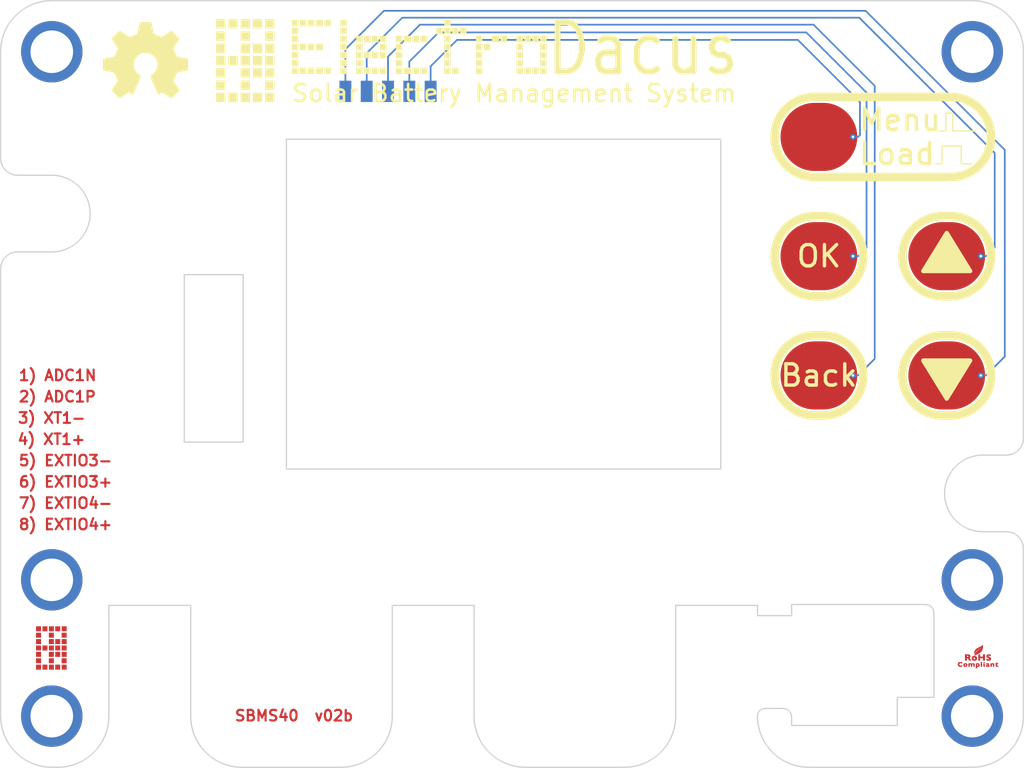
<source format=kicad_pcb>
(kicad_pcb (version 4) (host pcbnew 4.0.6-e0-6349~53~ubuntu14.04.1)

  (general
    (links 5)
    (no_connects 0)
    (area 44.599999 42.6 230.900001 150.100001)
    (thickness 2.5)
    (drawings 137)
    (tracks 40)
    (zones 0)
    (modules 21)
    (nets 17)
  )

  (page A4)
  (title_block
    (title SBMS40)
    (rev 02)
    (company "Electrodacus (Schematic and PCB layout released under CC-BY-SA 3.0 licence)")
  )

  (layers
    (0 F.Cu signal)
    (31 B.Cu signal)
    (32 B.Adhes user)
    (33 F.Adhes user)
    (34 B.Paste user)
    (35 F.Paste user)
    (36 B.SilkS user)
    (37 F.SilkS user)
    (38 B.Mask user)
    (39 F.Mask user)
    (42 Eco1.User user hide)
    (43 Eco2.User user)
    (44 Edge.Cuts user)
  )

  (setup
    (last_trace_width 0.198)
    (user_trace_width 0.198)
    (user_trace_width 0.2)
    (user_trace_width 0.25)
    (user_trace_width 0.3)
    (user_trace_width 0.5)
    (user_trace_width 0.7)
    (user_trace_width 1)
    (user_trace_width 1.2)
    (trace_clearance 0.2)
    (zone_clearance 0.5)
    (zone_45_only yes)
    (trace_min 0.198)
    (segment_width 0.1)
    (edge_width 0.15)
    (via_size 0.7)
    (via_drill 0.3)
    (via_min_size 0.5)
    (via_min_drill 0.3)
    (user_via 0.7 0.3)
    (user_via 1 0.6)
    (uvia_size 0.508)
    (uvia_drill 0.127)
    (uvias_allowed no)
    (uvia_min_size 0.5)
    (uvia_min_drill 0.1)
    (pcb_text_width 0.3)
    (pcb_text_size 1.5 1.5)
    (mod_edge_width 0.15)
    (mod_text_size 1.5 1.5)
    (mod_text_width 0.15)
    (pad_size 9 8)
    (pad_drill 0)
    (pad_to_mask_clearance 0.03)
    (solder_mask_min_width 0.1)
    (pad_to_paste_clearance_ratio -0.02)
    (aux_axis_origin 50 150)
    (visible_elements FFFFFE4F)
    (pcbplotparams
      (layerselection 0x010e0_80000001)
      (usegerberextensions true)
      (gerberprecision 5)
      (excludeedgelayer true)
      (linewidth 0.100000)
      (plotframeref false)
      (viasonmask false)
      (mode 1)
      (useauxorigin true)
      (hpglpennumber 1)
      (hpglpenspeed 20)
      (hpglpendiameter 15)
      (hpglpenoverlay 2)
      (psnegative false)
      (psa4output false)
      (plotreference false)
      (plotvalue false)
      (plotinvisibletext false)
      (padsonsilk false)
      (subtractmaskfromsilk false)
      (outputformat 1)
      (mirror false)
      (drillshape 0)
      (scaleselection 1)
      (outputdirectory SBMS40-v02b/))
  )

  (net 0 "")
  (net 1 /BAT0)
  (net 2 /CPV1P)
  (net 3 /CPV2P)
  (net 4 /CSI1a)
  (net 5 /CSI2a)
  (net 6 /LDMON)
  (net 7 /PV+)
  (net 8 /PV1)
  (net 9 /PV2)
  (net 10 GND)
  (net 11 "Net-(D7-Pad1)")
  (net 12 "Net-(BA1-Pad1)")
  (net 13 "Net-(BA2-Pad1)")
  (net 14 "Net-(BA3-Pad1)")
  (net 15 "Net-(BA4-Pad1)")
  (net 16 "Net-(BA5-Pad1)")

  (net_class Default "This is the default net class."
    (clearance 0.2)
    (trace_width 0.198)
    (via_dia 0.7)
    (via_drill 0.3)
    (uvia_dia 0.508)
    (uvia_drill 0.127)
    (add_net "Net-(BA1-Pad1)")
    (add_net "Net-(BA2-Pad1)")
    (add_net "Net-(BA3-Pad1)")
    (add_net "Net-(BA4-Pad1)")
    (add_net "Net-(BA5-Pad1)")
  )

  (module dacusnewlib:H1-5mm-7.2 locked (layer F.Cu) (tedit 593461E3) (tstamp 58E5B0B8)
    (at 164 66)
    (fp_text reference "" (at -0.27432 -2.94894) (layer F.SilkS) hide
      (effects (font (thickness 0.3048)))
    )
    (fp_text value "" (at 5.02412 -2.99974) (layer F.SilkS) hide
      (effects (font (thickness 0.3048)))
    )
    (pad "" thru_hole circle (at 0 0) (size 7.2 7.2) (drill 5) (layers *.Cu))
    (pad "" smd circle (at 0 0) (size 6 6) (layers *.Mask))
  )

  (module dacusnewlib:H1-5mm-7.2 locked (layer F.Cu) (tedit 593461E3) (tstamp 58E5B0D8)
    (at 56 66)
    (fp_text reference "" (at -0.27432 -2.94894) (layer F.SilkS) hide
      (effects (font (thickness 0.3048)))
    )
    (fp_text value "" (at 5.02412 -2.99974) (layer F.SilkS) hide
      (effects (font (thickness 0.3048)))
    )
    (pad "" thru_hole circle (at 0 0) (size 7.2 7.2) (drill 5) (layers *.Cu))
    (pad "" smd circle (at 0 0) (size 6 6) (layers *.Mask))
  )

  (module dacusnewlib:H1-5mm-7.2 locked (layer F.Cu) (tedit 593461E3) (tstamp 5948BC4A)
    (at 164 128)
    (fp_text reference "" (at -0.27432 -2.94894) (layer F.SilkS) hide
      (effects (font (thickness 0.3048)))
    )
    (fp_text value "" (at 5.02412 -2.99974) (layer F.SilkS) hide
      (effects (font (thickness 0.3048)))
    )
    (pad "" thru_hole circle (at 0 0) (size 7.2 7.2) (drill 5) (layers *.Cu))
    (pad "" smd circle (at 0 0) (size 6 6) (layers *.Mask))
  )

  (module dacusnewlib:H1-5mm-7.2 locked (layer F.Cu) (tedit 593461E3) (tstamp 59475B78)
    (at 164 144)
    (fp_text reference "" (at -0.27432 -2.94894) (layer F.SilkS) hide
      (effects (font (thickness 0.3048)))
    )
    (fp_text value "" (at 5.02412 -2.99974) (layer F.SilkS) hide
      (effects (font (thickness 0.3048)))
    )
    (pad "" thru_hole circle (at 0 0) (size 7.2 7.2) (drill 5) (layers *.Cu))
    (pad "" smd circle (at 0 0) (size 6 6) (layers *.Mask))
  )

  (module dacusnewlib:H1-5mm-7.2 locked (layer F.Cu) (tedit 593461E3) (tstamp 5948BCE2)
    (at 56 128)
    (fp_text reference "" (at -0.27432 -2.94894) (layer F.SilkS) hide
      (effects (font (thickness 0.3048)))
    )
    (fp_text value "" (at 5.02412 -2.99974) (layer F.SilkS) hide
      (effects (font (thickness 0.3048)))
    )
    (pad "" thru_hole circle (at 0 0) (size 7.2 7.2) (drill 5) (layers *.Cu))
    (pad "" smd circle (at 0 0) (size 6 6) (layers *.Mask))
  )

  (module dacusnewlib:H1-5mm-7.2 locked (layer F.Cu) (tedit 593461E3) (tstamp 58E5B0AD)
    (at 56 144)
    (fp_text reference "" (at -0.27432 -2.94894) (layer F.SilkS) hide
      (effects (font (thickness 0.3048)))
    )
    (fp_text value "" (at 5.02412 -2.99974) (layer F.SilkS) hide
      (effects (font (thickness 0.3048)))
    )
    (pad "" thru_hole circle (at 0 0) (size 7.2 7.2) (drill 5) (layers *.Cu))
    (pad "" smd circle (at 0 0) (size 6 6) (layers *.Mask))
  )

  (module dacusnewlib:button_SMD-dac-40 (layer F.Cu) (tedit 59533598) (tstamp 59535CE7)
    (at 161 104)
    (descr "module 1 pin (ou trou mecanique de percage)")
    (tags DEV)
    (path /59533A2C)
    (fp_text reference BA1 (at 0 -3.50012) (layer F.SilkS) hide
      (effects (font (size 1.016 1.016) (thickness 0.254)))
    )
    (fp_text value CONN_1 (at 0.24892 3.74904) (layer F.SilkS) hide
      (effects (font (size 1.016 1.016) (thickness 0.254)))
    )
    (pad 1 smd oval (at 0 0) (size 9 8) (layers F.Cu)
      (net 12 "Net-(BA1-Pad1)"))
  )

  (module dacusnewlib:button_SMD-dac-40 (layer F.Cu) (tedit 59533598) (tstamp 59533567)
    (at 146 76)
    (descr "module 1 pin (ou trou mecanique de percage)")
    (tags DEV)
    (path /59533A44)
    (fp_text reference BA5 (at 0 -3.50012) (layer F.SilkS) hide
      (effects (font (size 1.016 1.016) (thickness 0.254)))
    )
    (fp_text value CONN_1 (at 0.24892 3.74904) (layer F.SilkS) hide
      (effects (font (size 1.016 1.016) (thickness 0.254)))
    )
    (pad 1 smd oval (at 0 0) (size 9 8) (layers F.Cu)
      (net 16 "Net-(BA5-Pad1)"))
  )

  (module dacusnewlib:button_SMD-dac-40 (layer F.Cu) (tedit 59533598) (tstamp 59535CF6)
    (at 146 90)
    (descr "module 1 pin (ou trou mecanique de percage)")
    (tags DEV)
    (path /59533A3E)
    (fp_text reference BA4 (at 0 -3.50012) (layer F.SilkS) hide
      (effects (font (size 1.016 1.016) (thickness 0.254)))
    )
    (fp_text value CONN_1 (at 0.24892 3.74904) (layer F.SilkS) hide
      (effects (font (size 1.016 1.016) (thickness 0.254)))
    )
    (pad 1 smd oval (at 0 0) (size 9 8) (layers F.Cu)
      (net 15 "Net-(BA4-Pad1)"))
  )

  (module dacusnewlib:button_SMD-dac-40 (layer F.Cu) (tedit 59533598) (tstamp 59535CEC)
    (at 161 90)
    (descr "module 1 pin (ou trou mecanique de percage)")
    (tags DEV)
    (path /59533A32)
    (fp_text reference BA2 (at 0 -3.50012) (layer F.SilkS) hide
      (effects (font (size 1.016 1.016) (thickness 0.254)))
    )
    (fp_text value CONN_1 (at 0.24892 3.74904) (layer F.SilkS) hide
      (effects (font (size 1.016 1.016) (thickness 0.254)))
    )
    (pad 1 smd oval (at 0 0) (size 9 8) (layers F.Cu)
      (net 13 "Net-(BA2-Pad1)"))
  )

  (module dacusnewlib:button_SMD-dac-40 (layer F.Cu) (tedit 59533598) (tstamp 59535CF1)
    (at 146 104)
    (descr "module 1 pin (ou trou mecanique de percage)")
    (tags DEV)
    (path /59533A38)
    (fp_text reference BA3 (at 0 -3.50012) (layer F.SilkS) hide
      (effects (font (size 1.016 1.016) (thickness 0.254)))
    )
    (fp_text value CONN_1 (at 0.24892 3.74904) (layer F.SilkS) hide
      (effects (font (size 1.016 1.016) (thickness 0.254)))
    )
    (pad 1 smd oval (at 0 0) (size 9 8) (layers F.Cu)
      (net 14 "Net-(BA3-Pad1)"))
  )

  (module dacusnewlib:openhw_silkscreen-front_10mm-2 (layer F.Cu) (tedit 0) (tstamp 59538F8D)
    (at 67 67)
    (fp_text reference G*** (at 0 5.30352) (layer F.SilkS) hide
      (effects (font (size 0.45466 0.45466) (thickness 0.0889)))
    )
    (fp_text value openhw_silkscreen-front_10mm (at 0 -5.30352) (layer F.SilkS) hide
      (effects (font (size 0.45466 0.45466) (thickness 0.0889)))
    )
    (fp_poly (pts (xy -3.03022 4.49072) (xy -2.97942 4.46278) (xy -2.86004 4.38912) (xy -2.69494 4.2799)
      (xy -2.49682 4.14782) (xy -2.2987 4.01574) (xy -2.13614 3.90652) (xy -2.02184 3.83286)
      (xy -1.97358 3.80492) (xy -1.94818 3.81508) (xy -1.8542 3.8608) (xy -1.71704 3.93192)
      (xy -1.6383 3.97256) (xy -1.51384 4.0259) (xy -1.45034 4.0386) (xy -1.44018 4.02082)
      (xy -1.39446 3.9243) (xy -1.32334 3.76174) (xy -1.22936 3.5433) (xy -1.12014 3.2893)
      (xy -1.00584 3.01752) (xy -0.889 2.73812) (xy -0.77724 2.47142) (xy -0.68072 2.23266)
      (xy -0.60198 2.03708) (xy -0.55118 1.90246) (xy -0.53086 1.84404) (xy -0.53594 1.83134)
      (xy -0.59944 1.77038) (xy -0.70866 1.6891) (xy -0.94488 1.49606) (xy -1.17856 1.20396)
      (xy -1.3208 0.87376) (xy -1.36906 0.50546) (xy -1.32842 0.1651) (xy -1.1938 -0.16256)
      (xy -0.9652 -0.4572) (xy -0.68834 -0.67818) (xy -0.36322 -0.81534) (xy 0 -0.86106)
      (xy 0.34798 -0.82042) (xy 0.68326 -0.68834) (xy 0.9779 -0.46482) (xy 1.10236 -0.32004)
      (xy 1.27508 -0.02286) (xy 1.3716 0.29718) (xy 1.38176 0.37846) (xy 1.36906 0.72898)
      (xy 1.26492 1.0668) (xy 1.0795 1.36906) (xy 0.82042 1.61544) (xy 0.78994 1.6383)
      (xy 0.67056 1.7272) (xy 0.58928 1.78816) (xy 0.52832 1.83896) (xy 0.97536 2.91592)
      (xy 1.04648 3.0861) (xy 1.1684 3.38074) (xy 1.27762 3.63474) (xy 1.36144 3.8354)
      (xy 1.4224 3.97002) (xy 1.4478 4.0259) (xy 1.45034 4.02844) (xy 1.49098 4.03606)
      (xy 1.57226 4.00558) (xy 1.72212 3.93192) (xy 1.82118 3.88112) (xy 1.93548 3.82524)
      (xy 1.98882 3.80492) (xy 2.032 3.83032) (xy 2.14122 3.90144) (xy 2.30124 4.00812)
      (xy 2.49428 4.13766) (xy 2.67716 4.26212) (xy 2.8448 4.37388) (xy 2.96926 4.45262)
      (xy 3.02768 4.48564) (xy 3.03784 4.48564) (xy 3.09118 4.45516) (xy 3.1877 4.37388)
      (xy 3.33502 4.23672) (xy 3.54076 4.03098) (xy 3.57378 4.0005) (xy 3.74396 3.82524)
      (xy 3.88112 3.68046) (xy 3.9751 3.57632) (xy 4.00812 3.5306) (xy 4.00812 3.5306)
      (xy 3.97764 3.47218) (xy 3.90144 3.35026) (xy 3.78968 3.17754) (xy 3.65252 2.97942)
      (xy 3.29692 2.46126) (xy 3.4925 1.97104) (xy 3.55092 1.82118) (xy 3.62712 1.64084)
      (xy 3.68554 1.5113) (xy 3.71348 1.45542) (xy 3.76682 1.4351) (xy 3.90144 1.40462)
      (xy 4.09448 1.36398) (xy 4.32562 1.3208) (xy 4.5466 1.28016) (xy 4.74472 1.24206)
      (xy 4.8895 1.21412) (xy 4.953 1.20142) (xy 4.96824 1.19126) (xy 4.98348 1.16078)
      (xy 4.9911 1.0922) (xy 4.99618 0.97282) (xy 4.99872 0.78232) (xy 4.99872 0.50546)
      (xy 4.99872 0.47498) (xy 4.99618 0.21336) (xy 4.9911 0.00254) (xy 4.98348 -0.13462)
      (xy 4.97586 -0.18796) (xy 4.97332 -0.18796) (xy 4.91236 -0.2032) (xy 4.77266 -0.23368)
      (xy 4.572 -0.27178) (xy 4.33578 -0.3175) (xy 4.32054 -0.32004) (xy 4.08432 -0.36576)
      (xy 3.8862 -0.4064) (xy 3.7465 -0.43942) (xy 3.68808 -0.4572) (xy 3.67538 -0.47498)
      (xy 3.62966 -0.56642) (xy 3.56108 -0.71374) (xy 3.48234 -0.89154) (xy 3.40614 -1.07696)
      (xy 3.33756 -1.2446) (xy 3.29438 -1.36906) (xy 3.27914 -1.42494) (xy 3.28168 -1.42748)
      (xy 3.31724 -1.48336) (xy 3.39852 -1.60528) (xy 3.51282 -1.77546) (xy 3.64998 -1.97866)
      (xy 3.66014 -1.9939) (xy 3.7973 -2.19202) (xy 3.90652 -2.3622) (xy 3.98018 -2.48158)
      (xy 4.00812 -2.53746) (xy 4.00812 -2.54) (xy 3.9624 -2.60096) (xy 3.8608 -2.71272)
      (xy 3.71602 -2.86512) (xy 3.54076 -3.04292) (xy 3.48488 -3.09626) (xy 3.2893 -3.28676)
      (xy 3.15468 -3.41122) (xy 3.07086 -3.47726) (xy 3.03022 -3.4925) (xy 3.03022 -3.48996)
      (xy 2.96926 -3.4544) (xy 2.84226 -3.37312) (xy 2.67208 -3.25628) (xy 2.46888 -3.11912)
      (xy 2.45364 -3.10896) (xy 2.25552 -2.9718) (xy 2.08788 -2.86004) (xy 1.97104 -2.7813)
      (xy 1.9177 -2.75082) (xy 1.91008 -2.75082) (xy 1.8288 -2.77368) (xy 1.68656 -2.82448)
      (xy 1.5113 -2.89306) (xy 1.32588 -2.96672) (xy 1.15824 -3.03784) (xy 1.03124 -3.09372)
      (xy 0.97282 -3.12928) (xy 0.97028 -3.13182) (xy 0.94996 -3.20294) (xy 0.9144 -3.3528)
      (xy 0.87376 -3.55854) (xy 0.8255 -3.80238) (xy 0.81788 -3.84302) (xy 0.7747 -4.08178)
      (xy 0.7366 -4.27736) (xy 0.70866 -4.41452) (xy 0.69342 -4.4704) (xy 0.6604 -4.47802)
      (xy 0.54356 -4.48564) (xy 0.36576 -4.49072) (xy 0.14986 -4.49326) (xy -0.0762 -4.49072)
      (xy -0.29718 -4.48564) (xy -0.48514 -4.48056) (xy -0.61976 -4.4704) (xy -0.67564 -4.46024)
      (xy -0.67818 -4.45516) (xy -0.6985 -4.3815) (xy -0.73152 -4.23164) (xy -0.7747 -4.0259)
      (xy -0.82042 -3.77952) (xy -0.83058 -3.73634) (xy -0.87376 -3.50012) (xy -0.9144 -3.30454)
      (xy -0.94234 -3.16992) (xy -0.95758 -3.11658) (xy -0.98044 -3.10642) (xy -1.07696 -3.06324)
      (xy -1.23698 -2.9972) (xy -1.4351 -2.91846) (xy -1.8923 -2.73304) (xy -2.45364 -3.11658)
      (xy -2.50444 -3.15214) (xy -2.70764 -3.2893) (xy -2.87274 -3.39852) (xy -2.98704 -3.47472)
      (xy -3.0353 -3.50012) (xy -3.04038 -3.50012) (xy -3.09626 -3.44932) (xy -3.20548 -3.34518)
      (xy -3.35788 -3.19786) (xy -3.53568 -3.0226) (xy -3.66522 -2.89052) (xy -3.82016 -2.73304)
      (xy -3.91922 -2.6289) (xy -3.97256 -2.56032) (xy -3.99034 -2.51968) (xy -3.98526 -2.49174)
      (xy -3.9497 -2.43332) (xy -3.86842 -2.3114) (xy -3.75158 -2.14122) (xy -3.61442 -1.9431)
      (xy -3.50266 -1.77546) (xy -3.38074 -1.5875) (xy -3.302 -1.45288) (xy -3.27406 -1.38684)
      (xy -3.28168 -1.36144) (xy -3.31978 -1.24968) (xy -3.38836 -1.08458) (xy -3.47218 -0.88646)
      (xy -3.66776 -0.44196) (xy -3.95732 -0.38608) (xy -4.13512 -0.35306) (xy -4.3815 -0.3048)
      (xy -4.61772 -0.25908) (xy -4.98602 -0.18796) (xy -4.99872 1.16586) (xy -4.94284 1.19126)
      (xy -4.88696 1.2065) (xy -4.7498 1.23698) (xy -4.55676 1.27508) (xy -4.32562 1.31826)
      (xy -4.13004 1.35382) (xy -3.93192 1.39192) (xy -3.78968 1.41986) (xy -3.72872 1.43256)
      (xy -3.71094 1.45542) (xy -3.66268 1.5494) (xy -3.59156 1.7018) (xy -3.51282 1.88468)
      (xy -3.43408 2.07518) (xy -3.3655 2.25044) (xy -3.31724 2.38252) (xy -3.29692 2.4511)
      (xy -3.32486 2.50444) (xy -3.39852 2.62128) (xy -3.50774 2.78638) (xy -3.64236 2.98196)
      (xy -3.77698 3.17754) (xy -3.89128 3.34518) (xy -3.97002 3.4671) (xy -4.00304 3.52298)
      (xy -3.98526 3.55854) (xy -3.90652 3.65506) (xy -3.7592 3.80746) (xy -3.53822 4.0259)
      (xy -3.50266 4.06146) (xy -3.3274 4.2291) (xy -3.18008 4.36626) (xy -3.07594 4.4577)
      (xy -3.03022 4.49072)) (layer F.SilkS) (width 0.00254))
  )

  (module dacusnewlib:LOGO-electrodacus1 locked (layer F.Cu) (tedit 0) (tstamp 59539A33)
    (at 79 67)
    (fp_text reference G*** (at 0 5.842) (layer F.SilkS) hide
      (effects (font (thickness 0.3048)))
    )
    (fp_text value LOGO (at 0 -5.842) (layer F.SilkS) hide
      (effects (font (thickness 0.3048)))
    )
    (fp_poly (pts (xy -2.62382 4.90982) (xy -3.175 4.90982) (xy -3.72618 4.90982) (xy -3.72618 4.35864)
      (xy -3.72618 3.81) (xy -3.175 3.81) (xy -2.62382 3.81) (xy -2.62382 4.35864)
      (xy -2.62382 4.90982) (xy -2.62382 4.90982)) (layer F.SilkS) (width 0.00254))
    (fp_poly (pts (xy -1.18618 4.90982) (xy -1.73482 4.90982) (xy -2.286 4.90982) (xy -2.286 4.35864)
      (xy -2.286 3.81) (xy -1.73482 3.81) (xy -1.18618 3.81) (xy -1.18618 4.35864)
      (xy -1.18618 4.90982) (xy -1.18618 4.90982)) (layer F.SilkS) (width 0.00254))
    (fp_poly (pts (xy 0.254 4.90982) (xy -0.29718 4.90982) (xy -0.84582 4.90982) (xy -0.84582 4.35864)
      (xy -0.84582 3.81) (xy -0.29718 3.81) (xy 0.254 3.81) (xy 0.254 4.35864)
      (xy 0.254 4.90982) (xy 0.254 4.90982)) (layer F.SilkS) (width 0.00254))
    (fp_poly (pts (xy 1.69418 4.90982) (xy 1.143 4.90982) (xy 0.59182 4.90982) (xy 0.59182 4.35864)
      (xy 0.59182 3.81) (xy 1.143 3.81) (xy 1.69418 3.81) (xy 1.69418 4.35864)
      (xy 1.69418 4.90982) (xy 1.69418 4.90982)) (layer F.SilkS) (width 0.00254))
    (fp_poly (pts (xy 3.13182 4.90982) (xy 2.58318 4.90982) (xy 2.032 4.90982) (xy 2.032 4.35864)
      (xy 2.032 3.81) (xy 2.58318 3.81) (xy 3.13182 3.81) (xy 3.13182 4.35864)
      (xy 3.13182 4.90982) (xy 3.13182 4.90982)) (layer F.SilkS) (width 0.00254))
    (fp_poly (pts (xy -2.62382 3.46964) (xy -3.175 3.46964) (xy -3.72618 3.46964) (xy -3.72618 2.921)
      (xy -3.72618 2.36982) (xy -3.175 2.36982) (xy -2.62382 2.36982) (xy -2.62382 2.921)
      (xy -2.62382 3.46964) (xy -2.62382 3.46964)) (layer F.SilkS) (width 0.00254))
    (fp_poly (pts (xy 0.254 3.46964) (xy -0.29718 3.46964) (xy -0.84582 3.46964) (xy -0.84582 2.921)
      (xy -0.84582 2.36982) (xy -0.29718 2.36982) (xy 0.254 2.36982) (xy 0.254 2.921)
      (xy 0.254 3.46964) (xy 0.254 3.46964)) (layer F.SilkS) (width 0.00254))
    (fp_poly (pts (xy 3.13182 3.46964) (xy 2.58318 3.46964) (xy 2.032 3.46964) (xy 2.032 2.921)
      (xy 2.032 2.36982) (xy 2.58318 2.36982) (xy 3.13182 2.36982) (xy 3.13182 2.921)
      (xy 3.13182 3.46964) (xy 3.13182 3.46964)) (layer F.SilkS) (width 0.00254))
    (fp_poly (pts (xy -2.62382 2.032) (xy -3.175 2.032) (xy -3.72618 2.032) (xy -3.72618 1.48082)
      (xy -3.72618 0.92964) (xy -3.175 0.92964) (xy -2.62382 0.92964) (xy -2.62382 1.48082)
      (xy -2.62382 2.032) (xy -2.62382 2.032)) (layer F.SilkS) (width 0.00254))
    (fp_poly (pts (xy 0.254 2.032) (xy -0.29718 2.032) (xy -0.84582 2.032) (xy -0.84582 1.48082)
      (xy -0.84582 0.92964) (xy -0.29718 0.92964) (xy 0.254 0.92964) (xy 0.254 1.48082)
      (xy 0.254 2.032) (xy 0.254 2.032)) (layer F.SilkS) (width 0.00254))
    (fp_poly (pts (xy 1.69418 2.032) (xy 1.143 2.032) (xy 0.59182 2.032) (xy 0.59182 1.48082)
      (xy 0.59182 0.92964) (xy 1.143 0.92964) (xy 1.69418 0.92964) (xy 1.69418 1.48082)
      (xy 1.69418 2.032) (xy 1.69418 2.032)) (layer F.SilkS) (width 0.00254))
    (fp_poly (pts (xy 3.13182 2.032) (xy 2.58318 2.032) (xy 2.032 2.032) (xy 2.032 1.48082)
      (xy 2.032 0.92964) (xy 2.58318 0.92964) (xy 3.13182 0.92964) (xy 3.13182 1.48082)
      (xy 3.13182 2.032) (xy 3.13182 2.032)) (layer F.SilkS) (width 0.00254))
    (fp_poly (pts (xy -2.62382 0.59182) (xy -3.175 0.59182) (xy -3.72618 0.59182) (xy -3.72618 0.04064)
      (xy -3.72618 -0.508) (xy -3.175 -0.508) (xy -2.62382 -0.508) (xy -2.62382 0.04064)
      (xy -2.62382 0.59182) (xy -2.62382 0.59182)) (layer F.SilkS) (width 0.00254))
    (fp_poly (pts (xy -1.18618 0.59182) (xy -1.73482 0.59182) (xy -2.286 0.59182) (xy -2.286 0.04064)
      (xy -2.286 -0.508) (xy -1.73482 -0.508) (xy -1.18618 -0.508) (xy -1.18618 0.04064)
      (xy -1.18618 0.59182) (xy -1.18618 0.59182)) (layer F.SilkS) (width 0.00254))
    (fp_poly (pts (xy 0.254 0.59182) (xy -0.29718 0.59182) (xy -0.84582 0.59182) (xy -0.84582 0.04064)
      (xy -0.84582 -0.508) (xy -0.29718 -0.508) (xy 0.254 -0.508) (xy 0.254 0.04064)
      (xy 0.254 0.59182) (xy 0.254 0.59182)) (layer F.SilkS) (width 0.00254))
    (fp_poly (pts (xy 1.69418 0.59182) (xy 1.143 0.59182) (xy 0.59182 0.59182) (xy 0.59182 0.04064)
      (xy 0.59182 -0.508) (xy 1.143 -0.508) (xy 1.69418 -0.508) (xy 1.69418 0.04064)
      (xy 1.69418 0.59182) (xy 1.69418 0.59182)) (layer F.SilkS) (width 0.00254))
    (fp_poly (pts (xy 3.13182 0.59182) (xy 2.58318 0.59182) (xy 2.032 0.59182) (xy 2.032 0.04064)
      (xy 2.032 -0.508) (xy 2.58318 -0.508) (xy 3.13182 -0.508) (xy 3.13182 0.04064)
      (xy 3.13182 0.59182) (xy 3.13182 0.59182)) (layer F.SilkS) (width 0.00254))
    (fp_poly (pts (xy -2.62382 -0.84836) (xy -3.175 -0.84836) (xy -3.72618 -0.84836) (xy -3.72618 -1.397)
      (xy -3.72618 -1.94818) (xy -3.175 -1.94818) (xy -2.62382 -1.94818) (xy -2.62382 -1.397)
      (xy -2.62382 -0.84836) (xy -2.62382 -0.84836)) (layer F.SilkS) (width 0.00254))
    (fp_poly (pts (xy 0.254 -0.84836) (xy -0.29718 -0.84836) (xy -0.84582 -0.84836) (xy -0.84582 -1.397)
      (xy -0.84582 -1.94818) (xy -0.29718 -1.94818) (xy 0.254 -1.94818) (xy 0.254 -1.397)
      (xy 0.254 -0.84836) (xy 0.254 -0.84836)) (layer F.SilkS) (width 0.00254))
    (fp_poly (pts (xy 1.69418 -0.84836) (xy 1.143 -0.84836) (xy 0.59182 -0.84836) (xy 0.59182 -1.397)
      (xy 0.59182 -1.94818) (xy 1.143 -1.94818) (xy 1.69418 -1.94818) (xy 1.69418 -1.397)
      (xy 1.69418 -0.84836) (xy 1.69418 -0.84836)) (layer F.SilkS) (width 0.00254))
    (fp_poly (pts (xy 3.13182 -0.84836) (xy 2.58318 -0.84836) (xy 2.032 -0.84836) (xy 2.032 -1.397)
      (xy 2.032 -1.94818) (xy 2.58318 -1.94818) (xy 3.13182 -1.94818) (xy 3.13182 -1.397)
      (xy 3.13182 -0.84836) (xy 3.13182 -0.84836)) (layer F.SilkS) (width 0.00254))
    (fp_poly (pts (xy -2.62382 -2.286) (xy -3.175 -2.286) (xy -3.72618 -2.286) (xy -3.72618 -2.83718)
      (xy -3.72618 -3.38836) (xy -3.175 -3.38836) (xy -2.62382 -3.38836) (xy -2.62382 -2.83718)
      (xy -2.62382 -2.286) (xy -2.62382 -2.286)) (layer F.SilkS) (width 0.00254))
    (fp_poly (pts (xy 0.254 -2.286) (xy -0.29718 -2.286) (xy -0.84582 -2.286) (xy -0.84582 -2.83718)
      (xy -0.84582 -3.38836) (xy -0.29718 -3.38836) (xy 0.254 -3.38836) (xy 0.254 -2.83718)
      (xy 0.254 -2.286) (xy 0.254 -2.286)) (layer F.SilkS) (width 0.00254))
    (fp_poly (pts (xy 3.13182 -2.286) (xy 2.58318 -2.286) (xy 2.032 -2.286) (xy 2.032 -2.83718)
      (xy 2.032 -3.38836) (xy 2.58318 -3.38836) (xy 3.13182 -3.38836) (xy 3.13182 -2.83718)
      (xy 3.13182 -2.286) (xy 3.13182 -2.286)) (layer F.SilkS) (width 0.00254))
    (fp_poly (pts (xy -2.62382 -3.72618) (xy -3.175 -3.72618) (xy -3.72618 -3.72618) (xy -3.72618 -4.27736)
      (xy -3.72618 -4.826) (xy -3.175 -4.826) (xy -2.62382 -4.826) (xy -2.62382 -4.27736)
      (xy -2.62382 -3.72618) (xy -2.62382 -3.72618)) (layer F.SilkS) (width 0.00254))
    (fp_poly (pts (xy -1.18618 -3.72618) (xy -1.73482 -3.72618) (xy -2.286 -3.72618) (xy -2.286 -4.27736)
      (xy -2.286 -4.826) (xy -1.73482 -4.826) (xy -1.18618 -4.826) (xy -1.18618 -4.27736)
      (xy -1.18618 -3.72618) (xy -1.18618 -3.72618)) (layer F.SilkS) (width 0.00254))
    (fp_poly (pts (xy 0.254 -3.72618) (xy -0.29718 -3.72618) (xy -0.84582 -3.72618) (xy -0.84582 -4.27736)
      (xy -0.84582 -4.826) (xy -0.29718 -4.826) (xy 0.254 -4.826) (xy 0.254 -4.27736)
      (xy 0.254 -3.72618) (xy 0.254 -3.72618)) (layer F.SilkS) (width 0.00254))
    (fp_poly (pts (xy 1.69418 -3.72618) (xy 1.143 -3.72618) (xy 0.59182 -3.72618) (xy 0.59182 -4.27736)
      (xy 0.59182 -4.826) (xy 1.143 -4.826) (xy 1.69418 -4.826) (xy 1.69418 -4.27736)
      (xy 1.69418 -3.72618) (xy 1.69418 -3.72618)) (layer F.SilkS) (width 0.00254))
    (fp_poly (pts (xy 3.13182 -3.72618) (xy 2.58318 -3.72618) (xy 2.032 -3.72618) (xy 2.032 -4.27736)
      (xy 2.032 -4.826) (xy 2.58318 -4.826) (xy 3.13182 -4.826) (xy 3.13182 -4.27736)
      (xy 3.13182 -3.72618) (xy 3.13182 -3.72618)) (layer F.SilkS) (width 0.00254))
  )

  (module dacusnewlib:LOGO-electro5 locked (layer F.Cu) (tedit 0) (tstamp 5953A4D0)
    (at 99.5 65.4)
    (fp_text reference G*** (at 0 4.064) (layer F.SilkS) hide
      (effects (font (thickness 0.3048)))
    )
    (fp_text value LOGO (at 0 -4.064) (layer F.SilkS) hide
      (effects (font (thickness 0.3048)))
    )
    (fp_poly (pts (xy -14.56182 3.21564) (xy -14.94282 3.21564) (xy -15.32382 3.21564) (xy -15.32382 2.83464)
      (xy -15.32382 2.45364) (xy -14.94282 2.45364) (xy -14.56182 2.45364) (xy -14.56182 2.83464)
      (xy -14.56182 3.21564) (xy -14.56182 3.21564)) (layer F.SilkS) (width 0.00254))
    (fp_poly (pts (xy -13.62964 3.21564) (xy -14.01064 3.21564) (xy -14.39164 3.21564) (xy -14.39164 2.83464)
      (xy -14.39164 2.45364) (xy -14.01064 2.45364) (xy -13.62964 2.45364) (xy -13.62964 2.83464)
      (xy -13.62964 3.21564) (xy -13.62964 3.21564)) (layer F.SilkS) (width 0.00254))
    (fp_poly (pts (xy -12.7 3.21564) (xy -13.081 3.21564) (xy -13.462 3.21564) (xy -13.462 2.83464)
      (xy -13.462 2.45364) (xy -13.081 2.45364) (xy -12.7 2.45364) (xy -12.7 2.83464)
      (xy -12.7 3.21564) (xy -12.7 3.21564)) (layer F.SilkS) (width 0.00254))
    (fp_poly (pts (xy -11.684 3.21564) (xy -12.10564 3.21564) (xy -12.52982 3.21564) (xy -12.52982 2.83464)
      (xy -12.52982 2.45364) (xy -12.10564 2.45364) (xy -11.684 2.45364) (xy -11.684 2.83464)
      (xy -11.684 3.21564) (xy -11.684 3.21564)) (layer F.SilkS) (width 0.00254))
    (fp_poly (pts (xy -10.75182 3.21564) (xy -11.13282 3.21564) (xy -11.51382 3.21564) (xy -11.51382 2.83464)
      (xy -11.51382 2.45364) (xy -11.13282 2.45364) (xy -10.75182 2.45364) (xy -10.75182 2.83464)
      (xy -10.75182 3.21564) (xy -10.75182 3.21564)) (layer F.SilkS) (width 0.00254))
    (fp_poly (pts (xy -8.89 3.21564) (xy -9.271 3.21564) (xy -9.652 3.21564) (xy -9.652 2.83464)
      (xy -9.652 2.45364) (xy -9.271 2.45364) (xy -8.89 2.45364) (xy -8.89 2.83464)
      (xy -8.89 3.21564) (xy -8.89 3.21564)) (layer F.SilkS) (width 0.00254))
    (fp_poly (pts (xy -7.02564 3.21564) (xy -7.40664 3.21564) (xy -7.78764 3.21564) (xy -7.78764 2.83464)
      (xy -7.78764 2.45364) (xy -7.40664 2.45364) (xy -7.02564 2.45364) (xy -7.02564 2.83464)
      (xy -7.02564 3.21564) (xy -7.02564 3.21564)) (layer F.SilkS) (width 0.00254))
    (fp_poly (pts (xy -6.096 3.21564) (xy -6.477 3.21564) (xy -6.858 3.21564) (xy -6.858 2.83464)
      (xy -6.858 2.45364) (xy -6.477 2.45364) (xy -6.096 2.45364) (xy -6.096 2.83464)
      (xy -6.096 3.21564) (xy -6.096 3.21564)) (layer F.SilkS) (width 0.00254))
    (fp_poly (pts (xy -5.16382 3.21564) (xy -5.54482 3.21564) (xy -5.92582 3.21564) (xy -5.92582 2.83464)
      (xy -5.92582 2.45364) (xy -5.54482 2.45364) (xy -5.16382 2.45364) (xy -5.16382 2.83464)
      (xy -5.16382 3.21564) (xy -5.16382 3.21564)) (layer F.SilkS) (width 0.00254))
    (fp_poly (pts (xy -4.23164 3.21564) (xy -4.61264 3.21564) (xy -4.99364 3.21564) (xy -4.99364 2.83464)
      (xy -4.99364 2.45364) (xy -4.61264 2.45364) (xy -4.23164 2.45364) (xy -4.23164 2.83464)
      (xy -4.23164 3.21564) (xy -4.23164 3.21564)) (layer F.SilkS) (width 0.00254))
    (fp_poly (pts (xy -2.36982 3.21564) (xy -2.75082 3.21564) (xy -3.13182 3.21564) (xy -3.13182 2.83464)
      (xy -3.13182 2.45364) (xy -2.75082 2.45364) (xy -2.36982 2.45364) (xy -2.36982 2.83464)
      (xy -2.36982 3.21564) (xy -2.36982 3.21564)) (layer F.SilkS) (width 0.00254))
    (fp_poly (pts (xy -1.35382 3.21564) (xy -1.778 3.21564) (xy -2.19964 3.21564) (xy -2.19964 2.83464)
      (xy -2.19964 2.45364) (xy -1.778 2.45364) (xy -1.35382 2.45364) (xy -1.35382 2.83464)
      (xy -1.35382 3.21564) (xy -1.35382 3.21564)) (layer F.SilkS) (width 0.00254))
    (fp_poly (pts (xy -0.42164 3.21564) (xy -0.80264 3.21564) (xy -1.18364 3.21564) (xy -1.18364 2.83464)
      (xy -1.18364 2.45364) (xy -0.80264 2.45364) (xy -0.42164 2.45364) (xy -0.42164 2.83464)
      (xy -0.42164 3.21564) (xy -0.42164 3.21564)) (layer F.SilkS) (width 0.00254))
    (fp_poly (pts (xy 0.508 3.21564) (xy 0.127 3.21564) (xy -0.254 3.21564) (xy -0.254 2.83464)
      (xy -0.254 2.45364) (xy 0.127 2.45364) (xy 0.508 2.45364) (xy 0.508 2.83464)
      (xy 0.508 3.21564) (xy 0.508 3.21564)) (layer F.SilkS) (width 0.00254))
    (fp_poly (pts (xy 3.302 3.21564) (xy 2.921 3.21564) (xy 2.54 3.21564) (xy 2.54 2.83464)
      (xy 2.54 2.45364) (xy 2.921 2.45364) (xy 3.302 2.45364) (xy 3.302 2.83464)
      (xy 3.302 3.21564) (xy 3.302 3.21564)) (layer F.SilkS) (width 0.00254))
    (fp_poly (pts (xy 4.23418 3.21564) (xy 3.85318 3.21564) (xy 3.47218 3.21564) (xy 3.47218 2.83464)
      (xy 3.47218 2.45364) (xy 3.85318 2.45364) (xy 4.23418 2.45364) (xy 4.23418 2.83464)
      (xy 4.23418 3.21564) (xy 4.23418 3.21564)) (layer F.SilkS) (width 0.00254))
    (fp_poly (pts (xy 7.02818 3.21564) (xy 6.64718 3.21564) (xy 6.26618 3.21564) (xy 6.26618 2.83464)
      (xy 6.26618 2.45364) (xy 6.64718 2.45364) (xy 7.02818 2.45364) (xy 7.02818 2.83464)
      (xy 7.02818 3.21564) (xy 7.02818 3.21564)) (layer F.SilkS) (width 0.00254))
    (fp_poly (pts (xy 11.77036 3.21564) (xy 11.38936 3.21564) (xy 11.00836 3.21564) (xy 11.00836 2.83464)
      (xy 11.00836 2.45364) (xy 11.38936 2.45364) (xy 11.77036 2.45364) (xy 11.77036 2.83464)
      (xy 11.77036 3.21564) (xy 11.77036 3.21564)) (layer F.SilkS) (width 0.00254))
    (fp_poly (pts (xy 12.7 3.21564) (xy 12.319 3.21564) (xy 11.938 3.21564) (xy 11.938 2.83464)
      (xy 11.938 2.45364) (xy 12.319 2.45364) (xy 12.7 2.45364) (xy 12.7 2.83464)
      (xy 12.7 3.21564) (xy 12.7 3.21564)) (layer F.SilkS) (width 0.00254))
    (fp_poly (pts (xy 13.63218 3.21564) (xy 13.25118 3.21564) (xy 12.87018 3.21564) (xy 12.87018 2.83464)
      (xy 12.87018 2.45364) (xy 13.25118 2.45364) (xy 13.63218 2.45364) (xy 13.63218 2.83464)
      (xy 13.63218 3.21564) (xy 13.63218 3.21564)) (layer F.SilkS) (width 0.00254))
    (fp_poly (pts (xy 14.56436 3.21564) (xy 14.18336 3.21564) (xy 13.80236 3.21564) (xy 13.80236 2.83464)
      (xy 13.80236 2.45364) (xy 14.18336 2.45364) (xy 14.56436 2.45364) (xy 14.56436 2.83464)
      (xy 14.56436 3.21564) (xy 14.56436 3.21564)) (layer F.SilkS) (width 0.00254))
    (fp_poly (pts (xy -14.56182 2.286) (xy -14.94282 2.286) (xy -15.32382 2.286) (xy -15.32382 1.905)
      (xy -15.32382 1.524) (xy -14.94282 1.524) (xy -14.56182 1.524) (xy -14.56182 1.905)
      (xy -14.56182 2.286) (xy -14.56182 2.286)) (layer F.SilkS) (width 0.00254))
    (fp_poly (pts (xy -8.89 2.286) (xy -9.271 2.286) (xy -9.652 2.286) (xy -9.652 1.905)
      (xy -9.652 1.524) (xy -9.271 1.524) (xy -8.89 1.524) (xy -8.89 1.905)
      (xy -8.89 2.286) (xy -8.89 2.286)) (layer F.SilkS) (width 0.00254))
    (fp_poly (pts (xy -7.02564 2.286) (xy -7.40664 2.286) (xy -7.78764 2.286) (xy -7.78764 1.905)
      (xy -7.78764 1.524) (xy -7.40664 1.524) (xy -7.02564 1.524) (xy -7.02564 1.905)
      (xy -7.02564 2.286) (xy -7.02564 2.286)) (layer F.SilkS) (width 0.00254))
    (fp_poly (pts (xy -2.36982 2.286) (xy -2.75082 2.286) (xy -3.13182 2.286) (xy -3.13182 1.905)
      (xy -3.13182 1.524) (xy -2.75082 1.524) (xy -2.36982 1.524) (xy -2.36982 1.905)
      (xy -2.36982 2.286) (xy -2.36982 2.286)) (layer F.SilkS) (width 0.00254))
    (fp_poly (pts (xy 3.302 2.286) (xy 2.921 2.286) (xy 2.54 2.286) (xy 2.54 1.905)
      (xy 2.54 1.524) (xy 2.921 1.524) (xy 3.302 1.524) (xy 3.302 1.905)
      (xy 3.302 2.286) (xy 3.302 2.286)) (layer F.SilkS) (width 0.00254))
    (fp_poly (pts (xy 7.02818 2.286) (xy 6.64718 2.286) (xy 6.26618 2.286) (xy 6.26618 1.905)
      (xy 6.26618 1.524) (xy 6.64718 1.524) (xy 7.02818 1.524) (xy 7.02818 1.905)
      (xy 7.02818 2.286) (xy 7.02818 2.286)) (layer F.SilkS) (width 0.00254))
    (fp_poly (pts (xy 11.77036 2.286) (xy 11.38936 2.286) (xy 11.00836 2.286) (xy 11.00836 1.905)
      (xy 11.00836 1.524) (xy 11.38936 1.524) (xy 11.77036 1.524) (xy 11.77036 1.905)
      (xy 11.77036 2.286) (xy 11.77036 2.286)) (layer F.SilkS) (width 0.00254))
    (fp_poly (pts (xy 14.56436 2.286) (xy 14.18336 2.286) (xy 13.80236 2.286) (xy 13.80236 1.905)
      (xy 13.80236 1.524) (xy 14.18336 1.524) (xy 14.56436 1.524) (xy 14.56436 1.905)
      (xy 14.56436 2.286) (xy 14.56436 2.286)) (layer F.SilkS) (width 0.00254))
    (fp_poly (pts (xy -14.56182 1.35382) (xy -14.94282 1.35382) (xy -15.32382 1.35382) (xy -15.32382 0.97282)
      (xy -15.32382 0.59182) (xy -14.94282 0.59182) (xy -14.56182 0.59182) (xy -14.56182 0.97282)
      (xy -14.56182 1.35382) (xy -14.56182 1.35382)) (layer F.SilkS) (width 0.00254))
    (fp_poly (pts (xy -8.89 1.35382) (xy -9.271 1.35382) (xy -9.652 1.35382) (xy -9.652 0.97282)
      (xy -9.652 0.59182) (xy -9.271 0.59182) (xy -8.89 0.59182) (xy -8.89 0.97282)
      (xy -8.89 1.35382) (xy -8.89 1.35382)) (layer F.SilkS) (width 0.00254))
    (fp_poly (pts (xy -7.02564 1.35382) (xy -7.40664 1.35382) (xy -7.78764 1.35382) (xy -7.78764 0.97282)
      (xy -7.78764 0.59182) (xy -7.40664 0.59182) (xy -7.02564 0.59182) (xy -7.02564 0.97282)
      (xy -7.02564 1.35382) (xy -7.02564 1.35382)) (layer F.SilkS) (width 0.00254))
    (fp_poly (pts (xy -6.096 1.35382) (xy -6.477 1.35382) (xy -6.858 1.35382) (xy -6.858 0.97282)
      (xy -6.858 0.59182) (xy -6.477 0.59182) (xy -6.096 0.59182) (xy -6.096 0.97282)
      (xy -6.096 1.35382) (xy -6.096 1.35382)) (layer F.SilkS) (width 0.00254))
    (fp_poly (pts (xy -5.16382 1.35382) (xy -5.54482 1.35382) (xy -5.92582 1.35382) (xy -5.92582 0.97282)
      (xy -5.92582 0.59182) (xy -5.54482 0.59182) (xy -5.16382 0.59182) (xy -5.16382 0.97282)
      (xy -5.16382 1.35382) (xy -5.16382 1.35382)) (layer F.SilkS) (width 0.00254))
    (fp_poly (pts (xy -4.23164 1.35382) (xy -4.61264 1.35382) (xy -4.99364 1.35382) (xy -4.99364 0.97282)
      (xy -4.99364 0.59182) (xy -4.61264 0.59182) (xy -4.23164 0.59182) (xy -4.23164 0.97282)
      (xy -4.23164 1.35382) (xy -4.23164 1.35382)) (layer F.SilkS) (width 0.00254))
    (fp_poly (pts (xy -2.36982 1.35382) (xy -2.75082 1.35382) (xy -3.13182 1.35382) (xy -3.13182 0.97282)
      (xy -3.13182 0.59182) (xy -2.75082 0.59182) (xy -2.36982 0.59182) (xy -2.36982 0.97282)
      (xy -2.36982 1.35382) (xy -2.36982 1.35382)) (layer F.SilkS) (width 0.00254))
    (fp_poly (pts (xy 3.302 1.35382) (xy 2.921 1.35382) (xy 2.54 1.35382) (xy 2.54 0.97282)
      (xy 2.54 0.59182) (xy 2.921 0.59182) (xy 3.302 0.59182) (xy 3.302 0.97282)
      (xy 3.302 1.35382) (xy 3.302 1.35382)) (layer F.SilkS) (width 0.00254))
    (fp_poly (pts (xy 7.02818 1.35382) (xy 6.64718 1.35382) (xy 6.26618 1.35382) (xy 6.26618 0.97282)
      (xy 6.26618 0.59182) (xy 6.64718 0.59182) (xy 7.02818 0.59182) (xy 7.02818 0.97282)
      (xy 7.02818 1.35382) (xy 7.02818 1.35382)) (layer F.SilkS) (width 0.00254))
    (fp_poly (pts (xy 11.77036 1.35382) (xy 11.38936 1.35382) (xy 11.00836 1.35382) (xy 11.00836 0.97282)
      (xy 11.00836 0.59182) (xy 11.38936 0.59182) (xy 11.77036 0.59182) (xy 11.77036 0.97282)
      (xy 11.77036 1.35382) (xy 11.77036 1.35382)) (layer F.SilkS) (width 0.00254))
    (fp_poly (pts (xy 14.56436 1.35382) (xy 14.18336 1.35382) (xy 13.80236 1.35382) (xy 13.80236 0.97282)
      (xy 13.80236 0.59182) (xy 14.18336 0.59182) (xy 14.56436 0.59182) (xy 14.56436 0.97282)
      (xy 14.56436 1.35382) (xy 14.56436 1.35382)) (layer F.SilkS) (width 0.00254))
    (fp_poly (pts (xy -14.56182 0.42164) (xy -14.94282 0.42164) (xy -15.32382 0.42164) (xy -15.32382 0.04064)
      (xy -15.32382 -0.34036) (xy -14.94282 -0.34036) (xy -14.56182 -0.34036) (xy -14.56182 0.04064)
      (xy -14.56182 0.42164) (xy -14.56182 0.42164)) (layer F.SilkS) (width 0.00254))
    (fp_poly (pts (xy -13.62964 0.42164) (xy -14.01064 0.42164) (xy -14.39164 0.42164) (xy -14.39164 0.04064)
      (xy -14.39164 -0.34036) (xy -14.01064 -0.34036) (xy -13.62964 -0.34036) (xy -13.62964 0.04064)
      (xy -13.62964 0.42164) (xy -13.62964 0.42164)) (layer F.SilkS) (width 0.00254))
    (fp_poly (pts (xy -12.7 0.42164) (xy -13.081 0.42164) (xy -13.462 0.42164) (xy -13.462 0.04064)
      (xy -13.462 -0.34036) (xy -13.081 -0.34036) (xy -12.7 -0.34036) (xy -12.7 0.04064)
      (xy -12.7 0.42164) (xy -12.7 0.42164)) (layer F.SilkS) (width 0.00254))
    (fp_poly (pts (xy -11.684 0.42164) (xy -12.10564 0.42164) (xy -12.52982 0.42164) (xy -12.52982 0.04064)
      (xy -12.52982 -0.34036) (xy -12.10564 -0.34036) (xy -11.684 -0.34036) (xy -11.684 0.04064)
      (xy -11.684 0.42164) (xy -11.684 0.42164)) (layer F.SilkS) (width 0.00254))
    (fp_poly (pts (xy -8.89 0.42164) (xy -9.271 0.42164) (xy -9.652 0.42164) (xy -9.652 0.04064)
      (xy -9.652 -0.34036) (xy -9.271 -0.34036) (xy -8.89 -0.34036) (xy -8.89 0.04064)
      (xy -8.89 0.42164) (xy -8.89 0.42164)) (layer F.SilkS) (width 0.00254))
    (fp_poly (pts (xy -7.02564 0.42164) (xy -7.40664 0.42164) (xy -7.78764 0.42164) (xy -7.78764 0.04064)
      (xy -7.78764 -0.34036) (xy -7.40664 -0.34036) (xy -7.02564 -0.34036) (xy -7.02564 0.04064)
      (xy -7.02564 0.42164) (xy -7.02564 0.42164)) (layer F.SilkS) (width 0.00254))
    (fp_poly (pts (xy -4.23164 0.42164) (xy -4.61264 0.42164) (xy -4.99364 0.42164) (xy -4.99364 0.04064)
      (xy -4.99364 -0.34036) (xy -4.61264 -0.34036) (xy -4.23164 -0.34036) (xy -4.23164 0.04064)
      (xy -4.23164 0.42164) (xy -4.23164 0.42164)) (layer F.SilkS) (width 0.00254))
    (fp_poly (pts (xy -2.36982 0.42164) (xy -2.75082 0.42164) (xy -3.13182 0.42164) (xy -3.13182 0.04064)
      (xy -3.13182 -0.34036) (xy -2.75082 -0.34036) (xy -2.36982 -0.34036) (xy -2.36982 0.04064)
      (xy -2.36982 0.42164) (xy -2.36982 0.42164)) (layer F.SilkS) (width 0.00254))
    (fp_poly (pts (xy 3.302 0.42164) (xy 2.921 0.42164) (xy 2.54 0.42164) (xy 2.54 0.04064)
      (xy 2.54 -0.34036) (xy 2.921 -0.34036) (xy 3.302 -0.34036) (xy 3.302 0.04064)
      (xy 3.302 0.42164) (xy 3.302 0.42164)) (layer F.SilkS) (width 0.00254))
    (fp_poly (pts (xy 7.02818 0.42164) (xy 6.64718 0.42164) (xy 6.26618 0.42164) (xy 6.26618 0.04064)
      (xy 6.26618 -0.34036) (xy 6.64718 -0.34036) (xy 7.02818 -0.34036) (xy 7.02818 0.04064)
      (xy 7.02818 0.42164) (xy 7.02818 0.42164)) (layer F.SilkS) (width 0.00254))
    (fp_poly (pts (xy 7.96036 0.42164) (xy 7.57936 0.42164) (xy 7.19836 0.42164) (xy 7.19836 0.04064)
      (xy 7.19836 -0.34036) (xy 7.57936 -0.34036) (xy 7.96036 -0.34036) (xy 7.96036 0.04064)
      (xy 7.96036 0.42164) (xy 7.96036 0.42164)) (layer F.SilkS) (width 0.00254))
    (fp_poly (pts (xy 11.77036 0.42164) (xy 11.38936 0.42164) (xy 11.00836 0.42164) (xy 11.00836 0.04064)
      (xy 11.00836 -0.34036) (xy 11.38936 -0.34036) (xy 11.77036 -0.34036) (xy 11.77036 0.04064)
      (xy 11.77036 0.42164) (xy 11.77036 0.42164)) (layer F.SilkS) (width 0.00254))
    (fp_poly (pts (xy 14.56436 0.42164) (xy 14.18336 0.42164) (xy 13.80236 0.42164) (xy 13.80236 0.04064)
      (xy 13.80236 -0.34036) (xy 14.18336 -0.34036) (xy 14.56436 -0.34036) (xy 14.56436 0.04064)
      (xy 14.56436 0.42164) (xy 14.56436 0.42164)) (layer F.SilkS) (width 0.00254))
    (fp_poly (pts (xy -14.56182 -0.508) (xy -14.94282 -0.508) (xy -15.32382 -0.508) (xy -15.32382 -0.889)
      (xy -15.32382 -1.27) (xy -14.94282 -1.27) (xy -14.56182 -1.27) (xy -14.56182 -0.889)
      (xy -14.56182 -0.508) (xy -14.56182 -0.508)) (layer F.SilkS) (width 0.00254))
    (fp_poly (pts (xy -8.89 -0.508) (xy -9.271 -0.508) (xy -9.652 -0.508) (xy -9.652 -0.889)
      (xy -9.652 -1.27) (xy -9.271 -1.27) (xy -8.89 -1.27) (xy -8.89 -0.889)
      (xy -8.89 -0.508) (xy -8.89 -0.508)) (layer F.SilkS) (width 0.00254))
    (fp_poly (pts (xy -7.02564 -0.508) (xy -7.40664 -0.508) (xy -7.78764 -0.508) (xy -7.78764 -0.889)
      (xy -7.78764 -1.27) (xy -7.40664 -1.27) (xy -7.02564 -1.27) (xy -7.02564 -0.889)
      (xy -7.02564 -0.508) (xy -7.02564 -0.508)) (layer F.SilkS) (width 0.00254))
    (fp_poly (pts (xy -6.096 -0.508) (xy -6.477 -0.508) (xy -6.858 -0.508) (xy -6.858 -0.889)
      (xy -6.858 -1.27) (xy -6.477 -1.27) (xy -6.096 -1.27) (xy -6.096 -0.889)
      (xy -6.096 -0.508) (xy -6.096 -0.508)) (layer F.SilkS) (width 0.00254))
    (fp_poly (pts (xy -5.16382 -0.508) (xy -5.54482 -0.508) (xy -5.92582 -0.508) (xy -5.92582 -0.889)
      (xy -5.92582 -1.27) (xy -5.54482 -1.27) (xy -5.16382 -1.27) (xy -5.16382 -0.889)
      (xy -5.16382 -0.508) (xy -5.16382 -0.508)) (layer F.SilkS) (width 0.00254))
    (fp_poly (pts (xy -4.23164 -0.508) (xy -4.61264 -0.508) (xy -4.99364 -0.508) (xy -4.99364 -0.889)
      (xy -4.99364 -1.27) (xy -4.61264 -1.27) (xy -4.23164 -1.27) (xy -4.23164 -0.889)
      (xy -4.23164 -0.508) (xy -4.23164 -0.508)) (layer F.SilkS) (width 0.00254))
    (fp_poly (pts (xy -2.36982 -0.508) (xy -2.75082 -0.508) (xy -3.13182 -0.508) (xy -3.13182 -0.889)
      (xy -3.13182 -1.27) (xy -2.75082 -1.27) (xy -2.36982 -1.27) (xy -2.36982 -0.889)
      (xy -2.36982 -0.508) (xy -2.36982 -0.508)) (layer F.SilkS) (width 0.00254))
    (fp_poly (pts (xy -1.35382 -0.508) (xy -1.778 -0.508) (xy -2.19964 -0.508) (xy -2.19964 -0.889)
      (xy -2.19964 -1.27) (xy -1.778 -1.27) (xy -1.35382 -1.27) (xy -1.35382 -0.889)
      (xy -1.35382 -0.508) (xy -1.35382 -0.508)) (layer F.SilkS) (width 0.00254))
    (fp_poly (pts (xy -0.42164 -0.508) (xy -0.80264 -0.508) (xy -1.18364 -0.508) (xy -1.18364 -0.889)
      (xy -1.18364 -1.27) (xy -0.80264 -1.27) (xy -0.42164 -1.27) (xy -0.42164 -0.889)
      (xy -0.42164 -0.508) (xy -0.42164 -0.508)) (layer F.SilkS) (width 0.00254))
    (fp_poly (pts (xy 0.508 -0.508) (xy 0.127 -0.508) (xy -0.254 -0.508) (xy -0.254 -0.889)
      (xy -0.254 -1.27) (xy 0.127 -1.27) (xy 0.508 -1.27) (xy 0.508 -0.889)
      (xy 0.508 -0.508) (xy 0.508 -0.508)) (layer F.SilkS) (width 0.00254))
    (fp_poly (pts (xy 3.302 -0.508) (xy 2.921 -0.508) (xy 2.54 -0.508) (xy 2.54 -0.889)
      (xy 2.54 -1.27) (xy 2.921 -1.27) (xy 3.302 -1.27) (xy 3.302 -0.889)
      (xy 3.302 -0.508) (xy 3.302 -0.508)) (layer F.SilkS) (width 0.00254))
    (fp_poly (pts (xy 7.02818 -0.508) (xy 6.64718 -0.508) (xy 6.26618 -0.508) (xy 6.26618 -0.889)
      (xy 6.26618 -1.27) (xy 6.64718 -1.27) (xy 7.02818 -1.27) (xy 7.02818 -0.889)
      (xy 7.02818 -0.508) (xy 7.02818 -0.508)) (layer F.SilkS) (width 0.00254))
    (fp_poly (pts (xy 8.97636 -0.508) (xy 8.55218 -0.508) (xy 8.128 -0.508) (xy 8.128 -0.889)
      (xy 8.128 -1.27) (xy 8.55218 -1.27) (xy 8.97636 -1.27) (xy 8.97636 -0.889)
      (xy 8.97636 -0.508) (xy 8.97636 -0.508)) (layer F.SilkS) (width 0.00254))
    (fp_poly (pts (xy 9.906 -0.508) (xy 9.525 -0.508) (xy 9.144 -0.508) (xy 9.144 -0.889)
      (xy 9.144 -1.27) (xy 9.525 -1.27) (xy 9.906 -1.27) (xy 9.906 -0.889)
      (xy 9.906 -0.508) (xy 9.906 -0.508)) (layer F.SilkS) (width 0.00254))
    (fp_poly (pts (xy 11.77036 -0.508) (xy 11.38936 -0.508) (xy 11.00836 -0.508) (xy 11.00836 -0.889)
      (xy 11.00836 -1.27) (xy 11.38936 -1.27) (xy 11.77036 -1.27) (xy 11.77036 -0.889)
      (xy 11.77036 -0.508) (xy 11.77036 -0.508)) (layer F.SilkS) (width 0.00254))
    (fp_poly (pts (xy 12.7 -0.508) (xy 12.319 -0.508) (xy 11.938 -0.508) (xy 11.938 -0.889)
      (xy 11.938 -1.27) (xy 12.319 -1.27) (xy 12.7 -1.27) (xy 12.7 -0.889)
      (xy 12.7 -0.508) (xy 12.7 -0.508)) (layer F.SilkS) (width 0.00254))
    (fp_poly (pts (xy 13.63218 -0.508) (xy 13.25118 -0.508) (xy 12.87018 -0.508) (xy 12.87018 -0.889)
      (xy 12.87018 -1.27) (xy 13.25118 -1.27) (xy 13.63218 -1.27) (xy 13.63218 -0.889)
      (xy 13.63218 -0.508) (xy 13.63218 -0.508)) (layer F.SilkS) (width 0.00254))
    (fp_poly (pts (xy 14.56436 -0.508) (xy 14.18336 -0.508) (xy 13.80236 -0.508) (xy 13.80236 -0.889)
      (xy 13.80236 -1.27) (xy 14.18336 -1.27) (xy 14.56436 -1.27) (xy 14.56436 -0.889)
      (xy 14.56436 -0.508) (xy 14.56436 -0.508)) (layer F.SilkS) (width 0.00254))
    (fp_poly (pts (xy -14.56182 -1.44018) (xy -14.94282 -1.44018) (xy -15.32382 -1.44018) (xy -15.32382 -1.82118)
      (xy -15.32382 -2.20218) (xy -14.94282 -2.20218) (xy -14.56182 -2.20218) (xy -14.56182 -1.82118)
      (xy -14.56182 -1.44018) (xy -14.56182 -1.44018)) (layer F.SilkS) (width 0.00254))
    (fp_poly (pts (xy -8.89 -1.44018) (xy -9.271 -1.44018) (xy -9.652 -1.44018) (xy -9.652 -1.82118)
      (xy -9.652 -2.20218) (xy -9.271 -2.20218) (xy -8.89 -2.20218) (xy -8.89 -1.82118)
      (xy -8.89 -1.44018) (xy -8.89 -1.44018)) (layer F.SilkS) (width 0.00254))
    (fp_poly (pts (xy 2.37236 -1.44018) (xy 1.99136 -1.44018) (xy 1.61036 -1.44018) (xy 1.61036 -1.82118)
      (xy 1.61036 -2.20218) (xy 1.99136 -2.20218) (xy 2.37236 -2.20218) (xy 2.37236 -1.82118)
      (xy 2.37236 -1.44018) (xy 2.37236 -1.44018)) (layer F.SilkS) (width 0.00254))
    (fp_poly (pts (xy 3.302 -1.44018) (xy 2.921 -1.44018) (xy 2.54 -1.44018) (xy 2.54 -1.82118)
      (xy 2.54 -2.20218) (xy 2.921 -2.20218) (xy 3.302 -2.20218) (xy 3.302 -1.82118)
      (xy 3.302 -1.44018) (xy 3.302 -1.44018)) (layer F.SilkS) (width 0.00254))
    (fp_poly (pts (xy 4.23418 -1.44018) (xy 3.85318 -1.44018) (xy 3.47218 -1.44018) (xy 3.47218 -1.82118)
      (xy 3.47218 -2.20218) (xy 3.85318 -2.20218) (xy 4.23418 -2.20218) (xy 4.23418 -1.82118)
      (xy 4.23418 -1.44018) (xy 4.23418 -1.44018)) (layer F.SilkS) (width 0.00254))
    (fp_poly (pts (xy 5.16636 -1.44018) (xy 4.78536 -1.44018) (xy 4.40436 -1.44018) (xy 4.40436 -1.82118)
      (xy 4.40436 -2.20218) (xy 4.78536 -2.20218) (xy 5.16636 -2.20218) (xy 5.16636 -1.82118)
      (xy 5.16636 -1.44018) (xy 5.16636 -1.44018)) (layer F.SilkS) (width 0.00254))
    (fp_poly (pts (xy -14.56182 -2.37236) (xy -14.94282 -2.37236) (xy -15.32382 -2.37236) (xy -15.32382 -2.75336)
      (xy -15.32382 -3.13436) (xy -14.94282 -3.13436) (xy -14.56182 -3.13436) (xy -14.56182 -2.75336)
      (xy -14.56182 -2.37236) (xy -14.56182 -2.37236)) (layer F.SilkS) (width 0.00254))
    (fp_poly (pts (xy -13.62964 -2.37236) (xy -14.01064 -2.37236) (xy -14.39164 -2.37236) (xy -14.39164 -2.75336)
      (xy -14.39164 -3.13436) (xy -14.01064 -3.13436) (xy -13.62964 -3.13436) (xy -13.62964 -2.75336)
      (xy -13.62964 -2.37236) (xy -13.62964 -2.37236)) (layer F.SilkS) (width 0.00254))
    (fp_poly (pts (xy -12.7 -2.37236) (xy -13.081 -2.37236) (xy -13.462 -2.37236) (xy -13.462 -2.75336)
      (xy -13.462 -3.13436) (xy -13.081 -3.13436) (xy -12.7 -3.13436) (xy -12.7 -2.75336)
      (xy -12.7 -2.37236) (xy -12.7 -2.37236)) (layer F.SilkS) (width 0.00254))
    (fp_poly (pts (xy -11.684 -2.37236) (xy -12.10564 -2.37236) (xy -12.52982 -2.37236) (xy -12.52982 -2.75336)
      (xy -12.52982 -3.13436) (xy -12.10564 -3.13436) (xy -11.684 -3.13436) (xy -11.684 -2.75336)
      (xy -11.684 -2.37236) (xy -11.684 -2.37236)) (layer F.SilkS) (width 0.00254))
    (fp_poly (pts (xy -10.75182 -2.37236) (xy -11.13282 -2.37236) (xy -11.51382 -2.37236) (xy -11.51382 -2.75336)
      (xy -11.51382 -3.13436) (xy -11.13282 -3.13436) (xy -10.75182 -3.13436) (xy -10.75182 -2.75336)
      (xy -10.75182 -2.37236) (xy -10.75182 -2.37236)) (layer F.SilkS) (width 0.00254))
    (fp_poly (pts (xy -8.89 -2.37236) (xy -9.271 -2.37236) (xy -9.652 -2.37236) (xy -9.652 -2.75336)
      (xy -9.652 -3.13436) (xy -9.271 -3.13436) (xy -8.89 -3.13436) (xy -8.89 -2.75336)
      (xy -8.89 -2.37236) (xy -8.89 -2.37236)) (layer F.SilkS) (width 0.00254))
    (fp_poly (pts (xy 3.302 -2.37236) (xy 2.921 -2.37236) (xy 2.54 -2.37236) (xy 2.54 -2.75336)
      (xy 2.54 -3.13436) (xy 2.921 -3.13436) (xy 3.302 -3.13436) (xy 3.302 -2.75336)
      (xy 3.302 -2.37236) (xy 3.302 -2.37236)) (layer F.SilkS) (width 0.00254))
  )

  (module dacusnewlib:Logo-copper-ROHS (layer F.Cu) (tedit 0) (tstamp 5953C168)
    (at 164.7 137)
    (descr "ROHS logo, 5x2.8mm")
    (fp_text reference G*** (at -0.8 -0.4) (layer F.SilkS) hide
      (effects (font (size 0.0889 0.0889) (thickness 0.01778)))
    )
    (fp_text value LOGO (at 0.5 -0.4) (layer F.SilkS) hide
      (effects (font (size 0.0889 0.0889) (thickness 0.01778)))
    )
    (fp_poly (pts (xy 0.16764 0.99822) (xy 0.16764 1.02616) (xy 0.16764 1.04394) (xy 0.1651 1.05664)
      (xy 0.16256 1.05918) (xy 0.16002 1.06426) (xy 0.16002 1.07442) (xy 0.16002 1.0795)
      (xy 0.15748 1.0922) (xy 0.15494 1.09728) (xy 0.15494 1.09982) (xy 0.14986 1.10236)
      (xy 0.14986 1.11252) (xy 0.14732 1.12014) (xy 0.14478 1.12268) (xy 0.1397 1.12776)
      (xy 0.1397 1.1303) (xy 0.13462 1.14046) (xy 0.127 1.15062) (xy 0.11684 1.16078)
      (xy 0.10668 1.17094) (xy 0.09906 1.17348) (xy 0.09398 1.17856) (xy 0.09398 1.1811)
      (xy 0.0889 1.18618) (xy 0.08382 1.18872) (xy 0.0762 1.19126) (xy 0.07366 1.1938)
      (xy 0.06858 1.19888) (xy 0.0635 1.19888) (xy 0.05588 1.20142) (xy 0.05334 1.20396)
      (xy 0.04826 1.2065) (xy 0.0381 1.20904) (xy 0.03048 1.20904) (xy 0.01778 1.20904)
      (xy 0.01016 1.21158) (xy 0.00762 1.21412) (xy 0.00508 1.21666) (xy 0 1.21666)
      (xy 0 1.01092) (xy 0 1.0033) (xy 0 0.98298) (xy 0 0.96774)
      (xy -0.00254 0.96012) (xy -0.00254 0.95758) (xy -0.00762 0.95504) (xy -0.00762 0.94996)
      (xy -0.0127 0.94234) (xy -0.02032 0.93218) (xy -0.03048 0.92202) (xy -0.0381 0.91948)
      (xy -0.0381 0.91948) (xy -0.04318 0.9144) (xy -0.04318 0.91186) (xy -0.04826 0.90678)
      (xy -0.05842 0.90424) (xy -0.0635 0.90424) (xy -0.07874 0.90424) (xy -0.08382 0.90932)
      (xy -0.08382 0.91186) (xy -0.0889 0.91694) (xy -0.09652 0.91948) (xy -0.10668 0.91948)
      (xy -0.10922 0.92456) (xy -0.11176 0.9271) (xy -0.11938 0.92964) (xy -0.12192 0.92964)
      (xy -0.12446 0.93218) (xy -0.127 0.93726) (xy -0.127 0.94996) (xy -0.12954 0.9652)
      (xy -0.12954 0.99314) (xy -0.12954 1.00076) (xy -0.12954 1.03378) (xy -0.127 1.05664)
      (xy -0.12446 1.07188) (xy -0.12192 1.08204) (xy -0.11684 1.08712) (xy -0.10668 1.08966)
      (xy -0.10414 1.08966) (xy -0.09652 1.08966) (xy -0.09398 1.09474) (xy -0.0889 1.09728)
      (xy -0.07874 1.09728) (xy -0.06858 1.09982) (xy -0.05334 1.09728) (xy -0.04572 1.09474)
      (xy -0.04318 1.09474) (xy -0.04064 1.08966) (xy -0.0381 1.08966) (xy -0.03048 1.08458)
      (xy -0.02032 1.07696) (xy -0.0127 1.0668) (xy -0.00762 1.05664) (xy -0.00762 1.05664)
      (xy -0.00508 1.04902) (xy -0.00254 1.04902) (xy -0.00254 1.04394) (xy 0 1.03124)
      (xy 0 1.01092) (xy 0 1.21666) (xy -0.00762 1.2192) (xy -0.0254 1.2192)
      (xy -0.03048 1.2192) (xy -0.0508 1.2192) (xy -0.06604 1.21666) (xy -0.07366 1.21412)
      (xy -0.07366 1.21412) (xy -0.07874 1.21158) (xy -0.0889 1.20904) (xy -0.09652 1.20904)
      (xy -0.10922 1.2065) (xy -0.11684 1.20396) (xy -0.11938 1.20396) (xy -0.12192 1.19888)
      (xy -0.12446 1.19888) (xy -0.12446 1.20396) (xy -0.127 1.2192) (xy -0.127 1.24206)
      (xy -0.12954 1.27254) (xy -0.12954 1.29286) (xy -0.12954 1.38938) (xy -0.20828 1.38938)
      (xy -0.28956 1.38938) (xy -0.28956 1.09474) (xy -0.28956 0.8001) (xy -0.20828 0.8001)
      (xy -0.1778 0.8001) (xy -0.1524 0.8001) (xy -0.13716 0.80264) (xy -0.12954 0.80264)
      (xy -0.12954 0.80264) (xy -0.12446 0.80772) (xy -0.11938 0.80772) (xy -0.11176 0.80772)
      (xy -0.10922 0.80264) (xy -0.10414 0.8001) (xy -0.09398 0.8001) (xy -0.09144 0.8001)
      (xy -0.07874 0.79756) (xy -0.07366 0.79502) (xy -0.07366 0.79248) (xy -0.06858 0.79248)
      (xy -0.05588 0.78994) (xy -0.03556 0.78994) (xy -0.02032 0.78994) (xy 0 0.78994)
      (xy 0.01778 0.78994) (xy 0.02794 0.79248) (xy 0.02794 0.79248) (xy 0.03302 0.79756)
      (xy 0.04318 0.79756) (xy 0.04572 0.8001) (xy 0.05842 0.8001) (xy 0.0635 0.80264)
      (xy 0.0635 0.80264) (xy 0.06858 0.80772) (xy 0.07366 0.80772) (xy 0.08128 0.8128)
      (xy 0.0889 0.81788) (xy 0.09652 0.8255) (xy 0.1016 0.82804) (xy 0.10922 0.83312)
      (xy 0.10922 0.83312) (xy 0.11176 0.84074) (xy 0.12192 0.8509) (xy 0.12954 0.85852)
      (xy 0.1397 0.87122) (xy 0.14732 0.88138) (xy 0.14986 0.88646) (xy 0.1524 0.89154)
      (xy 0.15494 0.89408) (xy 0.15748 0.89916) (xy 0.15748 0.90932) (xy 0.16002 0.91694)
      (xy 0.16002 0.92964) (xy 0.16256 0.93726) (xy 0.16256 0.9398) (xy 0.1651 0.94234)
      (xy 0.16764 0.95758) (xy 0.16764 0.9779) (xy 0.16764 0.99822) (xy 0.16764 0.99822)) (layer F.Cu) (width 0.00254))
    (fp_poly (pts (xy -1.86436 1.08712) (xy -1.86436 1.1176) (xy -1.86436 1.14046) (xy -1.8669 1.15824)
      (xy -1.87198 1.16586) (xy -1.87706 1.17094) (xy -1.88468 1.17348) (xy -1.88468 1.17348)
      (xy -1.8923 1.17856) (xy -1.89484 1.1811) (xy -1.89738 1.18618) (xy -1.905 1.18872)
      (xy -1.91516 1.19126) (xy -1.9177 1.1938) (xy -1.92278 1.19634) (xy -1.93294 1.19888)
      (xy -1.93802 1.19888) (xy -1.95072 1.19888) (xy -1.95834 1.20142) (xy -1.95834 1.20396)
      (xy -1.96342 1.2065) (xy -1.97612 1.20904) (xy -1.9939 1.20904) (xy -1.99644 1.20904)
      (xy -2.01422 1.20904) (xy -2.02946 1.21158) (xy -2.03454 1.21412) (xy -2.03454 1.21412)
      (xy -2.03962 1.21666) (xy -2.05232 1.21666) (xy -2.07264 1.2192) (xy -2.08788 1.2192)
      (xy -2.11328 1.2192) (xy -2.13106 1.21666) (xy -2.14122 1.21412) (xy -2.14376 1.21412)
      (xy -2.14884 1.21158) (xy -2.16154 1.20904) (xy -2.17678 1.20904) (xy -2.19202 1.20904)
      (xy -2.20472 1.2065) (xy -2.2098 1.20396) (xy -2.21234 1.20142) (xy -2.2225 1.19888)
      (xy -2.2225 1.19888) (xy -2.2352 1.19634) (xy -2.23774 1.1938) (xy -2.24282 1.19126)
      (xy -2.25044 1.18872) (xy -2.2606 1.18618) (xy -2.26314 1.1811) (xy -2.26822 1.17602)
      (xy -2.2733 1.17348) (xy -2.28092 1.17094) (xy -2.28346 1.1684) (xy -2.28854 1.16332)
      (xy -2.29362 1.16332) (xy -2.30124 1.16078) (xy -2.30886 1.15316) (xy -2.31648 1.14554)
      (xy -2.31902 1.143) (xy -2.32664 1.14046) (xy -2.3368 1.13284) (xy -2.34442 1.12268)
      (xy -2.3495 1.11506) (xy -2.3495 1.11506) (xy -2.35204 1.10998) (xy -2.35458 1.10998)
      (xy -2.35712 1.1049) (xy -2.35966 1.09982) (xy -2.3622 1.08966) (xy -2.36982 1.08458)
      (xy -2.37744 1.07442) (xy -2.37744 1.0668) (xy -2.37998 1.05918) (xy -2.38252 1.05918)
      (xy -2.3876 1.0541) (xy -2.3876 1.04394) (xy -2.3876 1.0414) (xy -2.39014 1.0287)
      (xy -2.39522 1.02362) (xy -2.39522 1.02362) (xy -2.4003 1.02108) (xy -2.40284 1.01346)
      (xy -2.40284 0.99568) (xy -2.40538 0.98044) (xy -2.40792 0.97028) (xy -2.40792 0.96774)
      (xy -2.41046 0.9652) (xy -2.413 0.94996) (xy -2.413 0.93218) (xy -2.413 0.9271)
      (xy -2.413 0.90678) (xy -2.41046 0.89154) (xy -2.41046 0.88392) (xy -2.40792 0.88392)
      (xy -2.40538 0.87884) (xy -2.40538 0.86868) (xy -2.40284 0.85598) (xy -2.40284 0.84074)
      (xy -2.4003 0.83058) (xy -2.39522 0.82804) (xy -2.39014 0.8255) (xy -2.3876 0.8128)
      (xy -2.3876 0.80264) (xy -2.38252 0.8001) (xy -2.37998 0.79502) (xy -2.37744 0.78994)
      (xy -2.37744 0.77978) (xy -2.3749 0.77978) (xy -2.36982 0.7747) (xy -2.36982 0.77216)
      (xy -2.36728 0.76454) (xy -2.36474 0.76454) (xy -2.35966 0.75946) (xy -2.35966 0.75692)
      (xy -2.35458 0.7493) (xy -2.34696 0.7366) (xy -2.3368 0.72644) (xy -2.32664 0.71628)
      (xy -2.31902 0.71374) (xy -2.31394 0.7112) (xy -2.31394 0.70866) (xy -2.30886 0.70358)
      (xy -2.30378 0.70358) (xy -2.29616 0.70104) (xy -2.29362 0.6985) (xy -2.28854 0.68834)
      (xy -2.28092 0.68072) (xy -2.27076 0.67818) (xy -2.26568 0.67564) (xy -2.26314 0.6731)
      (xy -2.2606 0.67056) (xy -2.2479 0.66802) (xy -2.24536 0.66802) (xy -2.2352 0.66802)
      (xy -2.23012 0.66548) (xy -2.22758 0.66294) (xy -2.22504 0.6604) (xy -2.21488 0.65786)
      (xy -2.21488 0.65786) (xy -2.20218 0.65786) (xy -2.19964 0.65278) (xy -2.19964 0.65278)
      (xy -2.19456 0.65278) (xy -2.17932 0.65024) (xy -2.15646 0.65024) (xy -2.12344 0.65024)
      (xy -2.09042 0.6477) (xy -2.05232 0.65024) (xy -2.02184 0.65024) (xy -1.99898 0.65024)
      (xy -1.98628 0.65278) (xy -1.98374 0.65278) (xy -1.97866 0.65532) (xy -1.9685 0.65786)
      (xy -1.9558 0.65786) (xy -1.94056 0.6604) (xy -1.9304 0.66294) (xy -1.92786 0.66294)
      (xy -1.92532 0.66802) (xy -1.91262 0.66802) (xy -1.91008 0.66802) (xy -1.89992 0.67056)
      (xy -1.89484 0.6731) (xy -1.89484 0.6731) (xy -1.88976 0.67818) (xy -1.8796 0.67818)
      (xy -1.8796 0.67818) (xy -1.86436 0.67818) (xy -1.86436 0.762) (xy -1.86436 0.84328)
      (xy -1.8796 0.84328) (xy -1.88976 0.84074) (xy -1.89484 0.83566) (xy -1.89738 0.83058)
      (xy -1.905 0.82804) (xy -1.91516 0.82804) (xy -1.9177 0.82296) (xy -1.92278 0.82042)
      (xy -1.92786 0.81788) (xy -1.93802 0.81788) (xy -1.93802 0.8128) (xy -1.9431 0.81026)
      (xy -1.94818 0.80772) (xy -1.9558 0.80772) (xy -1.95834 0.80264) (xy -1.96342 0.8001)
      (xy -1.97104 0.8001) (xy -1.9812 0.79756) (xy -1.98374 0.79248) (xy -1.98882 0.78994)
      (xy -1.99898 0.78994) (xy -2.00914 0.78994) (xy -2.02184 0.7874) (xy -2.032 0.78486)
      (xy -2.03454 0.78486) (xy -2.03708 0.77978) (xy -2.04724 0.77978) (xy -2.05486 0.77978)
      (xy -2.05994 0.78486) (xy -2.06248 0.7874) (xy -2.07518 0.7874) (xy -2.0828 0.78994)
      (xy -2.09804 0.78994) (xy -2.1082 0.79248) (xy -2.1082 0.79248) (xy -2.11328 0.79756)
      (xy -2.1209 0.8001) (xy -2.13106 0.8001) (xy -2.1336 0.80264) (xy -2.13868 0.80772)
      (xy -2.14122 0.80772) (xy -2.14884 0.8128) (xy -2.159 0.82042) (xy -2.16916 0.82804)
      (xy -2.17424 0.83566) (xy -2.17424 0.83566) (xy -2.17678 0.84328) (xy -2.1844 0.8509)
      (xy -2.18948 0.85344) (xy -2.19202 0.85344) (xy -2.19964 0.85852) (xy -2.20472 0.86614)
      (xy -2.2098 0.8763) (xy -2.2098 0.8763) (xy -2.21234 0.88392) (xy -2.21488 0.88392)
      (xy -2.21742 0.889) (xy -2.21742 0.9017) (xy -2.21996 0.92202) (xy -2.21996 0.9271)
      (xy -2.21742 0.94742) (xy -2.21742 0.96266) (xy -2.21488 0.96774) (xy -2.21488 0.96774)
      (xy -2.2098 0.97282) (xy -2.2098 0.98044) (xy -2.20726 0.9906) (xy -2.20472 0.99314)
      (xy -2.19964 0.99822) (xy -2.19964 1.0033) (xy -2.1971 1.01092) (xy -2.19456 1.01346)
      (xy -2.18694 1.016) (xy -2.17678 1.02616) (xy -2.16916 1.03632) (xy -2.16408 1.04394)
      (xy -2.16408 1.04394) (xy -2.159 1.04902) (xy -2.15392 1.04902) (xy -2.1463 1.05156)
      (xy -2.14376 1.0541) (xy -2.13868 1.05664) (xy -2.1336 1.05918) (xy -2.12598 1.06172)
      (xy -2.12344 1.06426) (xy -2.11836 1.0668) (xy -2.1082 1.06934) (xy -2.10566 1.06934)
      (xy -2.0955 1.06934) (xy -2.08788 1.07188) (xy -2.08788 1.07442) (xy -2.08534 1.07696)
      (xy -2.07264 1.07696) (xy -2.0574 1.0795) (xy -2.03962 1.07696) (xy -2.02692 1.07696)
      (xy -2.02438 1.07442) (xy -2.0193 1.07188) (xy -2.00914 1.06934) (xy -2.00406 1.06934)
      (xy -1.99136 1.0668) (xy -1.98374 1.06426) (xy -1.98374 1.06426) (xy -1.97866 1.05918)
      (xy -1.9685 1.05918) (xy -1.96596 1.05918) (xy -1.9558 1.05664) (xy -1.94818 1.0541)
      (xy -1.94818 1.0541) (xy -1.94564 1.04902) (xy -1.93802 1.04902) (xy -1.9304 1.04648)
      (xy -1.92786 1.0414) (xy -1.92532 1.03632) (xy -1.91516 1.03378) (xy -1.90754 1.03124)
      (xy -1.905 1.0287) (xy -1.89992 1.02362) (xy -1.89484 1.02362) (xy -1.88468 1.02108)
      (xy -1.88468 1.01854) (xy -1.8796 1.01346) (xy -1.87452 1.01346) (xy -1.86944 1.01346)
      (xy -1.8669 1.016) (xy -1.86436 1.02362) (xy -1.86436 1.03378) (xy -1.86436 1.05156)
      (xy -1.86436 1.07696) (xy -1.86436 1.08712) (xy -1.86436 1.08712)) (layer F.Cu) (width 0.00254))
    (fp_poly (pts (xy -1.26746 1.0033) (xy -1.27 1.03124) (xy -1.27 1.05156) (xy -1.27254 1.06426)
      (xy -1.27254 1.06934) (xy -1.27762 1.07188) (xy -1.27762 1.08458) (xy -1.27762 1.08458)
      (xy -1.28016 1.09474) (xy -1.28524 1.09982) (xy -1.29286 1.10236) (xy -1.29286 1.10998)
      (xy -1.29794 1.12268) (xy -1.30302 1.12776) (xy -1.31064 1.13792) (xy -1.31318 1.143)
      (xy -1.31826 1.15316) (xy -1.32842 1.16078) (xy -1.33604 1.16332) (xy -1.34366 1.16586)
      (xy -1.34366 1.1684) (xy -1.34874 1.17348) (xy -1.35128 1.17348) (xy -1.3589 1.17856)
      (xy -1.3589 1.1811) (xy -1.36398 1.18618) (xy -1.36906 1.18872) (xy -1.37668 1.19126)
      (xy -1.37922 1.1938) (xy -1.38176 1.19888) (xy -1.38938 1.19888) (xy -1.397 1.20142)
      (xy -1.39954 1.20396) (xy -1.40208 1.2065) (xy -1.41478 1.20904) (xy -1.43002 1.20904)
      (xy -1.43256 1.20904) (xy -1.43256 1.0033) (xy -1.4351 0.99568) (xy -1.43764 0.99314)
      (xy -1.44272 0.9906) (xy -1.44272 0.9779) (xy -1.44272 0.97028) (xy -1.44526 0.95758)
      (xy -1.4478 0.94996) (xy -1.4478 0.94996) (xy -1.45288 0.94488) (xy -1.45288 0.9398)
      (xy -1.45796 0.92964) (xy -1.46812 0.92202) (xy -1.47574 0.91948) (xy -1.48336 0.9144)
      (xy -1.48336 0.91186) (xy -1.4859 0.90678) (xy -1.49606 0.90424) (xy -1.50622 0.90424)
      (xy -1.52146 0.90424) (xy -1.52908 0.90678) (xy -1.52908 0.91186) (xy -1.53162 0.91694)
      (xy -1.5367 0.91948) (xy -1.54686 0.92202) (xy -1.55702 0.93218) (xy -1.55956 0.9398)
      (xy -1.5621 0.94742) (xy -1.56718 0.94996) (xy -1.57226 0.9525) (xy -1.57226 0.96266)
      (xy -1.5748 0.97028) (xy -1.5748 0.98552) (xy -1.57734 0.99314) (xy -1.57988 0.99314)
      (xy -1.58242 0.99822) (xy -1.58242 1.0033) (xy -1.58242 1.01092) (xy -1.57988 1.01346)
      (xy -1.5748 1.01854) (xy -1.5748 1.0287) (xy -1.5748 1.03632) (xy -1.57226 1.04902)
      (xy -1.56972 1.05918) (xy -1.56718 1.05918) (xy -1.5621 1.06172) (xy -1.55194 1.06934)
      (xy -1.5494 1.07442) (xy -1.53924 1.08204) (xy -1.52908 1.08966) (xy -1.52654 1.08966)
      (xy -1.51892 1.0922) (xy -1.51892 1.09474) (xy -1.51384 1.09728) (xy -1.50876 1.09982)
      (xy -1.50114 1.09728) (xy -1.4986 1.09474) (xy -1.49352 1.08966) (xy -1.48844 1.08966)
      (xy -1.47828 1.08458) (xy -1.46812 1.07696) (xy -1.4605 1.07188) (xy -1.45034 1.05918)
      (xy -1.44526 1.04648) (xy -1.44272 1.03378) (xy -1.44272 1.02108) (xy -1.44018 1.01346)
      (xy -1.43764 1.01346) (xy -1.4351 1.00838) (xy -1.43256 1.0033) (xy -1.43256 1.20904)
      (xy -1.4478 1.20904) (xy -1.4605 1.21158) (xy -1.46304 1.21412) (xy -1.46812 1.21666)
      (xy -1.48082 1.2192) (xy -1.50114 1.2192) (xy -1.50622 1.2192) (xy -1.52654 1.2192)
      (xy -1.54178 1.21666) (xy -1.5494 1.21412) (xy -1.5494 1.21412) (xy -1.55448 1.21158)
      (xy -1.56464 1.20904) (xy -1.58242 1.20904) (xy -1.59766 1.20904) (xy -1.61036 1.2065)
      (xy -1.6129 1.20396) (xy -1.61798 1.19888) (xy -1.6256 1.19888) (xy -1.63576 1.19634)
      (xy -1.6383 1.1938) (xy -1.64338 1.18872) (xy -1.64846 1.18872) (xy -1.65608 1.18618)
      (xy -1.65862 1.18364) (xy -1.6637 1.17348) (xy -1.67132 1.16586) (xy -1.68148 1.16332)
      (xy -1.68656 1.16078) (xy -1.6891 1.15824) (xy -1.69164 1.15316) (xy -1.69672 1.15316)
      (xy -1.7018 1.15062) (xy -1.70434 1.14554) (xy -1.70688 1.13538) (xy -1.7145 1.12776)
      (xy -1.72212 1.1176) (xy -1.72466 1.10998) (xy -1.72466 1.10236) (xy -1.72974 1.09982)
      (xy -1.73228 1.09474) (xy -1.73482 1.08458) (xy -1.73482 1.08458) (xy -1.73482 1.07442)
      (xy -1.73736 1.06934) (xy -1.7399 1.06934) (xy -1.7399 1.06426) (xy -1.74244 1.04902)
      (xy -1.74244 1.0287) (xy -1.74244 1.0033) (xy -1.74244 0.97536) (xy -1.74244 0.95504)
      (xy -1.7399 0.94234) (xy -1.7399 0.9398) (xy -1.73482 0.93472) (xy -1.73482 0.92456)
      (xy -1.73482 0.92202) (xy -1.73228 0.90932) (xy -1.72974 0.90424) (xy -1.72974 0.90424)
      (xy -1.72466 0.89916) (xy -1.72466 0.89408) (xy -1.72212 0.88646) (xy -1.71958 0.88392)
      (xy -1.7145 0.87884) (xy -1.7145 0.8763) (xy -1.70942 0.86614) (xy -1.70434 0.85852)
      (xy -1.69672 0.85344) (xy -1.69672 0.85344) (xy -1.6891 0.8509) (xy -1.68148 0.84328)
      (xy -1.67894 0.83312) (xy -1.67894 0.83312) (xy -1.67386 0.83058) (xy -1.66878 0.82804)
      (xy -1.66116 0.8255) (xy -1.65354 0.81788) (xy -1.64084 0.81026) (xy -1.63068 0.80772)
      (xy -1.61798 0.80772) (xy -1.6129 0.80518) (xy -1.6129 0.80264) (xy -1.61036 0.8001)
      (xy -1.59766 0.8001) (xy -1.59258 0.8001) (xy -1.58242 0.79756) (xy -1.5748 0.79502)
      (xy -1.5748 0.79248) (xy -1.56972 0.79248) (xy -1.55448 0.78994) (xy -1.53416 0.78994)
      (xy -1.50876 0.78994) (xy -1.48082 0.78994) (xy -1.4605 0.78994) (xy -1.4478 0.79248)
      (xy -1.44272 0.79248) (xy -1.44018 0.79756) (xy -1.42748 0.79756) (xy -1.4224 0.8001)
      (xy -1.40716 0.8001) (xy -1.39954 0.80264) (xy -1.39954 0.80264) (xy -1.39446 0.80772)
      (xy -1.3843 0.80772) (xy -1.3716 0.8128) (xy -1.36398 0.81788) (xy -1.35382 0.8255)
      (xy -1.3462 0.82804) (xy -1.33604 0.83058) (xy -1.3335 0.83312) (xy -1.33096 0.84074)
      (xy -1.3208 0.8509) (xy -1.31826 0.85344) (xy -1.3081 0.8636) (xy -1.30302 0.87376)
      (xy -1.30302 0.8763) (xy -1.30048 0.88392) (xy -1.29794 0.88392) (xy -1.2954 0.889)
      (xy -1.29286 0.89408) (xy -1.29032 0.9017) (xy -1.28524 0.90424) (xy -1.28016 0.90678)
      (xy -1.27762 0.91948) (xy -1.27762 0.92202) (xy -1.27762 0.93218) (xy -1.27508 0.9398)
      (xy -1.27254 0.9398) (xy -1.27254 0.94234) (xy -1.27 0.95758) (xy -1.27 0.9779)
      (xy -1.26746 1.0033) (xy -1.26746 1.0033)) (layer F.Cu) (width 0.00254))
    (fp_poly (pts (xy 1.34366 1.14046) (xy 1.34366 1.16586) (xy 1.34112 1.18364) (xy 1.3335 1.1938)
      (xy 1.32588 1.19888) (xy 1.31572 1.19888) (xy 1.3081 1.20142) (xy 1.30302 1.20396)
      (xy 1.30048 1.2065) (xy 1.28778 1.20904) (xy 1.28016 1.20904) (xy 1.26746 1.20904)
      (xy 1.25984 1.21158) (xy 1.25984 1.21412) (xy 1.25476 1.21666) (xy 1.24206 1.2192)
      (xy 1.22174 1.2192) (xy 1.21666 1.2192) (xy 1.19634 1.2192) (xy 1.1811 1.21666)
      (xy 1.17348 1.21412) (xy 1.17348 1.21412) (xy 1.1684 1.20904) (xy 1.16332 1.20904)
      (xy 1.1557 1.2065) (xy 1.15316 1.20396) (xy 1.15062 1.19888) (xy 1.14554 1.19888)
      (xy 1.13792 1.1938) (xy 1.13538 1.1938) (xy 1.13284 1.18872) (xy 1.1303 1.1938)
      (xy 1.12776 1.1938) (xy 1.12776 1.0668) (xy 1.12776 1.04648) (xy 1.12268 1.03124)
      (xy 1.12014 1.0287) (xy 1.11252 1.02362) (xy 1.10998 1.0287) (xy 1.1049 1.03378)
      (xy 1.09728 1.03378) (xy 1.08966 1.03632) (xy 1.08966 1.03886) (xy 1.08458 1.04648)
      (xy 1.0795 1.0541) (xy 1.07188 1.05918) (xy 1.07188 1.05918) (xy 1.0668 1.06172)
      (xy 1.06172 1.0668) (xy 1.05664 1.07442) (xy 1.0541 1.08712) (xy 1.0541 1.09728)
      (xy 1.05664 1.10744) (xy 1.05918 1.10998) (xy 1.06426 1.11252) (xy 1.06426 1.11506)
      (xy 1.0668 1.12268) (xy 1.0795 1.12268) (xy 1.08204 1.12268) (xy 1.09474 1.12268)
      (xy 1.09982 1.1176) (xy 1.09982 1.11506) (xy 1.10236 1.10998) (xy 1.10744 1.10998)
      (xy 1.1176 1.1049) (xy 1.12522 1.0922) (xy 1.12776 1.07188) (xy 1.12776 1.0668)
      (xy 1.12776 1.1938) (xy 1.12522 1.19888) (xy 1.1176 1.19888) (xy 1.10998 1.20142)
      (xy 1.10998 1.20396) (xy 1.1049 1.2065) (xy 1.0922 1.20904) (xy 1.08712 1.20904)
      (xy 1.07188 1.20904) (xy 1.06426 1.21158) (xy 1.06426 1.21412) (xy 1.05918 1.21666)
      (xy 1.04648 1.2192) (xy 1.02616 1.2192) (xy 1.02108 1.2192) (xy 1.00076 1.2192)
      (xy 0.98552 1.21666) (xy 0.9779 1.21412) (xy 0.9779 1.21412) (xy 0.97536 1.21158)
      (xy 0.96266 1.20904) (xy 0.95758 1.20904) (xy 0.94742 1.2065) (xy 0.9398 1.20396)
      (xy 0.9398 1.20396) (xy 0.93472 1.19888) (xy 0.93218 1.19888) (xy 0.92456 1.19634)
      (xy 0.91694 1.18872) (xy 0.9144 1.1811) (xy 0.90932 1.17348) (xy 0.90424 1.1684)
      (xy 0.89916 1.16332) (xy 0.89662 1.15824) (xy 0.89408 1.14808) (xy 0.89408 1.1303)
      (xy 0.89408 1.10998) (xy 0.89408 1.08712) (xy 0.89662 1.06934) (xy 0.89662 1.05918)
      (xy 0.89916 1.05918) (xy 0.9017 1.0541) (xy 0.90424 1.04902) (xy 0.90678 1.03632)
      (xy 0.91694 1.02362) (xy 0.92964 1.016) (xy 0.93726 1.01346) (xy 0.94742 1.01092)
      (xy 0.94996 1.00838) (xy 0.9525 1.00584) (xy 0.95758 1.0033) (xy 0.96774 1.00076)
      (xy 0.96774 0.99822) (xy 0.97282 0.99568) (xy 0.9779 0.99314) (xy 0.98806 0.9906)
      (xy 0.98806 0.98806) (xy 0.99314 0.98552) (xy 1.0033 0.98298) (xy 1.00584 0.98298)
      (xy 1.01854 0.98298) (xy 1.02362 0.9779) (xy 1.02362 0.97536) (xy 1.0287 0.97028)
      (xy 1.03886 0.96774) (xy 1.04902 0.96774) (xy 1.0541 0.96266) (xy 1.0541 0.96266)
      (xy 1.05918 0.96012) (xy 1.06934 0.95758) (xy 1.07188 0.95758) (xy 1.08204 0.95758)
      (xy 1.08966 0.95504) (xy 1.08966 0.95504) (xy 1.0922 0.94996) (xy 1.1049 0.94996)
      (xy 1.1049 0.94996) (xy 1.11252 0.94742) (xy 1.1176 0.94488) (xy 1.1176 0.93218)
      (xy 1.1176 0.92964) (xy 1.11506 0.90932) (xy 1.10744 0.89662) (xy 1.0922 0.89408)
      (xy 1.08204 0.89154) (xy 1.0795 0.889) (xy 1.07442 0.88392) (xy 1.07188 0.88392)
      (xy 1.06426 0.88646) (xy 1.06426 0.889) (xy 1.05918 0.89154) (xy 1.04902 0.89408)
      (xy 1.04394 0.89408) (xy 1.03124 0.89408) (xy 1.02362 0.89662) (xy 1.02362 0.89916)
      (xy 1.01854 0.9017) (xy 1.00838 0.90424) (xy 1.00584 0.90424) (xy 0.99568 0.90424)
      (xy 0.98806 0.90932) (xy 0.98806 0.90932) (xy 0.98552 0.91694) (xy 0.97536 0.92456)
      (xy 0.96774 0.92964) (xy 0.96266 0.93218) (xy 0.9525 0.9398) (xy 0.94996 0.94488)
      (xy 0.93472 0.95504) (xy 0.91948 0.95758) (xy 0.90424 0.95758) (xy 0.90424 0.9017)
      (xy 0.90424 0.8763) (xy 0.90424 0.85598) (xy 0.90678 0.84582) (xy 0.90932 0.84328)
      (xy 0.9144 0.84074) (xy 0.9144 0.83566) (xy 0.91694 0.83058) (xy 0.9271 0.82804)
      (xy 0.93472 0.82804) (xy 0.9398 0.82296) (xy 0.94234 0.82042) (xy 0.94996 0.81788)
      (xy 0.95758 0.81788) (xy 0.95758 0.8128) (xy 0.96266 0.81026) (xy 0.96774 0.80772)
      (xy 0.9779 0.80772) (xy 0.9779 0.80264) (xy 0.98298 0.8001) (xy 0.99568 0.8001)
      (xy 1.00584 0.8001) (xy 1.02108 0.79756) (xy 1.03124 0.79502) (xy 1.03378 0.79248)
      (xy 1.03886 0.79248) (xy 1.05156 0.78994) (xy 1.07442 0.78994) (xy 1.1049 0.78994)
      (xy 1.1049 0.78994) (xy 1.13284 0.78994) (xy 1.1557 0.78994) (xy 1.1684 0.79248)
      (xy 1.17348 0.79248) (xy 1.17348 0.79248) (xy 1.17856 0.79756) (xy 1.18872 0.79756)
      (xy 1.19634 0.8001) (xy 1.20904 0.8001) (xy 1.21666 0.80264) (xy 1.2192 0.80264)
      (xy 1.22174 0.80772) (xy 1.22682 0.80772) (xy 1.23444 0.8128) (xy 1.2446 0.82042)
      (xy 1.25476 0.83058) (xy 1.25984 0.8382) (xy 1.25984 0.8382) (xy 1.26238 0.84328)
      (xy 1.26492 0.84328) (xy 1.26746 0.84836) (xy 1.27 0.85344) (xy 1.27 0.86106)
      (xy 1.27254 0.8636) (xy 1.27762 0.86868) (xy 1.27762 0.87884) (xy 1.27762 0.87884)
      (xy 1.28016 0.89154) (xy 1.28524 0.89408) (xy 1.28778 0.89408) (xy 1.29032 0.89916)
      (xy 1.29286 0.90678) (xy 1.29286 0.92202) (xy 1.29286 0.94234) (xy 1.29286 0.97282)
      (xy 1.29286 1.00076) (xy 1.29286 1.03632) (xy 1.29286 1.06426) (xy 1.2954 1.08204)
      (xy 1.2954 1.09474) (xy 1.2954 1.10236) (xy 1.29794 1.10744) (xy 1.30048 1.10744)
      (xy 1.30302 1.10998) (xy 1.31064 1.10744) (xy 1.31318 1.1049) (xy 1.31826 1.09982)
      (xy 1.32842 1.09982) (xy 1.32842 1.09982) (xy 1.34366 1.09982) (xy 1.34366 1.14046)
      (xy 1.34366 1.14046)) (layer F.Cu) (width 0.00254))
    (fp_poly (pts (xy 2.3495 1.12776) (xy 2.3495 1.1557) (xy 2.34696 1.17602) (xy 2.34442 1.18872)
      (xy 2.3368 1.1938) (xy 2.32918 1.19888) (xy 2.31902 1.19888) (xy 2.30886 1.20142)
      (xy 2.30378 1.20396) (xy 2.30378 1.20396) (xy 2.2987 1.2065) (xy 2.28854 1.20904)
      (xy 2.27584 1.20904) (xy 2.2606 1.20904) (xy 2.25044 1.21158) (xy 2.2479 1.21412)
      (xy 2.24536 1.21666) (xy 2.23012 1.2192) (xy 2.21234 1.2192) (xy 2.20726 1.2192)
      (xy 2.1844 1.2192) (xy 2.1717 1.21666) (xy 2.16408 1.21412) (xy 2.16408 1.21412)
      (xy 2.159 1.21158) (xy 2.14884 1.20904) (xy 2.14376 1.20904) (xy 2.13106 1.2065)
      (xy 2.12344 1.20396) (xy 2.12344 1.20396) (xy 2.11836 1.19888) (xy 2.11328 1.19888)
      (xy 2.10312 1.19634) (xy 2.09296 1.18872) (xy 2.08788 1.1811) (xy 2.08534 1.17602)
      (xy 2.07772 1.16586) (xy 2.07264 1.16332) (xy 2.06248 1.15062) (xy 2.05994 1.13792)
      (xy 2.0574 1.12522) (xy 2.05232 1.12268) (xy 2.04978 1.12268) (xy 2.04724 1.1176)
      (xy 2.0447 1.10998) (xy 2.0447 1.09474) (xy 2.0447 1.07442) (xy 2.0447 1.04648)
      (xy 2.0447 1.01346) (xy 2.0447 0.90424) (xy 2.01422 0.90424) (xy 1.98374 0.90424)
      (xy 1.98374 0.88646) (xy 1.98628 0.86868) (xy 1.99644 0.85598) (xy 1.99898 0.85344)
      (xy 2.00914 0.84328) (xy 2.01422 0.8382) (xy 2.01422 0.83566) (xy 2.01676 0.83058)
      (xy 2.02438 0.82296) (xy 2.03454 0.8128) (xy 2.0447 0.80264) (xy 2.04978 0.8001)
      (xy 2.05232 0.8001) (xy 2.0574 0.79502) (xy 2.06502 0.7874) (xy 2.07264 0.77978)
      (xy 2.07772 0.77216) (xy 2.07772 0.77216) (xy 2.0828 0.76708) (xy 2.09042 0.75692)
      (xy 2.10058 0.74676) (xy 2.11074 0.73914) (xy 2.11582 0.73406) (xy 2.11582 0.73406)
      (xy 2.1209 0.73152) (xy 2.13106 0.72136) (xy 2.14122 0.7112) (xy 2.14884 0.70358)
      (xy 2.15392 0.69596) (xy 2.15392 0.69596) (xy 2.159 0.68834) (xy 2.16916 0.68072)
      (xy 2.1844 0.67818) (xy 2.18948 0.67818) (xy 2.2098 0.67818) (xy 2.2098 0.73914)
      (xy 2.2098 0.8001) (xy 2.2733 0.8001) (xy 2.33934 0.8001) (xy 2.33934 0.8509)
      (xy 2.33934 0.90424) (xy 2.2733 0.90424) (xy 2.2098 0.90424) (xy 2.2098 0.98298)
      (xy 2.2098 1.01346) (xy 2.2098 1.03632) (xy 2.2098 1.05156) (xy 2.21234 1.06172)
      (xy 2.21488 1.0668) (xy 2.21742 1.07188) (xy 2.21996 1.07696) (xy 2.23266 1.08458)
      (xy 2.24536 1.08712) (xy 2.25806 1.08966) (xy 2.2733 1.08712) (xy 2.28092 1.08458)
      (xy 2.28346 1.08458) (xy 2.28854 1.0795) (xy 2.2987 1.0795) (xy 2.2987 1.0795)
      (xy 2.30886 1.07696) (xy 2.31394 1.07442) (xy 2.31394 1.07442) (xy 2.31902 1.06934)
      (xy 2.32918 1.06934) (xy 2.33172 1.06934) (xy 2.3495 1.06934) (xy 2.3495 1.12776)
      (xy 2.3495 1.12776)) (layer F.Cu) (width 0.00254))
    (fp_poly (pts (xy -0.4191 1.20904) (xy -0.49784 1.20904) (xy -0.57912 1.20904) (xy -0.57912 1.08966)
      (xy -0.57912 1.05156) (xy -0.57912 1.02108) (xy -0.57912 1.00076) (xy -0.58166 0.98552)
      (xy -0.58166 0.97536) (xy -0.5842 0.97028) (xy -0.58674 0.96774) (xy -0.58674 0.96774)
      (xy -0.59182 0.9652) (xy -0.59436 0.95504) (xy -0.59436 0.94234) (xy -0.59944 0.9398)
      (xy -0.59944 0.9398) (xy -0.60198 0.93472) (xy -0.60452 0.92964) (xy -0.60706 0.91948)
      (xy -0.61468 0.91948) (xy -0.6223 0.91694) (xy -0.62484 0.91186) (xy -0.62738 0.90424)
      (xy -0.63246 0.90424) (xy -0.64262 0.90678) (xy -0.64262 0.91186) (xy -0.6477 0.91694)
      (xy -0.65278 0.91948) (xy -0.66294 0.92202) (xy -0.67564 0.93218) (xy -0.6858 0.94234)
      (xy -0.70866 0.96266) (xy -0.70866 1.08712) (xy -0.70866 1.20904) (xy -0.78994 1.20904)
      (xy -0.87376 1.20904) (xy -0.87376 1.08458) (xy -0.87376 1.0414) (xy -0.87376 1.00838)
      (xy -0.8763 0.98298) (xy -0.8763 0.9652) (xy -0.87884 0.96012) (xy -0.87884 0.95758)
      (xy -0.88138 0.95504) (xy -0.88392 0.94488) (xy -0.88646 0.93218) (xy -0.89662 0.92202)
      (xy -0.90678 0.91948) (xy -0.91186 0.9144) (xy -0.9144 0.91186) (xy -0.91694 0.90424)
      (xy -0.91948 0.90424) (xy -0.92202 0.90678) (xy -0.92456 0.91186) (xy -0.9271 0.91694)
      (xy -0.9398 0.91948) (xy -0.9525 0.92202) (xy -0.9652 0.92964) (xy -0.97536 0.9398)
      (xy -0.9779 0.94996) (xy -0.98298 0.95758) (xy -0.98806 0.96266) (xy -0.99314 0.96774)
      (xy -0.99314 0.97028) (xy -0.99568 0.9779) (xy -0.99822 0.98552) (xy -0.99822 1.00076)
      (xy -0.99822 1.02362) (xy -0.99822 1.05156) (xy -0.99822 1.08966) (xy -0.99822 1.08966)
      (xy -0.99822 1.20904) (xy -1.08204 1.20904) (xy -1.16332 1.20904) (xy -1.16332 1.0033)
      (xy -1.16332 0.8001) (xy -1.08204 0.8001) (xy -1.05156 0.8001) (xy -1.0287 0.8001)
      (xy -1.01346 0.8001) (xy -1.00584 0.8001) (xy -1.00076 0.80264) (xy -0.99822 0.80518)
      (xy -0.99822 0.80772) (xy -0.99568 0.81534) (xy -0.98806 0.81788) (xy -0.98298 0.81788)
      (xy -0.97282 0.81788) (xy -0.96774 0.8128) (xy -0.96774 0.8128) (xy -0.9652 0.81026)
      (xy -0.95758 0.80772) (xy -0.94996 0.80772) (xy -0.94742 0.80264) (xy -0.94488 0.8001)
      (xy -0.93726 0.8001) (xy -0.9271 0.79756) (xy -0.92456 0.79248) (xy -0.91948 0.79248)
      (xy -0.90424 0.78994) (xy -0.88392 0.78994) (xy -0.86614 0.78994) (xy -0.84074 0.78994)
      (xy -0.82296 0.78994) (xy -0.81026 0.79248) (xy -0.80772 0.79248) (xy -0.80518 0.79756)
      (xy -0.79502 0.8001) (xy -0.7874 0.8001) (xy -0.78486 0.80264) (xy -0.77978 0.80772)
      (xy -0.77724 0.80772) (xy -0.76708 0.8128) (xy -0.75692 0.82042) (xy -0.74676 0.83058)
      (xy -0.74422 0.8382) (xy -0.74422 0.8382) (xy -0.73914 0.84328) (xy -0.72898 0.84328)
      (xy -0.72644 0.84328) (xy -0.71374 0.84328) (xy -0.70866 0.8382) (xy -0.70866 0.8382)
      (xy -0.70612 0.83058) (xy -0.69596 0.82042) (xy -0.6858 0.8128) (xy -0.67564 0.80772)
      (xy -0.67564 0.80772) (xy -0.67056 0.80518) (xy -0.66802 0.80264) (xy -0.66548 0.8001)
      (xy -0.65278 0.8001) (xy -0.65024 0.8001) (xy -0.64008 0.79756) (xy -0.635 0.79502)
      (xy -0.63246 0.79248) (xy -0.62992 0.79248) (xy -0.61468 0.78994) (xy -0.59436 0.78994)
      (xy -0.58166 0.78994) (xy -0.55626 0.78994) (xy -0.53848 0.78994) (xy -0.53086 0.79248)
      (xy -0.52832 0.79248) (xy -0.52324 0.79756) (xy -0.51308 0.79756) (xy -0.51054 0.8001)
      (xy -0.50038 0.8001) (xy -0.49276 0.80264) (xy -0.49276 0.80264) (xy -0.49022 0.80772)
      (xy -0.48514 0.80772) (xy -0.47498 0.8128) (xy -0.46482 0.82296) (xy -0.4572 0.83312)
      (xy -0.45466 0.84328) (xy -0.44958 0.8509) (xy -0.44704 0.85344) (xy -0.43942 0.85852)
      (xy -0.43942 0.8636) (xy -0.43688 0.87122) (xy -0.43434 0.87376) (xy -0.4318 0.87884)
      (xy -0.42926 0.889) (xy -0.42926 0.89662) (xy -0.42672 0.90932) (xy -0.42418 0.91694)
      (xy -0.42418 0.91948) (xy -0.42164 0.92456) (xy -0.42164 0.93726) (xy -0.4191 0.96266)
      (xy -0.4191 0.99568) (xy -0.4191 1.03632) (xy -0.4191 1.06426) (xy -0.4191 1.20904)
      (xy -0.4191 1.20904)) (layer F.Cu) (width 0.00254))
    (fp_poly (pts (xy 0.45466 1.20904) (xy 0.37084 1.20904) (xy 0.28956 1.20904) (xy 0.28956 0.92964)
      (xy 0.28956 0.6477) (xy 0.37084 0.6477) (xy 0.45466 0.6477) (xy 0.45466 0.92964)
      (xy 0.45466 1.20904) (xy 0.45466 1.20904)) (layer F.Cu) (width 0.00254))
    (fp_poly (pts (xy 0.76454 1.20904) (xy 0.68326 1.20904) (xy 0.60452 1.20904) (xy 0.60452 1.0033)
      (xy 0.60452 0.8001) (xy 0.68326 0.8001) (xy 0.76454 0.8001) (xy 0.76454 1.0033)
      (xy 0.76454 1.20904) (xy 0.76454 1.20904)) (layer F.Cu) (width 0.00254))
    (fp_poly (pts (xy 1.88468 1.20904) (xy 1.8034 1.20904) (xy 1.72466 1.20904) (xy 1.72466 1.08458)
      (xy 1.72466 1.0414) (xy 1.72212 1.00838) (xy 1.72212 0.98298) (xy 1.71958 0.9652)
      (xy 1.71958 0.96012) (xy 1.71958 0.95758) (xy 1.7145 0.95504) (xy 1.7145 0.94488)
      (xy 1.70942 0.92964) (xy 1.69926 0.92202) (xy 1.6891 0.91948) (xy 1.68148 0.91694)
      (xy 1.67894 0.91186) (xy 1.6764 0.90424) (xy 1.67386 0.90424) (xy 1.66878 0.90678)
      (xy 1.66878 0.91186) (xy 1.6637 0.91694) (xy 1.65354 0.91948) (xy 1.64338 0.91948)
      (xy 1.6383 0.92456) (xy 1.6383 0.92456) (xy 1.63576 0.92964) (xy 1.63322 0.92964)
      (xy 1.6256 0.93218) (xy 1.61544 0.94234) (xy 1.6129 0.94996) (xy 1.61036 0.95758)
      (xy 1.60274 0.96266) (xy 1.6002 0.96774) (xy 1.59766 0.97028) (xy 1.59766 0.9779)
      (xy 1.59512 0.98552) (xy 1.59512 1.00076) (xy 1.59512 1.02362) (xy 1.59258 1.05156)
      (xy 1.59258 1.08966) (xy 1.59258 1.08966) (xy 1.59258 1.20904) (xy 1.51384 1.20904)
      (xy 1.43256 1.20904) (xy 1.43256 1.0033) (xy 1.43256 0.8001) (xy 1.51384 0.8001)
      (xy 1.54432 0.8001) (xy 1.56464 0.8001) (xy 1.57988 0.8001) (xy 1.5875 0.8001)
      (xy 1.59258 0.80264) (xy 1.59258 0.80518) (xy 1.59258 0.80772) (xy 1.59512 0.81534)
      (xy 1.60528 0.81788) (xy 1.60782 0.81788) (xy 1.62052 0.81788) (xy 1.62306 0.8128)
      (xy 1.62306 0.8128) (xy 1.62814 0.81026) (xy 1.63068 0.80772) (xy 1.6383 0.80518)
      (xy 1.6383 0.80264) (xy 1.64338 0.8001) (xy 1.65354 0.8001) (xy 1.65354 0.8001)
      (xy 1.6637 0.79756) (xy 1.66878 0.79502) (xy 1.66878 0.79248) (xy 1.67386 0.79248)
      (xy 1.68656 0.78994) (xy 1.70942 0.78994) (xy 1.72974 0.78994) (xy 1.75514 0.78994)
      (xy 1.77546 0.78994) (xy 1.78562 0.79248) (xy 1.78816 0.79248) (xy 1.79324 0.79756)
      (xy 1.79832 0.8001) (xy 1.80594 0.8001) (xy 1.80848 0.80264) (xy 1.81356 0.80772)
      (xy 1.81864 0.80772) (xy 1.82626 0.81026) (xy 1.8288 0.8128) (xy 1.83388 0.81788)
      (xy 1.83388 0.81788) (xy 1.8415 0.82296) (xy 1.85166 0.83058) (xy 1.8542 0.8382)
      (xy 1.85674 0.84328) (xy 1.85928 0.84328) (xy 1.86182 0.84836) (xy 1.86436 0.85344)
      (xy 1.8669 0.86106) (xy 1.86944 0.8636) (xy 1.87198 0.86868) (xy 1.87452 0.87884)
      (xy 1.87452 0.88392) (xy 1.87452 0.89662) (xy 1.87706 0.90424) (xy 1.8796 0.90424)
      (xy 1.8796 0.90932) (xy 1.88214 0.92456) (xy 1.88214 0.94742) (xy 1.88214 0.98044)
      (xy 1.88468 1.02108) (xy 1.88468 1.05664) (xy 1.88468 1.20904) (xy 1.88468 1.20904)) (layer F.Cu) (width 0.00254))
    (fp_poly (pts (xy 0.75438 0.70612) (xy 0.75184 0.72136) (xy 0.75184 0.73152) (xy 0.7493 0.73406)
      (xy 0.74422 0.7366) (xy 0.74422 0.74168) (xy 0.73914 0.75438) (xy 0.72898 0.762)
      (xy 0.71882 0.76454) (xy 0.7112 0.76708) (xy 0.70866 0.77216) (xy 0.70612 0.7747)
      (xy 0.6985 0.77724) (xy 0.68072 0.77978) (xy 0.66548 0.77724) (xy 0.65532 0.7747)
      (xy 0.65278 0.77216) (xy 0.65024 0.76454) (xy 0.64516 0.76454) (xy 0.63754 0.75946)
      (xy 0.62738 0.75184) (xy 0.62484 0.75184) (xy 0.61976 0.74168) (xy 0.61468 0.73152)
      (xy 0.61468 0.71628) (xy 0.61468 0.70866) (xy 0.61468 0.69342) (xy 0.61722 0.68072)
      (xy 0.61976 0.67818) (xy 0.6223 0.67564) (xy 0.62484 0.67056) (xy 0.62738 0.6604)
      (xy 0.635 0.65278) (xy 0.65024 0.65024) (xy 0.6731 0.6477) (xy 0.67818 0.6477)
      (xy 0.6985 0.65024) (xy 0.7112 0.65024) (xy 0.71882 0.65278) (xy 0.71882 0.65278)
      (xy 0.7239 0.65786) (xy 0.73152 0.65786) (xy 0.74168 0.6604) (xy 0.74422 0.66802)
      (xy 0.74676 0.67564) (xy 0.7493 0.67818) (xy 0.75184 0.68326) (xy 0.75438 0.69596)
      (xy 0.75438 0.70612) (xy 0.75438 0.70612)) (layer F.Cu) (width 0.00254))
    (fp_poly (pts (xy 0.54864 -1.13792) (xy 0.54864 -1.0922) (xy 0.54864 -1.0541) (xy 0.5461 -1.02362)
      (xy 0.5461 -1.0033) (xy 0.5461 -0.9906) (xy 0.54356 -0.98806) (xy 0.54102 -0.98298)
      (xy 0.53848 -0.97282) (xy 0.53848 -0.95504) (xy 0.53848 -0.9398) (xy 0.53594 -0.9271)
      (xy 0.5334 -0.92456) (xy 0.53086 -0.91948) (xy 0.52832 -0.90678) (xy 0.52832 -0.9017)
      (xy 0.52832 -0.88646) (xy 0.52324 -0.87884) (xy 0.5207 -0.87884) (xy 0.51562 -0.87376)
      (xy 0.51308 -0.8636) (xy 0.51308 -0.85344) (xy 0.508 -0.84836) (xy 0.508 -0.84836)
      (xy 0.50546 -0.84328) (xy 0.50292 -0.83312) (xy 0.50292 -0.83058) (xy 0.50292 -0.82042)
      (xy 0.50038 -0.8128) (xy 0.49784 -0.8128) (xy 0.4953 -0.81026) (xy 0.49276 -0.8001)
      (xy 0.49276 -0.79756) (xy 0.49276 -0.7874) (xy 0.48768 -0.78486) (xy 0.48514 -0.77978)
      (xy 0.4826 -0.77216) (xy 0.4826 -0.762) (xy 0.47752 -0.75946) (xy 0.47498 -0.75438)
      (xy 0.47498 -0.7493) (xy 0.47244 -0.74168) (xy 0.4699 -0.73914) (xy 0.46482 -0.73406)
      (xy 0.46482 -0.73152) (xy 0.45974 -0.72136) (xy 0.45212 -0.7112) (xy 0.4445 -0.70866)
      (xy 0.43942 -0.70358) (xy 0.43942 -0.6985) (xy 0.43434 -0.6858) (xy 0.42926 -0.67818)
      (xy 0.42164 -0.67056) (xy 0.4191 -0.66294) (xy 0.41402 -0.65532) (xy 0.40894 -0.6477)
      (xy 0.40132 -0.64008) (xy 0.39878 -0.63246) (xy 0.39624 -0.6223) (xy 0.38608 -0.61214)
      (xy 0.37846 -0.6096) (xy 0.37338 -0.60452) (xy 0.37338 -0.60198) (xy 0.37084 -0.59436)
      (xy 0.36068 -0.58166) (xy 0.35306 -0.57404) (xy 0.3429 -0.56134) (xy 0.33528 -0.55372)
      (xy 0.33274 -0.55118) (xy 0.3302 -0.5461) (xy 0.32258 -0.53848) (xy 0.31496 -0.52832)
      (xy 0.30734 -0.52324) (xy 0.30734 -0.52324) (xy 0.30226 -0.5207) (xy 0.2921 -0.51308)
      (xy 0.28194 -0.50292) (xy 0.27432 -0.49276) (xy 0.26924 -0.48768) (xy 0.26924 -0.48514)
      (xy 0.26416 -0.48006) (xy 0.25654 -0.47244) (xy 0.24638 -0.46228) (xy 0.2413 -0.45974)
      (xy 0.23876 -0.45974) (xy 0.23368 -0.45466) (xy 0.23368 -0.45466) (xy 0.2286 -0.44958)
      (xy 0.22606 -0.44958) (xy 0.21844 -0.4445) (xy 0.20574 -0.43688) (xy 0.2032 -0.43434)
      (xy 0.19304 -0.42418) (xy 0.18034 -0.4191) (xy 0.18034 -0.4191) (xy 0.17018 -0.41656)
      (xy 0.16764 -0.41402) (xy 0.1651 -0.40386) (xy 0.15494 -0.39624) (xy 0.14732 -0.3937)
      (xy 0.1397 -0.39116) (xy 0.13462 -0.38354) (xy 0.12446 -0.37592) (xy 0.11684 -0.37338)
      (xy 0.10922 -0.37084) (xy 0.10922 -0.3683) (xy 0.10414 -0.36322) (xy 0.1016 -0.36322)
      (xy 0.09398 -0.36068) (xy 0.09398 -0.35814) (xy 0.0889 -0.3556) (xy 0.08382 -0.35306)
      (xy 0.0762 -0.35052) (xy 0.07366 -0.34798) (xy 0.06858 -0.34036) (xy 0.06096 -0.3302)
      (xy 0.0508 -0.32766) (xy 0.04572 -0.32512) (xy 0.04318 -0.32258) (xy 0.04064 -0.32004)
      (xy 0.03048 -0.3175) (xy 0.02286 -0.3175) (xy 0.01778 -0.31496) (xy 0.01524 -0.30988)
      (xy 0.00762 -0.30988) (xy 0 -0.30734) (xy 0 -0.3048) (xy -0.00254 -0.29972)
      (xy -0.00762 -0.29972) (xy -0.01778 -0.29718) (xy -0.01778 -0.29464) (xy -0.02286 -0.28956)
      (xy -0.03048 -0.28956) (xy -0.04064 -0.28702) (xy -0.04318 -0.28448) (xy -0.04826 -0.2794)
      (xy -0.05334 -0.2794) (xy -0.06096 -0.27686) (xy -0.0635 -0.27178) (xy -0.06858 -0.26416)
      (xy -0.07366 -0.26416) (xy -0.08128 -0.26162) (xy -0.08382 -0.25908) (xy -0.0889 -0.254)
      (xy -0.09652 -0.254) (xy -0.10668 -0.25146) (xy -0.10922 -0.24892) (xy -0.1143 -0.24638)
      (xy -0.12446 -0.24384) (xy -0.12446 -0.24384) (xy -0.13462 -0.2413) (xy -0.1397 -0.23876)
      (xy -0.14224 -0.23368) (xy -0.14986 -0.23368) (xy -0.15748 -0.23114) (xy -0.15748 -0.2286)
      (xy -0.16256 -0.22606) (xy -0.17018 -0.22352) (xy -0.18034 -0.22098) (xy -0.18288 -0.21844)
      (xy -0.18796 -0.2159) (xy -0.19812 -0.21336) (xy -0.19812 -0.21336) (xy -0.21082 -0.21082)
      (xy -0.21336 -0.20574) (xy -0.21844 -0.20066) (xy -0.22352 -0.19812) (xy -0.23114 -0.19558)
      (xy -0.23368 -0.19304) (xy -0.23876 -0.1905) (xy -0.24638 -0.18796) (xy -0.25654 -0.18796)
      (xy -0.25908 -0.18288) (xy -0.26416 -0.18034) (xy -0.27178 -0.1778) (xy -0.28702 -0.17526)
      (xy -0.29464 -0.16764) (xy -0.30226 -0.16002) (xy -0.30988 -0.15748) (xy -0.32004 -0.15494)
      (xy -0.3302 -0.14732) (xy -0.34036 -0.13716) (xy -0.3429 -0.12954) (xy -0.3429 -0.12954)
      (xy -0.34798 -0.12446) (xy -0.35306 -0.11938) (xy -0.36068 -0.11176) (xy -0.36322 -0.10414)
      (xy -0.3683 -0.09652) (xy -0.37592 -0.08636) (xy -0.38354 -0.08382) (xy -0.38862 -0.07874)
      (xy -0.38862 -0.07112) (xy -0.38862 -0.0635) (xy -0.38354 -0.06096) (xy -0.37338 -0.05842)
      (xy -0.36576 -0.05842) (xy -0.35306 -0.05842) (xy -0.34544 -0.05588) (xy -0.3429 -0.05334)
      (xy -0.34036 -0.0508) (xy -0.32766 -0.04826) (xy -0.32512 -0.04826) (xy -0.31496 -0.04826)
      (xy -0.30988 -0.04318) (xy -0.30988 -0.04318) (xy -0.3048 -0.04064) (xy -0.29464 -0.0381)
      (xy -0.29464 -0.0381) (xy -0.28194 -0.0381) (xy -0.2794 -0.03302) (xy -0.2794 -0.03302)
      (xy -0.27432 -0.03048) (xy -0.26924 -0.02794) (xy -0.25908 -0.0254) (xy -0.254 -0.01778)
      (xy -0.24384 -0.01016) (xy -0.23622 -0.00762) (xy -0.22606 -0.00762) (xy -0.22352 -0.00254)
      (xy -0.22098 0) (xy -0.21082 0.01016) (xy -0.20828 0.0127) (xy -0.19812 0.02286)
      (xy -0.19304 0.03302) (xy -0.19304 0.03302) (xy -0.1905 0.04318) (xy -0.18034 0.0508)
      (xy -0.17526 0.05334) (xy -0.17018 0.05842) (xy -0.16764 0.06604) (xy -0.16764 0.0762)
      (xy -0.16256 0.07874) (xy -0.16002 0.08382) (xy -0.15748 0.0889) (xy -0.15748 0.09652)
      (xy -0.15494 0.09906) (xy -0.14986 0.10414) (xy -0.14986 0.1143) (xy -0.14986 0.12192)
      (xy -0.14732 0.13462) (xy -0.14478 0.14224) (xy -0.14478 0.14478) (xy -0.14224 0.14732)
      (xy -0.1397 0.16256) (xy -0.1397 0.18542) (xy -0.1397 0.21336) (xy -0.1397 0.21844)
      (xy -0.1397 0.24892) (xy -0.1397 0.27178) (xy -0.14224 0.28702) (xy -0.14224 0.29464)
      (xy -0.14478 0.29464) (xy -0.14732 0.29718) (xy -0.14986 0.30988) (xy -0.14986 0.30988)
      (xy -0.14986 0.32004) (xy -0.15494 0.32258) (xy -0.15748 0.32766) (xy -0.15748 0.33782)
      (xy -0.15748 0.34036) (xy -0.16002 0.35306) (xy -0.16256 0.35814) (xy -0.16256 0.35814)
      (xy -0.16764 0.36322) (xy -0.16764 0.3683) (xy -0.17018 0.37592) (xy -0.17272 0.37846)
      (xy -0.18034 0.381) (xy -0.1905 0.39116) (xy -0.20066 0.39878) (xy -0.20828 0.40894)
      (xy -0.21336 0.41656) (xy -0.21336 0.41656) (xy -0.2159 0.42164) (xy -0.22606 0.4318)
      (xy -0.23622 0.43942) (xy -0.2413 0.4445) (xy -0.24384 0.4445) (xy -0.24892 0.44704)
      (xy -0.24892 0.44958) (xy -0.254 0.45212) (xy -0.25908 0.45466) (xy -0.2667 0.45466)
      (xy -0.26924 0.45974) (xy -0.27178 0.46228) (xy -0.2794 0.46482) (xy -0.28702 0.46482)
      (xy -0.28956 0.4699) (xy -0.2921 0.47244) (xy -0.29972 0.47498) (xy -0.30734 0.47498)
      (xy -0.30988 0.47752) (xy -0.31242 0.4826) (xy -0.32512 0.4826) (xy -0.3302 0.4826)
      (xy -0.34544 0.48514) (xy -0.35306 0.48768) (xy -0.35306 0.49022) (xy -0.3556 0.49276)
      (xy -0.35814 0.4953) (xy -0.36322 0.4953) (xy -0.36322 0.22098) (xy -0.36322 0.2159)
      (xy -0.36322 0.19558) (xy -0.36576 0.18034) (xy -0.3683 0.17526) (xy -0.3683 0.17272)
      (xy -0.37338 0.17018) (xy -0.37338 0.16002) (xy -0.37338 0.16002) (xy -0.37592 0.14732)
      (xy -0.381 0.14478) (xy -0.38862 0.1397) (xy -0.38862 0.13462) (xy -0.3937 0.12192)
      (xy -0.40386 0.10922) (xy -0.41656 0.1016) (xy -0.42672 0.09906) (xy -0.43434 0.09906)
      (xy -0.43688 0.10414) (xy -0.43942 0.1143) (xy -0.43942 0.12192) (xy -0.43688 0.13462)
      (xy -0.43434 0.14224) (xy -0.43434 0.14478) (xy -0.4318 0.14732) (xy -0.42926 0.16002)
      (xy -0.42926 0.16256) (xy -0.42926 0.1778) (xy -0.4318 0.18288) (xy -0.44196 0.18288)
      (xy -0.44704 0.18288) (xy -0.46482 0.18288) (xy -0.46482 0.13716) (xy -0.46482 0.1143)
      (xy -0.46482 0.09906) (xy -0.46736 0.09144) (xy -0.4699 0.0889) (xy -0.47244 0.0889)
      (xy -0.4826 0.09144) (xy -0.4826 0.09398) (xy -0.48768 0.09906) (xy -0.49276 0.09906)
      (xy -0.50292 0.1016) (xy -0.508 0.10922) (xy -0.51562 0.11684) (xy -0.5207 0.11938)
      (xy -0.52832 0.12446) (xy -0.53594 0.13462) (xy -0.53848 0.14732) (xy -0.54102 0.16002)
      (xy -0.54356 0.16256) (xy -0.54356 0.16256) (xy -0.5461 0.16764) (xy -0.54864 0.18288)
      (xy -0.54864 0.2032) (xy -0.54864 0.2159) (xy -0.54864 0.2413) (xy -0.5461 0.25654)
      (xy -0.5461 0.2667) (xy -0.54356 0.26924) (xy -0.54102 0.27432) (xy -0.53848 0.28194)
      (xy -0.53594 0.28956) (xy -0.5334 0.29464) (xy -0.52832 0.29718) (xy -0.52832 0.3048)
      (xy -0.52578 0.31242) (xy -0.5207 0.31496) (xy -0.51562 0.3175) (xy -0.51308 0.32004)
      (xy -0.51054 0.32258) (xy -0.50292 0.32258) (xy -0.4953 0.32512) (xy -0.49276 0.32766)
      (xy -0.49022 0.33274) (xy -0.4826 0.33274) (xy -0.47498 0.33528) (xy -0.47244 0.33782)
      (xy -0.4699 0.3429) (xy -0.45974 0.3429) (xy -0.4572 0.3429) (xy -0.4445 0.3429)
      (xy -0.43942 0.34036) (xy -0.43942 0.33782) (xy -0.43434 0.33528) (xy -0.4318 0.33274)
      (xy -0.42418 0.3302) (xy -0.41148 0.32258) (xy -0.40386 0.31496) (xy -0.39116 0.30226)
      (xy -0.38354 0.29464) (xy -0.37846 0.29464) (xy -0.37592 0.28956) (xy -0.37338 0.2794)
      (xy -0.37338 0.27686) (xy -0.37338 0.26416) (xy -0.3683 0.25908) (xy -0.3683 0.25908)
      (xy -0.36576 0.254) (xy -0.36576 0.2413) (xy -0.36322 0.22098) (xy -0.36322 0.4953)
      (xy -0.3683 0.49784) (xy -0.38354 0.49784) (xy -0.40386 0.49784) (xy -0.43434 0.49784)
      (xy -0.4572 0.49784) (xy -0.49022 0.49784) (xy -0.51816 0.49784) (xy -0.53594 0.49784)
      (xy -0.54864 0.49784) (xy -0.55626 0.4953) (xy -0.5588 0.49276) (xy -0.5588 0.49022)
      (xy -0.56134 0.48514) (xy -0.5715 0.48514) (xy -0.58166 0.4826) (xy -0.59436 0.4826)
      (xy -0.60198 0.48006) (xy -0.60452 0.47752) (xy -0.60706 0.47498) (xy -0.61468 0.47498)
      (xy -0.6223 0.47244) (xy -0.62484 0.4699) (xy -0.62738 0.46482) (xy -0.63246 0.46482)
      (xy -0.64262 0.46228) (xy -0.64262 0.45974) (xy -0.6477 0.45466) (xy -0.65532 0.45466)
      (xy -0.66802 0.44958) (xy -0.6731 0.4445) (xy -0.68072 0.43688) (xy -0.68834 0.43434)
      (xy -0.69596 0.42926) (xy -0.70612 0.42164) (xy -0.70866 0.41402) (xy -0.7112 0.40894)
      (xy -0.71374 0.40894) (xy -0.71882 0.40386) (xy -0.71882 0.39878) (xy -0.72136 0.39116)
      (xy -0.7239 0.38862) (xy -0.73406 0.38354) (xy -0.74168 0.37592) (xy -0.74422 0.36576)
      (xy -0.74676 0.36068) (xy -0.7493 0.35814) (xy -0.75184 0.3556) (xy -0.75438 0.34544)
      (xy -0.75438 0.33782) (xy -0.75946 0.33274) (xy -0.762 0.3302) (xy -0.76454 0.32004)
      (xy -0.76454 0.32004) (xy -0.76454 0.30734) (xy -0.76962 0.3048) (xy -0.76962 0.29972)
      (xy -0.77216 0.28448) (xy -0.77216 0.26162) (xy -0.7747 0.23114) (xy -0.7747 0.21082)
      (xy -0.7747 0.17526) (xy -0.77216 0.14986) (xy -0.77216 0.12954) (xy -0.76962 0.11938)
      (xy -0.76962 0.11938) (xy -0.76454 0.1143) (xy -0.76454 0.10922) (xy -0.762 0.1016)
      (xy -0.75946 0.09906) (xy -0.75438 0.09398) (xy -0.75438 0.08382) (xy -0.75438 0.08128)
      (xy -0.7493 0.06604) (xy -0.74422 0.05842) (xy -0.7366 0.0508) (xy -0.73406 0.04318)
      (xy -0.73152 0.03556) (xy -0.72898 0.03302) (xy -0.72136 0.03048) (xy -0.7112 0.02286)
      (xy -0.70104 0.01016) (xy -0.69342 0) (xy -0.68834 -0.00254) (xy -0.68834 -0.00254)
      (xy -0.6858 -0.00762) (xy -0.67818 -0.00762) (xy -0.67056 -0.01016) (xy -0.66802 -0.0127)
      (xy -0.66548 -0.01778) (xy -0.6604 -0.01778) (xy -0.65532 -0.02032) (xy -0.65278 -0.02286)
      (xy -0.65024 -0.02794) (xy -0.64262 -0.02794) (xy -0.635 -0.03048) (xy -0.63246 -0.03302)
      (xy -0.62992 -0.0381) (xy -0.62484 -0.0381) (xy -0.61468 -0.04064) (xy -0.61468 -0.04318)
      (xy -0.6096 -0.04572) (xy -0.5969 -0.04826) (xy -0.59182 -0.04826) (xy -0.57658 -0.0508)
      (xy -0.56896 -0.05334) (xy -0.56896 -0.05334) (xy -0.56388 -0.05588) (xy -0.55118 -0.05842)
      (xy -0.52832 -0.05842) (xy -0.51054 -0.05842) (xy -0.48514 -0.05842) (xy -0.4699 -0.05842)
      (xy -0.45974 -0.06096) (xy -0.45466 -0.0635) (xy -0.45466 -0.06604) (xy -0.44958 -0.07366)
      (xy -0.44704 -0.07366) (xy -0.44196 -0.0762) (xy -0.43942 -0.0889) (xy -0.43942 -0.09398)
      (xy -0.43688 -0.10668) (xy -0.43434 -0.1143) (xy -0.43434 -0.1143) (xy -0.4318 -0.11938)
      (xy -0.42926 -0.12954) (xy -0.42926 -0.13716) (xy -0.42672 -0.14986) (xy -0.42418 -0.15748)
      (xy -0.42418 -0.15748) (xy -0.4191 -0.16256) (xy -0.4191 -0.17272) (xy -0.4191 -0.17272)
      (xy -0.41656 -0.18542) (xy -0.41402 -0.18796) (xy -0.41402 -0.18796) (xy -0.41148 -0.19304)
      (xy -0.40894 -0.2032) (xy -0.40894 -0.20574) (xy -0.4064 -0.21844) (xy -0.40386 -0.22352)
      (xy -0.40386 -0.22352) (xy -0.40132 -0.2286) (xy -0.39878 -0.23876) (xy -0.39878 -0.23876)
      (xy -0.39624 -0.24892) (xy -0.3937 -0.254) (xy -0.3937 -0.254) (xy -0.39116 -0.25908)
      (xy -0.38862 -0.2667) (xy -0.38608 -0.27686) (xy -0.381 -0.2794) (xy -0.37592 -0.28194)
      (xy -0.37338 -0.29464) (xy -0.37338 -0.3048) (xy -0.3683 -0.30988) (xy -0.3683 -0.30988)
      (xy -0.36576 -0.31242) (xy -0.36322 -0.3175) (xy -0.36068 -0.32766) (xy -0.35814 -0.32766)
      (xy -0.3556 -0.33274) (xy -0.35306 -0.34036) (xy -0.35306 -0.35052) (xy -0.34798 -0.35306)
      (xy -0.34544 -0.35814) (xy -0.3429 -0.36322) (xy -0.3429 -0.37084) (xy -0.33782 -0.37338)
      (xy -0.33528 -0.37846) (xy -0.33274 -0.38354) (xy -0.33274 -0.39116) (xy -0.32766 -0.3937)
      (xy -0.32512 -0.39878) (xy -0.32258 -0.4064) (xy -0.32258 -0.41656) (xy -0.3175 -0.4191)
      (xy -0.30988 -0.42164) (xy -0.30226 -0.4318) (xy -0.29972 -0.44196) (xy -0.29718 -0.44704)
      (xy -0.29464 -0.44958) (xy -0.28956 -0.45212) (xy -0.28956 -0.4572) (xy -0.28448 -0.46736)
      (xy -0.2794 -0.47244) (xy -0.27178 -0.4826) (xy -0.26924 -0.49022) (xy -0.26416 -0.50038)
      (xy -0.25654 -0.51054) (xy -0.24638 -0.5207) (xy -0.23876 -0.52324) (xy -0.23876 -0.52324)
      (xy -0.23368 -0.52832) (xy -0.23368 -0.5334) (xy -0.23114 -0.54102) (xy -0.2286 -0.54356)
      (xy -0.22352 -0.54864) (xy -0.22352 -0.54864) (xy -0.22098 -0.55372) (xy -0.21336 -0.56388)
      (xy -0.20066 -0.57658) (xy -0.1905 -0.58674) (xy -0.18034 -0.5969) (xy -0.17526 -0.59944)
      (xy -0.17018 -0.60198) (xy -0.16256 -0.6096) (xy -0.15494 -0.61722) (xy -0.14986 -0.62484)
      (xy -0.14986 -0.62738) (xy -0.14478 -0.63246) (xy -0.13716 -0.64262) (xy -0.12446 -0.65278)
      (xy -0.1143 -0.6604) (xy -0.10668 -0.66294) (xy -0.10668 -0.66294) (xy -0.09906 -0.66802)
      (xy -0.0889 -0.6731) (xy -0.07874 -0.68326) (xy -0.07366 -0.69088) (xy -0.07366 -0.69088)
      (xy -0.06858 -0.6985) (xy -0.06096 -0.70612) (xy -0.0508 -0.70866) (xy -0.0508 -0.70866)
      (xy -0.04572 -0.7112) (xy -0.04318 -0.71374) (xy -0.04064 -0.71882) (xy -0.0381 -0.71882)
      (xy -0.03048 -0.72136) (xy -0.02286 -0.72898) (xy -0.01524 -0.7366) (xy -0.01016 -0.73914)
      (xy -0.00254 -0.74168) (xy 0.00508 -0.7493) (xy 0.01524 -0.75946) (xy 0.01778 -0.76708)
      (xy 0.01778 -0.76962) (xy 0.02286 -0.77216) (xy 0.02794 -0.7747) (xy 0.0381 -0.77724)
      (xy 0.0508 -0.78486) (xy 0.05334 -0.7874) (xy 0.0635 -0.79756) (xy 0.07366 -0.80264)
      (xy 0.07366 -0.80264) (xy 0.08382 -0.80772) (xy 0.0889 -0.8128) (xy 0.09906 -0.82042)
      (xy 0.10668 -0.82296) (xy 0.11684 -0.8255) (xy 0.11938 -0.82804) (xy 0.12192 -0.83566)
      (xy 0.13208 -0.84582) (xy 0.14224 -0.85598) (xy 0.14986 -0.85852) (xy 0.14986 -0.85852)
      (xy 0.15748 -0.8636) (xy 0.16256 -0.86868) (xy 0.17018 -0.8763) (xy 0.17526 -0.87884)
      (xy 0.18288 -0.88138) (xy 0.18796 -0.889) (xy 0.19812 -0.89662) (xy 0.20574 -0.89916)
      (xy 0.21336 -0.9017) (xy 0.21336 -0.90424) (xy 0.2159 -0.90932) (xy 0.22352 -0.91948)
      (xy 0.23368 -0.92964) (xy 0.2413 -0.93472) (xy 0.2413 -0.93472) (xy 0.24638 -0.93726)
      (xy 0.254 -0.94488) (xy 0.2667 -0.95504) (xy 0.27432 -0.9652) (xy 0.2794 -0.97028)
      (xy 0.2794 -0.97028) (xy 0.28194 -0.97536) (xy 0.28956 -0.98552) (xy 0.29718 -0.99314)
      (xy 0.3048 -0.99822) (xy 0.30734 -0.99822) (xy 0.31242 -1.0033) (xy 0.32258 -1.01092)
      (xy 0.33274 -1.02362) (xy 0.34036 -1.03378) (xy 0.3429 -1.0414) (xy 0.3429 -1.0414)
      (xy 0.34798 -1.05156) (xy 0.35306 -1.05918) (xy 0.36068 -1.0668) (xy 0.36322 -1.07442)
      (xy 0.36576 -1.08204) (xy 0.37084 -1.08458) (xy 0.37338 -1.08966) (xy 0.37338 -1.0922)
      (xy 0.3683 -1.08966) (xy 0.35814 -1.08458) (xy 0.34798 -1.07442) (xy 0.34036 -1.06426)
      (xy 0.33528 -1.0541) (xy 0.33274 -1.05156) (xy 0.3302 -1.04394) (xy 0.32766 -1.04394)
      (xy 0.32512 -1.03886) (xy 0.32258 -1.03886) (xy 0.32004 -1.03124) (xy 0.31242 -1.02362)
      (xy 0.30734 -1.01854) (xy 0.30734 -1.01854) (xy 0.30226 -1.016) (xy 0.2921 -1.00584)
      (xy 0.28194 -0.99568) (xy 0.26924 -0.98552) (xy 0.26162 -0.97536) (xy 0.25908 -0.97028)
      (xy 0.254 -0.96266) (xy 0.24638 -0.95758) (xy 0.23622 -0.95504) (xy 0.23622 -0.95504)
      (xy 0.2286 -0.94996) (xy 0.2159 -0.94234) (xy 0.20828 -0.93472) (xy 0.19558 -0.92202)
      (xy 0.18542 -0.9144) (xy 0.18034 -0.9144) (xy 0.17018 -0.91186) (xy 0.16764 -0.90932)
      (xy 0.1651 -0.9017) (xy 0.15748 -0.89154) (xy 0.14732 -0.88392) (xy 0.13716 -0.87884)
      (xy 0.13716 -0.87884) (xy 0.12954 -0.8763) (xy 0.12446 -0.86868) (xy 0.1143 -0.86106)
      (xy 0.10668 -0.85852) (xy 0.09652 -0.85598) (xy 0.0889 -0.84836) (xy 0.07874 -0.84074)
      (xy 0.07366 -0.8382) (xy 0.06604 -0.83566) (xy 0.0635 -0.83312) (xy 0.05842 -0.82296)
      (xy 0.0508 -0.81534) (xy 0.04064 -0.8128) (xy 0.03302 -0.81026) (xy 0.02286 -0.80264)
      (xy 0.01778 -0.79756) (xy 0.00762 -0.78994) (xy 0 -0.78486) (xy 0 -0.78486)
      (xy -0.00762 -0.78232) (xy -0.00762 -0.77978) (xy -0.0127 -0.7747) (xy -0.01778 -0.7747)
      (xy -0.02794 -0.76962) (xy -0.02794 -0.76708) (xy -0.03302 -0.75946) (xy -0.03556 -0.75946)
      (xy -0.04318 -0.75692) (xy -0.04318 -0.75438) (xy -0.04826 -0.7493) (xy -0.0508 -0.7493)
      (xy -0.06096 -0.74422) (xy -0.07112 -0.7366) (xy -0.07366 -0.73406) (xy -0.08382 -0.7239)
      (xy -0.09398 -0.71882) (xy -0.09652 -0.71882) (xy -0.10414 -0.71628) (xy -0.1143 -0.70866)
      (xy -0.12446 -0.6985) (xy -0.12954 -0.69088) (xy -0.12954 -0.69088) (xy -0.13208 -0.68326)
      (xy -0.1397 -0.67818) (xy -0.14986 -0.6731) (xy -0.14986 -0.6731) (xy -0.15748 -0.67056)
      (xy -0.16256 -0.66294) (xy -0.17018 -0.65532) (xy -0.17526 -0.65278) (xy -0.18034 -0.65024)
      (xy -0.1905 -0.64262) (xy -0.19812 -0.635) (xy -0.2032 -0.62738) (xy -0.2032 -0.62484)
      (xy -0.20828 -0.61976) (xy -0.2159 -0.61214) (xy -0.21844 -0.6096) (xy -0.2286 -0.5969)
      (xy -0.23368 -0.58928) (xy -0.23368 -0.58674) (xy -0.23622 -0.57912) (xy -0.23876 -0.57912)
      (xy -0.24638 -0.57404) (xy -0.25654 -0.56642) (xy -0.26416 -0.55626) (xy -0.26924 -0.54864)
      (xy -0.26924 -0.54864) (xy -0.27178 -0.54356) (xy -0.27432 -0.54356) (xy -0.27686 -0.53848)
      (xy -0.2794 -0.53594) (xy -0.28194 -0.52578) (xy -0.28956 -0.51816) (xy -0.29718 -0.51054)
      (xy -0.29972 -0.50292) (xy -0.29972 -0.4953) (xy -0.3048 -0.49276) (xy -0.30734 -0.49022)
      (xy -0.30988 -0.48514) (xy -0.31242 -0.48006) (xy -0.31496 -0.47752) (xy -0.32258 -0.47498)
      (xy -0.32258 -0.4699) (xy -0.32512 -0.45974) (xy -0.32766 -0.45974) (xy -0.33274 -0.45466)
      (xy -0.33274 -0.44958) (xy -0.33782 -0.43942) (xy -0.3429 -0.43434) (xy -0.35052 -0.42418)
      (xy -0.35306 -0.41402) (xy -0.3556 -0.4064) (xy -0.35814 -0.40386) (xy -0.36322 -0.39878)
      (xy -0.36322 -0.3937) (xy -0.36576 -0.38608) (xy -0.3683 -0.38354) (xy -0.37338 -0.37846)
      (xy -0.37338 -0.37338) (xy -0.37592 -0.36576) (xy -0.381 -0.36322) (xy -0.38608 -0.35814)
      (xy -0.38862 -0.35052) (xy -0.39116 -0.3429) (xy -0.3937 -0.33782) (xy -0.39878 -0.33528)
      (xy -0.39878 -0.32766) (xy -0.40132 -0.32004) (xy -0.40386 -0.3175) (xy -0.4064 -0.31496)
      (xy -0.40894 -0.3048) (xy -0.40894 -0.3048) (xy -0.40894 -0.2921) (xy -0.41402 -0.28956)
      (xy -0.41656 -0.28448) (xy -0.4191 -0.27432) (xy -0.4191 -0.27178) (xy -0.4191 -0.25908)
      (xy -0.42418 -0.254) (xy -0.42418 -0.254) (xy -0.42672 -0.24892) (xy -0.42926 -0.23876)
      (xy -0.42926 -0.23876) (xy -0.42926 -0.2286) (xy -0.43434 -0.22352) (xy -0.43434 -0.22352)
      (xy -0.43942 -0.2286) (xy -0.43942 -0.2286) (xy -0.44196 -0.23368) (xy -0.44704 -0.23368)
      (xy -0.45212 -0.23876) (xy -0.45466 -0.24384) (xy -0.45466 -0.25146) (xy -0.45974 -0.254)
      (xy -0.46228 -0.25908) (xy -0.46482 -0.26924) (xy -0.46482 -0.27178) (xy -0.46482 -0.28194)
      (xy -0.46736 -0.28956) (xy -0.4699 -0.28956) (xy -0.4699 -0.29464) (xy -0.47244 -0.30734)
      (xy -0.47244 -0.3302) (xy -0.47244 -0.36322) (xy -0.47244 -0.39624) (xy -0.47244 -0.43434)
      (xy -0.47244 -0.46482) (xy -0.47244 -0.48768) (xy -0.4699 -0.50038) (xy -0.4699 -0.50292)
      (xy -0.46482 -0.508) (xy -0.46482 -0.5207) (xy -0.46482 -0.53086) (xy -0.46228 -0.5461)
      (xy -0.45974 -0.55626) (xy -0.45974 -0.5588) (xy -0.45466 -0.56388) (xy -0.45466 -0.57404)
      (xy -0.45466 -0.57912) (xy -0.45212 -0.59182) (xy -0.44958 -0.59944) (xy -0.44704 -0.59944)
      (xy -0.43942 -0.60198) (xy -0.43942 -0.61468) (xy -0.43942 -0.61722) (xy -0.43688 -0.62738)
      (xy -0.43434 -0.63246) (xy -0.43434 -0.63246) (xy -0.42926 -0.63754) (xy -0.42926 -0.64262)
      (xy -0.42672 -0.65278) (xy -0.42418 -0.65278) (xy -0.4191 -0.65786) (xy -0.4191 -0.66294)
      (xy -0.41656 -0.67056) (xy -0.41402 -0.6731) (xy -0.40894 -0.67818) (xy -0.40894 -0.6858)
      (xy -0.4064 -0.69596) (xy -0.40386 -0.6985) (xy -0.39878 -0.70358) (xy -0.39878 -0.70612)
      (xy -0.39624 -0.71628) (xy -0.38608 -0.72644) (xy -0.37846 -0.72898) (xy -0.37338 -0.73406)
      (xy -0.37338 -0.7366) (xy -0.37084 -0.74676) (xy -0.36322 -0.75438) (xy -0.3556 -0.76454)
      (xy -0.35306 -0.77216) (xy -0.35052 -0.78232) (xy -0.3429 -0.7874) (xy -0.33528 -0.79756)
      (xy -0.33274 -0.80264) (xy -0.3302 -0.8128) (xy -0.32258 -0.82042) (xy -0.31496 -0.82296)
      (xy -0.30988 -0.82804) (xy -0.30988 -0.82804) (xy -0.3048 -0.83566) (xy -0.29718 -0.84582)
      (xy -0.29464 -0.84836) (xy -0.28448 -0.85852) (xy -0.2794 -0.86614) (xy -0.2794 -0.86868)
      (xy -0.27432 -0.8763) (xy -0.26416 -0.88646) (xy -0.254 -0.89662) (xy -0.24384 -0.89916)
      (xy -0.23622 -0.9017) (xy -0.23368 -0.90424) (xy -0.23114 -0.91186) (xy -0.22098 -0.92202)
      (xy -0.21082 -0.92964) (xy -0.2032 -0.93472) (xy -0.2032 -0.93472) (xy -0.19558 -0.93726)
      (xy -0.18796 -0.94488) (xy -0.1778 -0.9525) (xy -0.17018 -0.95504) (xy -0.16002 -0.95504)
      (xy -0.15748 -0.95758) (xy -0.15494 -0.96266) (xy -0.14986 -0.96266) (xy -0.1397 -0.96774)
      (xy -0.1397 -0.97028) (xy -0.13462 -0.9779) (xy -0.12954 -0.9779) (xy -0.11938 -0.98044)
      (xy -0.11938 -0.98298) (xy -0.1143 -0.98806) (xy -0.10668 -0.98806) (xy -0.09652 -0.99314)
      (xy -0.0889 -0.99822) (xy -0.07874 -1.00584) (xy -0.06858 -1.00838) (xy -0.05588 -1.01346)
      (xy -0.04826 -1.01854) (xy -0.0381 -1.02616) (xy -0.03048 -1.0287) (xy -0.02032 -1.03124)
      (xy -0.01778 -1.03632) (xy -0.01524 -1.0414) (xy -0.00254 -1.04394) (xy 0.00508 -1.04394)
      (xy 0.00762 -1.04902) (xy 0.00762 -1.04902) (xy 0.0127 -1.05156) (xy 0.01778 -1.0541)
      (xy 0.02794 -1.05664) (xy 0.02794 -1.05918) (xy 0.03302 -1.06172) (xy 0.04064 -1.06426)
      (xy 0.0508 -1.06426) (xy 0.05334 -1.06934) (xy 0.05842 -1.07188) (xy 0.0635 -1.07442)
      (xy 0.07112 -1.07696) (xy 0.07366 -1.0795) (xy 0.07874 -1.08204) (xy 0.08382 -1.08458)
      (xy 0.09144 -1.08458) (xy 0.09398 -1.08966) (xy 0.09906 -1.0922) (xy 0.10668 -1.09474)
      (xy 0.11684 -1.09474) (xy 0.11938 -1.09982) (xy 0.12192 -1.10236) (xy 0.13462 -1.1049)
      (xy 0.13462 -1.1049) (xy 0.14478 -1.1049) (xy 0.14986 -1.10998) (xy 0.1524 -1.12014)
      (xy 0.1651 -1.12522) (xy 0.1778 -1.12776) (xy 0.18796 -1.1303) (xy 0.19304 -1.13284)
      (xy 0.19304 -1.13284) (xy 0.19812 -1.13792) (xy 0.2032 -1.13792) (xy 0.21082 -1.14046)
      (xy 0.21336 -1.143) (xy 0.21844 -1.14808) (xy 0.22352 -1.14808) (xy 0.23114 -1.15062)
      (xy 0.23368 -1.15316) (xy 0.23876 -1.15824) (xy 0.24638 -1.15824) (xy 0.25654 -1.16078)
      (xy 0.25908 -1.16332) (xy 0.26162 -1.1684) (xy 0.26924 -1.1684) (xy 0.27686 -1.17094)
      (xy 0.2794 -1.17602) (xy 0.28194 -1.18364) (xy 0.28956 -1.18364) (xy 0.29718 -1.18618)
      (xy 0.29972 -1.18872) (xy 0.30226 -1.1938) (xy 0.30988 -1.1938) (xy 0.32258 -1.19634)
      (xy 0.32766 -1.20396) (xy 0.33782 -1.21158) (xy 0.3429 -1.21412) (xy 0.35052 -1.21666)
      (xy 0.36068 -1.22682) (xy 0.36322 -1.22936) (xy 0.37592 -1.23952) (xy 0.38608 -1.2446)
      (xy 0.38862 -1.2446) (xy 0.39624 -1.24714) (xy 0.39878 -1.2573) (xy 0.39878 -1.2573)
      (xy 0.40132 -1.26492) (xy 0.40894 -1.26746) (xy 0.41656 -1.27254) (xy 0.4191 -1.27762)
      (xy 0.42164 -1.28524) (xy 0.42926 -1.2954) (xy 0.43942 -1.30556) (xy 0.44704 -1.3081)
      (xy 0.44958 -1.3081) (xy 0.45212 -1.31318) (xy 0.45466 -1.31572) (xy 0.4572 -1.32334)
      (xy 0.45974 -1.32334) (xy 0.46228 -1.32842) (xy 0.46482 -1.3335) (xy 0.46482 -1.34112)
      (xy 0.4699 -1.34366) (xy 0.47244 -1.34874) (xy 0.47498 -1.35382) (xy 0.47498 -1.36144)
      (xy 0.47752 -1.36398) (xy 0.4826 -1.36906) (xy 0.4826 -1.37414) (xy 0.48514 -1.38176)
      (xy 0.48768 -1.3843) (xy 0.49276 -1.38684) (xy 0.49276 -1.397) (xy 0.4953 -1.40462)
      (xy 0.49784 -1.4097) (xy 0.50292 -1.40462) (xy 0.50292 -1.397) (xy 0.50546 -1.38684)
      (xy 0.508 -1.3843) (xy 0.51308 -1.37922) (xy 0.51308 -1.37414) (xy 0.51562 -1.36652)
      (xy 0.5207 -1.36398) (xy 0.52832 -1.3589) (xy 0.52832 -1.34874) (xy 0.53086 -1.33858)
      (xy 0.5334 -1.3335) (xy 0.5334 -1.3335) (xy 0.53594 -1.32842) (xy 0.53848 -1.31826)
      (xy 0.53848 -1.31064) (xy 0.54102 -1.29794) (xy 0.54356 -1.29032) (xy 0.54356 -1.28778)
      (xy 0.5461 -1.2827) (xy 0.5461 -1.27) (xy 0.54864 -1.2446) (xy 0.54864 -1.21158)
      (xy 0.54864 -1.17094) (xy 0.54864 -1.13792) (xy 0.54864 -1.13792)) (layer F.Cu) (width 0.00254))
    (fp_poly (pts (xy 1.50876 0.26924) (xy 1.50876 0.29972) (xy 1.50622 0.32258) (xy 1.50622 0.33782)
      (xy 1.50368 0.3429) (xy 1.50368 0.3429) (xy 1.50114 0.34798) (xy 1.4986 0.3556)
      (xy 1.49606 0.36576) (xy 1.49098 0.3683) (xy 1.4859 0.37338) (xy 1.48336 0.37846)
      (xy 1.48082 0.38608) (xy 1.47828 0.38862) (xy 1.47574 0.3937) (xy 1.4732 0.39878)
      (xy 1.47066 0.4064) (xy 1.46812 0.40894) (xy 1.46304 0.41148) (xy 1.46304 0.41402)
      (xy 1.4605 0.42164) (xy 1.45034 0.4318) (xy 1.44018 0.43942) (xy 1.43002 0.4445)
      (xy 1.43002 0.4445) (xy 1.41986 0.44704) (xy 1.41478 0.45466) (xy 1.40462 0.46228)
      (xy 1.397 0.46482) (xy 1.38938 0.46736) (xy 1.38938 0.4699) (xy 1.3843 0.47244)
      (xy 1.37414 0.47498) (xy 1.37414 0.47498) (xy 1.36398 0.47498) (xy 1.3589 0.47752)
      (xy 1.35382 0.4826) (xy 1.34366 0.4826) (xy 1.33604 0.4826) (xy 1.3208 0.48514)
      (xy 1.31572 0.48768) (xy 1.31318 0.49022) (xy 1.31318 0.49276) (xy 1.3081 0.4953)
      (xy 1.29794 0.49784) (xy 1.28524 0.49784) (xy 1.26238 0.49784) (xy 1.2319 0.49784)
      (xy 1.21666 0.49784) (xy 1.1811 0.49784) (xy 1.15824 0.49784) (xy 1.14046 0.49784)
      (xy 1.12776 0.4953) (xy 1.12268 0.4953) (xy 1.12014 0.49276) (xy 1.1176 0.49022)
      (xy 1.11506 0.48768) (xy 1.10744 0.48514) (xy 1.0922 0.4826) (xy 1.07696 0.4826)
      (xy 1.0668 0.48006) (xy 1.06426 0.47752) (xy 1.05918 0.47498) (xy 1.04902 0.47498)
      (xy 1.04902 0.47498) (xy 1.03886 0.47244) (xy 1.03378 0.4699) (xy 1.0287 0.46482)
      (xy 1.01854 0.46482) (xy 1.016 0.46482) (xy 1.00584 0.46228) (xy 0.99822 0.45974)
      (xy 0.99822 0.45974) (xy 0.99568 0.45466) (xy 0.98552 0.45466) (xy 0.97536 0.45212)
      (xy 0.97028 0.44958) (xy 0.9652 0.4445) (xy 0.96266 0.43434) (xy 0.96012 0.41656)
      (xy 0.96012 0.3937) (xy 0.95758 0.36068) (xy 0.95758 0.35306) (xy 0.95758 0.32004)
      (xy 0.95758 0.29464) (xy 0.95758 0.27686) (xy 0.95504 0.26924) (xy 0.95504 0.26924)
      (xy 0.94996 0.26416) (xy 0.94996 0.25908) (xy 0.94996 0.25146) (xy 0.95758 0.24892)
      (xy 0.96774 0.24892) (xy 0.98044 0.24892) (xy 0.98806 0.25146) (xy 0.98806 0.254)
      (xy 0.99314 0.25654) (xy 1.00076 0.25908) (xy 1.01092 0.26162) (xy 1.01346 0.26416)
      (xy 1.01854 0.2667) (xy 1.02362 0.26924) (xy 1.03124 0.27178) (xy 1.03378 0.27686)
      (xy 1.03886 0.28194) (xy 1.04394 0.28448) (xy 1.05156 0.28702) (xy 1.0541 0.28956)
      (xy 1.05918 0.2921) (xy 1.0668 0.29464) (xy 1.07442 0.29464) (xy 1.0795 0.29972)
      (xy 1.08204 0.30226) (xy 1.08966 0.3048) (xy 1.09728 0.3048) (xy 1.09982 0.30988)
      (xy 1.10236 0.31242) (xy 1.11252 0.31496) (xy 1.11506 0.31496) (xy 1.12522 0.31496)
      (xy 1.12776 0.3175) (xy 1.12776 0.32004) (xy 1.13284 0.32004) (xy 1.14808 0.32258)
      (xy 1.1684 0.32258) (xy 1.1811 0.32258) (xy 1.2065 0.32258) (xy 1.22174 0.32258)
      (xy 1.2319 0.32004) (xy 1.23952 0.3175) (xy 1.2446 0.31242) (xy 1.24714 0.31242)
      (xy 1.25476 0.29718) (xy 1.25984 0.28194) (xy 1.25984 0.26416) (xy 1.25476 0.25146)
      (xy 1.2446 0.2413) (xy 1.23698 0.23876) (xy 1.22936 0.23622) (xy 1.22428 0.2286)
      (xy 1.21412 0.22098) (xy 1.20396 0.21844) (xy 1.19634 0.2159) (xy 1.1938 0.21082)
      (xy 1.18872 0.20574) (xy 1.17856 0.2032) (xy 1.1684 0.2032) (xy 1.16332 0.19812)
      (xy 1.15824 0.19558) (xy 1.15062 0.19304) (xy 1.143 0.19304) (xy 1.13792 0.18796)
      (xy 1.13538 0.18542) (xy 1.12776 0.18288) (xy 1.12014 0.18288) (xy 1.1176 0.1778)
      (xy 1.11506 0.17526) (xy 1.10998 0.17272) (xy 1.09982 0.17272) (xy 1.09982 0.16764)
      (xy 1.09474 0.1651) (xy 1.08966 0.16256) (xy 1.0795 0.16256) (xy 1.0795 0.16002)
      (xy 1.07442 0.15494) (xy 1.06934 0.15494) (xy 1.05664 0.14986) (xy 1.04648 0.14224)
      (xy 1.04394 0.13462) (xy 1.03886 0.12954) (xy 1.03378 0.12954) (xy 1.02616 0.12446)
      (xy 1.01854 0.11938) (xy 1.01092 0.11176) (xy 1.00838 0.10922) (xy 0.99822 0.10414)
      (xy 0.9906 0.09652) (xy 0.98806 0.08636) (xy 0.98552 0.07874) (xy 0.98298 0.07874)
      (xy 0.98044 0.07366) (xy 0.9779 0.07112) (xy 0.97536 0.0635) (xy 0.97282 0.0635)
      (xy 0.97028 0.05842) (xy 0.96774 0.05334) (xy 0.96774 0.04572) (xy 0.96266 0.04318)
      (xy 0.96012 0.04064) (xy 0.95758 0.02794) (xy 0.95758 0.02794) (xy 0.95758 0.01778)
      (xy 0.95504 0.0127) (xy 0.9525 0.01016) (xy 0.94996 -0.00254) (xy 0.94996 -0.02286)
      (xy 0.94996 -0.0381) (xy 0.94996 -0.0635) (xy 0.94996 -0.08128) (xy 0.9525 -0.09144)
      (xy 0.95504 -0.09398) (xy 0.95758 -0.09906) (xy 0.95758 -0.10922) (xy 0.95758 -0.10922)
      (xy 0.96012 -0.11938) (xy 0.96266 -0.12446) (xy 0.96266 -0.12446) (xy 0.96774 -0.127)
      (xy 0.96774 -0.13716) (xy 0.97028 -0.14478) (xy 0.97282 -0.14986) (xy 0.9779 -0.1524)
      (xy 0.9779 -0.15748) (xy 0.98298 -0.1651) (xy 0.9906 -0.17526) (xy 0.99822 -0.18288)
      (xy 1.00584 -0.18796) (xy 1.00584 -0.18796) (xy 1.01346 -0.19304) (xy 1.01854 -0.19812)
      (xy 1.02362 -0.20574) (xy 1.02362 -0.20574) (xy 1.0287 -0.21336) (xy 1.03632 -0.22098)
      (xy 1.04648 -0.22352) (xy 1.04648 -0.22352) (xy 1.05156 -0.22606) (xy 1.0541 -0.2286)
      (xy 1.05918 -0.23368) (xy 1.0668 -0.23368) (xy 1.07442 -0.23622) (xy 1.0795 -0.23876)
      (xy 1.08204 -0.2413) (xy 1.09474 -0.24384) (xy 1.09982 -0.24384) (xy 1.11252 -0.24384)
      (xy 1.1176 -0.24638) (xy 1.1176 -0.24892) (xy 1.12268 -0.25146) (xy 1.13792 -0.25146)
      (xy 1.16078 -0.254) (xy 1.1938 -0.254) (xy 1.2319 -0.254) (xy 1.27 -0.254)
      (xy 1.30302 -0.254) (xy 1.32588 -0.25146) (xy 1.33858 -0.25146) (xy 1.34366 -0.24892)
      (xy 1.34874 -0.24638) (xy 1.3589 -0.24384) (xy 1.36652 -0.24384) (xy 1.37922 -0.24384)
      (xy 1.38684 -0.2413) (xy 1.38938 -0.23876) (xy 1.39192 -0.23622) (xy 1.40462 -0.23368)
      (xy 1.40462 -0.23368) (xy 1.41478 -0.23114) (xy 1.41986 -0.2286) (xy 1.41986 -0.2286)
      (xy 1.4224 -0.22606) (xy 1.43002 -0.22352) (xy 1.44018 -0.22098) (xy 1.44272 -0.21844)
      (xy 1.4478 -0.21336) (xy 1.45288 -0.21336) (xy 1.46304 -0.21082) (xy 1.46304 -0.20574)
      (xy 1.46558 -0.20066) (xy 1.46812 -0.19812) (xy 1.47066 -0.19304) (xy 1.4732 -0.18034)
      (xy 1.4732 -0.15748) (xy 1.4732 -0.127) (xy 1.4732 -0.10922) (xy 1.4732 -0.01778)
      (xy 1.45796 -0.01778) (xy 1.4478 -0.02032) (xy 1.44272 -0.02286) (xy 1.44018 -0.02794)
      (xy 1.43002 -0.02794) (xy 1.4224 -0.03048) (xy 1.41986 -0.03302) (xy 1.41478 -0.0381)
      (xy 1.4097 -0.0381) (xy 1.39954 -0.04318) (xy 1.39446 -0.04826) (xy 1.3843 -0.05588)
      (xy 1.37668 -0.05842) (xy 1.36906 -0.06096) (xy 1.36906 -0.06604) (xy 1.36398 -0.07112)
      (xy 1.35382 -0.07366) (xy 1.35128 -0.07366) (xy 1.33858 -0.0762) (xy 1.3335 -0.07874)
      (xy 1.3335 -0.07874) (xy 1.32842 -0.08128) (xy 1.31826 -0.08382) (xy 1.31826 -0.08382)
      (xy 1.3081 -0.08636) (xy 1.30302 -0.0889) (xy 1.30302 -0.0889) (xy 1.29794 -0.09144)
      (xy 1.28524 -0.09398) (xy 1.26746 -0.09398) (xy 1.26238 -0.09398) (xy 1.23952 -0.09398)
      (xy 1.22682 -0.09144) (xy 1.2192 -0.0889) (xy 1.2192 -0.0889) (xy 1.21412 -0.08382)
      (xy 1.21412 -0.08382) (xy 1.20396 -0.07874) (xy 1.19634 -0.07112) (xy 1.1938 -0.0635)
      (xy 1.19126 -0.05842) (xy 1.18872 -0.05842) (xy 1.18364 -0.05334) (xy 1.18364 -0.04826)
      (xy 1.18618 -0.04064) (xy 1.18872 -0.0381) (xy 1.1938 -0.03556) (xy 1.1938 -0.02794)
      (xy 1.19634 -0.02032) (xy 1.20396 -0.01778) (xy 1.21666 -0.01524) (xy 1.22428 -0.00762)
      (xy 1.22936 0) (xy 1.2319 0.00254) (xy 1.23952 0.00508) (xy 1.24714 0.00508)
      (xy 1.24968 0.00762) (xy 1.25222 0.0127) (xy 1.25984 0.0127) (xy 1.26746 0.01524)
      (xy 1.27 0.01778) (xy 1.27254 0.02286) (xy 1.28016 0.02286) (xy 1.29032 0.0254)
      (xy 1.29286 0.02794) (xy 1.29794 0.03302) (xy 1.30302 0.03302) (xy 1.31064 0.03556)
      (xy 1.31318 0.0381) (xy 1.31826 0.04318) (xy 1.32334 0.04318) (xy 1.33096 0.04572)
      (xy 1.3335 0.04826) (xy 1.33858 0.05334) (xy 1.3462 0.05334) (xy 1.35636 0.05588)
      (xy 1.3589 0.05842) (xy 1.36398 0.0635) (xy 1.36906 0.0635) (xy 1.37668 0.06604)
      (xy 1.37922 0.06858) (xy 1.38176 0.07874) (xy 1.39192 0.08636) (xy 1.40208 0.0889)
      (xy 1.40716 0.09144) (xy 1.4097 0.09398) (xy 1.41224 0.09652) (xy 1.41986 0.09906)
      (xy 1.42748 0.1016) (xy 1.44018 0.10922) (xy 1.45034 0.11938) (xy 1.4605 0.12954)
      (xy 1.46304 0.13716) (xy 1.46812 0.14224) (xy 1.4732 0.14986) (xy 1.48082 0.15748)
      (xy 1.48336 0.1651) (xy 1.48844 0.17272) (xy 1.49098 0.17272) (xy 1.4986 0.1778)
      (xy 1.4986 0.18288) (xy 1.50114 0.19304) (xy 1.50368 0.19304) (xy 1.50622 0.19812)
      (xy 1.50622 0.21336) (xy 1.50876 0.23368) (xy 1.50876 0.26416) (xy 1.50876 0.26924)
      (xy 1.50876 0.26924)) (layer F.Cu) (width 0.00254))
    (fp_poly (pts (xy -0.82804 0.47752) (xy -0.83312 0.48006) (xy -0.84836 0.4826) (xy -0.87122 0.4826)
      (xy -0.90424 0.4826) (xy -0.94488 0.4826) (xy -0.96266 0.4826) (xy -1.0033 0.4826)
      (xy -1.03632 0.4826) (xy -1.06172 0.4826) (xy -1.08204 0.48006) (xy -1.09474 0.48006)
      (xy -1.10236 0.47752) (xy -1.10744 0.47244) (xy -1.10744 0.46736) (xy -1.10998 0.46228)
      (xy -1.11252 0.45466) (xy -1.11252 0.45466) (xy -1.1176 0.44958) (xy -1.1176 0.43942)
      (xy -1.1176 0.43942) (xy -1.12014 0.42926) (xy -1.12268 0.42418) (xy -1.12268 0.42418)
      (xy -1.12776 0.4191) (xy -1.12776 0.41148) (xy -1.1303 0.40132) (xy -1.13284 0.39878)
      (xy -1.13792 0.3937) (xy -1.13792 0.38862) (xy -1.143 0.381) (xy -1.14554 0.37846)
      (xy -1.15316 0.37338) (xy -1.15316 0.3683) (xy -1.1557 0.36068) (xy -1.15824 0.35814)
      (xy -1.16078 0.3556) (xy -1.16332 0.3429) (xy -1.16332 0.34036) (xy -1.16332 -0.0127)
      (xy -1.16332 -0.03048) (xy -1.16586 -0.04318) (xy -1.1684 -0.04826) (xy -1.17348 -0.05334)
      (xy -1.17348 -0.06096) (xy -1.17602 -0.07112) (xy -1.18364 -0.07366) (xy -1.19126 -0.0762)
      (xy -1.1938 -0.07874) (xy -1.19888 -0.08128) (xy -1.2065 -0.08382) (xy -1.21666 -0.08636)
      (xy -1.2192 -0.0889) (xy -1.22428 -0.09144) (xy -1.23444 -0.09398) (xy -1.2446 -0.09398)
      (xy -1.2573 -0.09398) (xy -1.26746 -0.09652) (xy -1.26746 -0.09906) (xy -1.27254 -0.1016)
      (xy -1.2827 -0.10414) (xy -1.2954 -0.10414) (xy -1.3081 -0.1016) (xy -1.31572 -0.09652)
      (xy -1.31826 -0.0889) (xy -1.3208 -0.07366) (xy -1.32334 -0.0508) (xy -1.32334 -0.02794)
      (xy -1.32334 -0.00254) (xy -1.32334 0.01778) (xy -1.3208 0.0381) (xy -1.31826 0.0508)
      (xy -1.31826 0.05588) (xy -1.31064 0.06096) (xy -1.29794 0.0635) (xy -1.2827 0.0635)
      (xy -1.27 0.0635) (xy -1.25984 0.06096) (xy -1.25984 0.05842) (xy -1.25476 0.05588)
      (xy -1.24206 0.05334) (xy -1.2319 0.05334) (xy -1.21666 0.05334) (xy -1.2065 0.0508)
      (xy -1.20396 0.04826) (xy -1.19888 0.04318) (xy -1.19634 0.04318) (xy -1.18618 0.04064)
      (xy -1.17602 0.03302) (xy -1.17602 0.03048) (xy -1.1684 0.02286) (xy -1.16586 0.01524)
      (xy -1.16332 0) (xy -1.16332 -0.0127) (xy -1.16332 0.34036) (xy -1.16586 0.3302)
      (xy -1.1684 0.32512) (xy -1.1684 0.32258) (xy -1.17348 0.32004) (xy -1.17348 0.31496)
      (xy -1.17856 0.3048) (xy -1.18364 0.29972) (xy -1.19126 0.28956) (xy -1.1938 0.28194)
      (xy -1.19634 0.27178) (xy -1.2065 0.26162) (xy -1.21412 0.25908) (xy -1.2192 0.254)
      (xy -1.2192 0.25146) (xy -1.22174 0.2413) (xy -1.2319 0.23114) (xy -1.23952 0.2286)
      (xy -1.24714 0.22606) (xy -1.25476 0.2159) (xy -1.25984 0.20828) (xy -1.26238 0.20574)
      (xy -1.27762 0.2032) (xy -1.29032 0.2032) (xy -1.32334 0.2032) (xy -1.32334 0.3429)
      (xy -1.32334 0.4826) (xy -1.44018 0.4826) (xy -1.55956 0.4826) (xy -1.55956 0.1143)
      (xy -1.55956 -0.254) (xy -1.34366 -0.254) (xy -1.28524 -0.254) (xy -1.23698 -0.254)
      (xy -1.19634 -0.25146) (xy -1.16586 -0.25146) (xy -1.143 -0.25146) (xy -1.1303 -0.24892)
      (xy -1.12776 -0.24892) (xy -1.12522 -0.24638) (xy -1.11252 -0.24384) (xy -1.09728 -0.24384)
      (xy -1.0795 -0.24384) (xy -1.0668 -0.2413) (xy -1.06426 -0.23876) (xy -1.05918 -0.23368)
      (xy -1.0541 -0.23368) (xy -1.04648 -0.23114) (xy -1.04394 -0.2286) (xy -1.03886 -0.22352)
      (xy -1.03378 -0.22352) (xy -1.02616 -0.22098) (xy -1.02362 -0.21844) (xy -1.01854 -0.2159)
      (xy -1.01092 -0.21336) (xy -1.00076 -0.21082) (xy -0.99822 -0.20828) (xy -0.99568 -0.2032)
      (xy -0.98552 -0.19304) (xy -0.97536 -0.1778) (xy -0.97028 -0.17526) (xy -0.95758 -0.16256)
      (xy -0.94742 -0.1524) (xy -0.9398 -0.14986) (xy -0.9398 -0.14986) (xy -0.93472 -0.14478)
      (xy -0.93472 -0.13716) (xy -0.93218 -0.127) (xy -0.92964 -0.12446) (xy -0.92456 -0.11938)
      (xy -0.92456 -0.10922) (xy -0.92456 -0.10922) (xy -0.92202 -0.09906) (xy -0.91948 -0.09398)
      (xy -0.91948 -0.09398) (xy -0.91694 -0.0889) (xy -0.9144 -0.07874) (xy -0.9144 -0.07112)
      (xy -0.91186 -0.05842) (xy -0.90932 -0.0508) (xy -0.90932 -0.04826) (xy -0.90678 -0.04318)
      (xy -0.90424 -0.03302) (xy -0.90424 -0.01524) (xy -0.90424 0) (xy -0.90678 0.01016)
      (xy -0.90932 0.0127) (xy -0.91186 0.01778) (xy -0.9144 0.03048) (xy -0.9144 0.0381)
      (xy -0.9144 0.05334) (xy -0.91694 0.06096) (xy -0.91948 0.0635) (xy -0.92202 0.06858)
      (xy -0.92456 0.07366) (xy -0.9271 0.08382) (xy -0.93218 0.09398) (xy -0.9398 0.09906)
      (xy -0.94234 0.09906) (xy -0.94742 0.1016) (xy -0.95504 0.11176) (xy -0.95758 0.12192)
      (xy -0.95758 0.12192) (xy -0.96266 0.127) (xy -0.96774 0.12954) (xy -0.9779 0.13208)
      (xy -0.9779 0.13462) (xy -0.98298 0.14224) (xy -0.99314 0.1524) (xy -1.0033 0.15494)
      (xy -1.01092 0.15494) (xy -1.01346 0.16002) (xy -1.01092 0.16256) (xy -1.00838 0.16256)
      (xy -1.00076 0.16764) (xy -0.9906 0.1778) (xy -0.9779 0.1905) (xy -0.96774 0.2032)
      (xy -0.96012 0.21336) (xy -0.95758 0.21844) (xy -0.95758 0.22606) (xy -0.9525 0.2286)
      (xy -0.94996 0.23368) (xy -0.94742 0.23876) (xy -0.94742 0.24638) (xy -0.94234 0.24892)
      (xy -0.93472 0.254) (xy -0.9271 0.26416) (xy -0.92456 0.27432) (xy -0.92202 0.28194)
      (xy -0.91948 0.28448) (xy -0.9144 0.28702) (xy -0.9144 0.29972) (xy -0.9144 0.29972)
      (xy -0.91186 0.30988) (xy -0.90932 0.31496) (xy -0.90932 0.31496) (xy -0.90424 0.3175)
      (xy -0.90424 0.32258) (xy -0.9017 0.33274) (xy -0.89916 0.33274) (xy -0.89408 0.33782)
      (xy -0.89408 0.34544) (xy -0.89154 0.3556) (xy -0.889 0.35814) (xy -0.88392 0.36322)
      (xy -0.88392 0.3683) (xy -0.88138 0.37592) (xy -0.87884 0.37846) (xy -0.87376 0.38354)
      (xy -0.87376 0.38862) (xy -0.87122 0.39624) (xy -0.86614 0.39878) (xy -0.86106 0.40386)
      (xy -0.85852 0.41148) (xy -0.85598 0.42164) (xy -0.85344 0.42418) (xy -0.8509 0.42926)
      (xy -0.84836 0.43942) (xy -0.84836 0.43942) (xy -0.84836 0.44958) (xy -0.84328 0.45466)
      (xy -0.84328 0.45466) (xy -0.84074 0.4572) (xy -0.8382 0.46482) (xy -0.83566 0.47244)
      (xy -0.83312 0.47498) (xy -0.82804 0.47752) (xy -0.82804 0.47752) (xy -0.82804 0.47752)) (layer F.Cu) (width 0.00254))
    (fp_poly (pts (xy 0.79248 0.4826) (xy 0.67056 0.4826) (xy 0.54864 0.4826) (xy 0.54864 0.3429)
      (xy 0.54864 0.2032) (xy 0.39116 0.2032) (xy 0.23368 0.2032) (xy 0.23368 0.3429)
      (xy 0.23368 0.4826) (xy 0.11684 0.4826) (xy 0 0.4826) (xy 0 0.1143)
      (xy 0 -0.254) (xy 0.11684 -0.254) (xy 0.23368 -0.254) (xy 0.23368 -0.11938)
      (xy 0.23368 0.0127) (xy 0.39116 0.0127) (xy 0.54864 0.0127) (xy 0.54864 -0.11938)
      (xy 0.54864 -0.254) (xy 0.67056 -0.254) (xy 0.79248 -0.254) (xy 0.79248 0.1143)
      (xy 0.79248 0.4826) (xy 0.79248 0.4826)) (layer F.Cu) (width 0.00254))
  )

  (module dacusnewlib:button_contact_SMD-dac3 locked (layer F.Cu) (tedit 595345FB) (tstamp 59535CFB)
    (at 90.45 70.65)
    (descr "module 1 pin (ou trou mecanique de percage)")
    (tags DEV)
    (path /5953359F)
    (fp_text reference PA1 (at 0 -3.50012) (layer F.SilkS) hide
      (effects (font (size 1.016 1.016) (thickness 0.254)))
    )
    (fp_text value CONN_1 (at 0.24892 3.74904) (layer F.SilkS) hide
      (effects (font (size 1.016 1.016) (thickness 0.254)))
    )
    (pad 1 smd rect (at 0 0) (size 1.4 2.5) (layers B.Cu B.Mask)
      (net 12 "Net-(BA1-Pad1)"))
  )

  (module dacusnewlib:button_contact_SMD-dac3 locked (layer F.Cu) (tedit 595345FB) (tstamp 59535D00)
    (at 92.95 70.65)
    (descr "module 1 pin (ou trou mecanique de percage)")
    (tags DEV)
    (path /595336CA)
    (fp_text reference PA2 (at 0 -3.50012) (layer F.SilkS) hide
      (effects (font (size 1.016 1.016) (thickness 0.254)))
    )
    (fp_text value CONN_1 (at 0.24892 3.74904) (layer F.SilkS) hide
      (effects (font (size 1.016 1.016) (thickness 0.254)))
    )
    (pad 1 smd rect (at 0 0) (size 1.4 2.5) (layers B.Cu B.Mask)
      (net 13 "Net-(BA2-Pad1)"))
  )

  (module dacusnewlib:button_contact_SMD-dac3 locked (layer F.Cu) (tedit 595345FB) (tstamp 59535D05)
    (at 95.45 70.65)
    (descr "module 1 pin (ou trou mecanique de percage)")
    (tags DEV)
    (path /595336FC)
    (fp_text reference PA3 (at 0 -3.50012) (layer F.SilkS) hide
      (effects (font (size 1.016 1.016) (thickness 0.254)))
    )
    (fp_text value CONN_1 (at 0.24892 3.74904) (layer F.SilkS) hide
      (effects (font (size 1.016 1.016) (thickness 0.254)))
    )
    (pad 1 smd rect (at 0 0) (size 1.4 2.5) (layers B.Cu B.Mask)
      (net 14 "Net-(BA3-Pad1)"))
  )

  (module dacusnewlib:button_contact_SMD-dac3 locked (layer F.Cu) (tedit 595345FB) (tstamp 59535D0A)
    (at 97.95 70.65)
    (descr "module 1 pin (ou trou mecanique de percage)")
    (tags DEV)
    (path /59533702)
    (fp_text reference PA4 (at 0 -3.50012) (layer F.SilkS) hide
      (effects (font (size 1.016 1.016) (thickness 0.254)))
    )
    (fp_text value CONN_1 (at 0.24892 3.74904) (layer F.SilkS) hide
      (effects (font (size 1.016 1.016) (thickness 0.254)))
    )
    (pad 1 smd rect (at 0 0) (size 1.4 2.5) (layers B.Cu B.Mask)
      (net 15 "Net-(BA4-Pad1)"))
  )

  (module dacusnewlib:button_contact_SMD-dac3 locked (layer F.Cu) (tedit 595345FB) (tstamp 59535D0F)
    (at 100.45 70.65)
    (descr "module 1 pin (ou trou mecanique de percage)")
    (tags DEV)
    (path /59533724)
    (fp_text reference PA5 (at 0 -3.50012) (layer F.SilkS) hide
      (effects (font (size 1.016 1.016) (thickness 0.254)))
    )
    (fp_text value CONN_1 (at 0.24892 3.74904) (layer F.SilkS) hide
      (effects (font (size 1.016 1.016) (thickness 0.254)))
    )
    (pad 1 smd rect (at 0 0) (size 1.4 2.5) (layers B.Cu B.Mask)
      (net 16 "Net-(BA5-Pad1)"))
  )

  (module dacusnewlib:Logo1 locked (layer F.Cu) (tedit 59534676) (tstamp 5953B12F)
    (at 54 138.7)
    (fp_text reference Logo1 (at 0 -7.67588) (layer F.SilkS) hide
      (effects (font (thickness 0.3048)))
    )
    (fp_text value VAL** (at 6.97484 -7.67588) (layer F.SilkS) hide
      (effects (font (thickness 0.3048)))
    )
    (pad 40 smd rect (at 0.44958 -0.44958) (size 0.58928 0.58928) (layers F.Cu))
    (pad 43 smd rect (at 0.44958 -1.19888) (size 0.58928 0.58928) (layers F.Cu))
    (pad 44 smd rect (at 0.44958 -1.95072) (size 0.58928 0.58928) (layers F.Cu))
    (pad 45 smd rect (at 0.44958 -2.70002) (size 0.58928 0.58928) (layers F.Cu))
    (pad 46 smd rect (at 0.44958 -3.44932) (size 0.58928 0.58928) (layers F.Cu))
    (pad 47 smd rect (at 0.44958 -4.20116) (size 0.58928 0.58928) (layers F.Cu))
    (pad 48 smd rect (at 0.44958 -4.95046) (size 0.58928 0.58928) (layers F.Cu))
    (pad 49 smd rect (at 1.19888 -0.44958) (size 0.58928 0.58928) (layers F.Cu))
    (pad 50 smd rect (at 1.19888 -2.70002) (size 0.58928 0.58928) (layers F.Cu))
    (pad 51 smd rect (at 1.19888 -4.95046) (size 0.58928 0.58928) (layers F.Cu))
    (pad 52 smd rect (at 1.95072 -0.44958) (size 0.58928 0.58928) (layers F.Cu))
    (pad 53 smd rect (at 1.95072 -1.19888) (size 0.58928 0.58928) (layers F.Cu))
    (pad 54 smd rect (at 1.95072 -1.95072) (size 0.58928 0.58928) (layers F.Cu))
    (pad 55 smd rect (at 1.95072 -2.70002) (size 0.58928 0.58928) (layers F.Cu))
    (pad 56 smd rect (at 1.95072 -3.44932) (size 0.58928 0.58928) (layers F.Cu))
    (pad 57 smd rect (at 1.95072 -4.20116) (size 0.58928 0.58928) (layers F.Cu))
    (pad 58 smd rect (at 1.95072 -4.95046) (size 0.58928 0.58928) (layers F.Cu))
    (pad 59 smd rect (at 2.70002 -0.44958) (size 0.58928 0.58928) (layers F.Cu))
    (pad 60 smd rect (at 2.70002 -1.95072) (size 0.58928 0.58928) (layers F.Cu))
    (pad 61 smd rect (at 2.70002 -2.70002) (size 0.58928 0.58928) (layers F.Cu))
    (pad 62 smd rect (at 2.70002 -3.44932) (size 0.58928 0.58928) (layers F.Cu))
    (pad 63 smd rect (at 2.70002 -4.95046) (size 0.58928 0.58928) (layers F.Cu))
    (pad 64 smd rect (at 3.44932 -0.44958) (size 0.58928 0.58928) (layers F.Cu))
    (pad 65 smd rect (at 3.44932 -1.19888) (size 0.58928 0.58928) (layers F.Cu))
    (pad 66 smd rect (at 3.44932 -1.95072) (size 0.58928 0.58928) (layers F.Cu))
    (pad 67 smd rect (at 3.44932 -2.70002) (size 0.58928 0.58928) (layers F.Cu))
    (pad 68 smd rect (at 3.44932 -3.44932) (size 0.58928 0.58928) (layers F.Cu))
    (pad 69 smd rect (at 3.44932 -4.20116) (size 0.58928 0.58928) (layers F.Cu))
    (pad 70 smd rect (at 3.44932 -4.95046) (size 0.58928 0.58928) (layers F.Cu))
  )

  (gr_text "SBMS40  v02b" (at 77.35 143.95) (layer F.Cu) (tstamp 5953D2D7)
    (effects (font (size 1.25 1.25) (thickness 0.25)) (justify left))
  )
  (gr_text "8) EXTIO4+" (at 52 121.5) (layer F.Cu) (tstamp 5953D1B7)
    (effects (font (size 1.25 1.25) (thickness 0.25)) (justify left))
  )
  (gr_text "7) EXTIO4-" (at 52 119) (layer F.Cu) (tstamp 5953D1B6)
    (effects (font (size 1.25 1.25) (thickness 0.25)) (justify left))
  )
  (gr_text "6) EXTIO3+" (at 52 116.5) (layer F.Cu) (tstamp 5953D1B5)
    (effects (font (size 1.25 1.25) (thickness 0.25)) (justify left))
  )
  (gr_text "5) EXTIO3-" (at 52 114) (layer F.Cu) (tstamp 5953D1B4)
    (effects (font (size 1.25 1.25) (thickness 0.25)) (justify left))
  )
  (gr_text "4) XT1+" (at 51.86 111.5) (layer F.Cu) (tstamp 5953D1A5)
    (effects (font (size 1.25 1.25) (thickness 0.25)) (justify left))
  )
  (gr_text "3) XT1-" (at 51.9 109) (layer F.Cu) (tstamp 5953D1A4)
    (effects (font (size 1.25 1.25) (thickness 0.25)) (justify left))
  )
  (gr_text "2) ADC1P" (at 52 106.5) (layer F.Cu) (tstamp 5953D1A3)
    (effects (font (size 1.25 1.25) (thickness 0.25)) (justify left))
  )
  (gr_text "1) ADC1N" (at 52 104) (layer F.Cu)
    (effects (font (size 1.25 1.25) (thickness 0.25)) (justify left))
  )
  (gr_text "Solar Battery Management System" (at 83.99 70.86) (layer F.SilkS)
    (effects (font (size 2 2) (thickness 0.3)) (justify left))
  )
  (gr_text Dacus (at 125.34 65.66) (layer F.SilkS)
    (effects (font (size 5.8 5) (thickness 0.7)))
  )
  (gr_text Back (at 146 104) (layer F.SilkS) (tstamp 59538550)
    (effects (font (size 2.5 2.5) (thickness 0.4)))
  )
  (gr_text OK (at 146 90) (layer F.SilkS) (tstamp 59538542)
    (effects (font (size 2.5 2.5) (thickness 0.4)))
  )
  (gr_line (start 162.7 77.06) (end 162.7 79.16) (layer F.SilkS) (width 0.15) (tstamp 59538519))
  (gr_line (start 160.44 77.06) (end 162.7 77.06) (layer F.SilkS) (width 0.15) (tstamp 59538518))
  (gr_line (start 160.44 79.16) (end 160.44 77.06) (layer F.SilkS) (width 0.15) (tstamp 59538517))
  (gr_line (start 159.64 79.16) (end 160.44 79.16) (layer F.SilkS) (width 0.15) (tstamp 59538516))
  (gr_line (start 162.7 79.16) (end 163.94 79.16) (layer F.SilkS) (width 0.15) (tstamp 59538515))
  (gr_line (start 161.7 75.3) (end 164.4 75.3) (layer F.SilkS) (width 0.15))
  (gr_line (start 161.7 73.2) (end 161.7 75.3) (layer F.SilkS) (width 0.15))
  (gr_line (start 160.9 73.2) (end 161.7 73.2) (layer F.SilkS) (width 0.15))
  (gr_line (start 160.9 75.3) (end 160.9 73.2) (layer F.SilkS) (width 0.15))
  (gr_line (start 160.1 75.3) (end 160.9 75.3) (layer F.SilkS) (width 0.15))
  (gr_text Load (at 150.5 78) (layer F.SilkS) (tstamp 595384F9)
    (effects (font (size 2.5 2.5) (thickness 0.4)) (justify left))
  )
  (gr_text Menu (at 150.5 74) (layer F.SilkS)
    (effects (font (size 2.5 2.5) (thickness 0.4)) (justify left))
  )
  (gr_arc (start 161.5 104) (end 161.5 99.3) (angle 180) (layer F.SilkS) (width 1) (tstamp 595383D8))
  (gr_line (start 160.5 99.3) (end 161.5 99.3) (layer F.SilkS) (width 1) (tstamp 595383D7))
  (gr_arc (start 160.5 104) (end 160.5 108.7) (angle 180) (layer F.SilkS) (width 1) (tstamp 595383D6))
  (gr_line (start 160.5 108.7) (end 161.5 108.7) (layer F.SilkS) (width 1) (tstamp 595383D5))
  (gr_arc (start 146.5 104) (end 146.5 99.3) (angle 180) (layer F.SilkS) (width 1) (tstamp 595383D4))
  (gr_line (start 145.5 99.3) (end 146.5 99.3) (layer F.SilkS) (width 1) (tstamp 595383D3))
  (gr_arc (start 145.5 104) (end 145.5 108.7) (angle 180) (layer F.SilkS) (width 1) (tstamp 595383D2))
  (gr_line (start 145.5 108.7) (end 146.5 108.7) (layer F.SilkS) (width 1) (tstamp 595383D1))
  (gr_arc (start 161.5 90) (end 161.5 85.3) (angle 180) (layer F.SilkS) (width 1) (tstamp 595383D0))
  (gr_line (start 160.5 85.3) (end 161.5 85.3) (layer F.SilkS) (width 1) (tstamp 595383CF))
  (gr_arc (start 160.5 90) (end 160.5 94.7) (angle 180) (layer F.SilkS) (width 1) (tstamp 595383CE))
  (gr_line (start 160.5 94.7) (end 161.5 94.7) (layer F.SilkS) (width 1) (tstamp 595383CD))
  (gr_arc (start 146.5 90) (end 146.5 85.3) (angle 180) (layer F.SilkS) (width 1) (tstamp 595383CC))
  (gr_line (start 145.5 85.3) (end 146.5 85.3) (layer F.SilkS) (width 1) (tstamp 595383CB))
  (gr_arc (start 145.5 90) (end 145.5 94.7) (angle 180) (layer F.SilkS) (width 1) (tstamp 595383CA))
  (gr_line (start 145.5 94.7) (end 146.5 94.7) (layer F.SilkS) (width 1) (tstamp 595383C9))
  (gr_arc (start 161.5 76) (end 161.5 71.3) (angle 180) (layer F.SilkS) (width 1) (tstamp 59537111))
  (gr_line (start 145.5 80.7) (end 161.5 80.7) (layer F.SilkS) (width 1) (tstamp 59537114))
  (gr_line (start 145.5 71.3) (end 161.5 71.3) (layer F.SilkS) (width 1) (tstamp 59537113))
  (gr_arc (start 145.5 76) (end 145.5 80.7) (angle 180) (layer F.SilkS) (width 1) (tstamp 59537112))
  (gr_line (start 71.55 111.83) (end 71.55 92.17) (layer Edge.Cuts) (width 0.15))
  (gr_line (start 78.45 111.83) (end 71.55 111.83) (layer Edge.Cuts) (width 0.15))
  (gr_line (start 78.45 92.17) (end 78.45 111.83) (layer Edge.Cuts) (width 0.15))
  (gr_line (start 71.55 92.17) (end 78.45 92.17) (layer Edge.Cuts) (width 0.15))
  (gr_line (start 50 78.5) (end 50 66) (layer Edge.Cuts) (width 0.15))
  (gr_arc (start 52 91.5) (end 50 91.5) (angle 90) (layer Edge.Cuts) (width 0.15))
  (gr_arc (start 52 78.5) (end 52 80.5) (angle 90) (layer Edge.Cuts) (width 0.15))
  (gr_line (start 56 80.5) (end 52 80.5) (layer Edge.Cuts) (width 0.15))
  (gr_line (start 56 89.5) (end 52 89.5) (layer Edge.Cuts) (width 0.15))
  (gr_arc (start 56 85) (end 56 80.5) (angle 180) (layer Edge.Cuts) (width 0.15))
  (gr_line (start 170 124.35) (end 170 144) (layer Edge.Cuts) (width 0.15))
  (gr_arc (start 168 111.35) (end 170 111.35) (angle 90) (layer Edge.Cuts) (width 0.15))
  (gr_arc (start 168 124.35) (end 168 122.35) (angle 90) (layer Edge.Cuts) (width 0.15))
  (gr_line (start 165.25 122.35) (end 168 122.35) (layer Edge.Cuts) (width 0.15))
  (gr_line (start 165.25 113.35) (end 168 113.35) (layer Edge.Cuts) (width 0.15))
  (gr_arc (start 165.25 117.85) (end 165.25 122.35) (angle 180) (layer Edge.Cuts) (width 0.15))
  (gr_arc (start 141.8 144.1) (end 141.8 143.1) (angle 90) (layer Edge.Cuts) (width 0.15))
  (gr_line (start 139.7 143.1) (end 141.8 143.1) (layer Edge.Cuts) (width 0.15))
  (gr_line (start 155.2 145.1) (end 155.2 141.8) (layer Edge.Cuts) (width 0.15))
  (gr_line (start 142.8 145.1) (end 155.2 145.1) (layer Edge.Cuts) (width 0.15))
  (gr_line (start 142.8 144.1) (end 142.8 145.1) (layer Edge.Cuts) (width 0.15))
  (gr_arc (start 139.7 144) (end 138.8 144) (angle 90) (layer Edge.Cuts) (width 0.15))
  (gr_line (start 83.53 76.27) (end 134.49 76.27) (layer Edge.Cuts) (width 0.15))
  (gr_line (start 83.53 114.99) (end 83.53 76.27) (layer Edge.Cuts) (width 0.15))
  (gr_line (start 134.49 114.99) (end 83.53 114.99) (layer Edge.Cuts) (width 0.15))
  (gr_line (start 134.49 76.27) (end 134.49 114.99) (layer Edge.Cuts) (width 0.15))
  (gr_line (start 84.53 77.27) (end 133.49 77.27) (layer Eco2.User) (width 0.1))
  (gr_line (start 84.53 113.99) (end 84.53 77.27) (layer Eco2.User) (width 0.1))
  (gr_line (start 133.49 113.99) (end 84.53 113.99) (layer Eco2.User) (width 0.1))
  (gr_line (start 133.49 77.27) (end 133.49 113.99) (layer Eco2.User) (width 0.1))
  (gr_line (start 138.8 131) (end 129.2 131) (layer Edge.Cuts) (width 0.15))
  (gr_line (start 142.8 132.2) (end 142.8 130.9) (layer Edge.Cuts) (width 0.15))
  (gr_line (start 138.8 132.2) (end 142.8 132.2) (layer Edge.Cuts) (width 0.15))
  (gr_line (start 138.8 131) (end 138.8 132.2) (layer Edge.Cuts) (width 0.15))
  (gr_arc (start 158.5 131.9) (end 158.5 130.9) (angle 90) (layer Edge.Cuts) (width 0.15))
  (gr_line (start 56 150) (end 56.7 150) (layer Edge.Cuts) (width 0.15))
  (gr_line (start 78.3 150) (end 89.95 150) (layer Edge.Cuts) (width 0.15))
  (gr_line (start 111.55 150) (end 123.2 150) (layer Edge.Cuts) (width 0.15))
  (gr_arc (start 56.7 144) (end 62.7 144) (angle 90) (layer Edge.Cuts) (width 0.15))
  (gr_arc (start 78.3 144) (end 78.3 150) (angle 90) (layer Edge.Cuts) (width 0.15))
  (gr_arc (start 89.95 144) (end 95.95 144) (angle 90) (layer Edge.Cuts) (width 0.15))
  (gr_line (start 95.95 131) (end 95.95 144) (layer Edge.Cuts) (width 0.15))
  (gr_line (start 105.55 131) (end 95.95 131) (layer Edge.Cuts) (width 0.15))
  (gr_line (start 105.55 144) (end 105.55 131) (layer Edge.Cuts) (width 0.15))
  (gr_arc (start 111.55 144) (end 111.55 150) (angle 90) (layer Edge.Cuts) (width 0.15))
  (gr_arc (start 123.2 144) (end 129.2 144) (angle 90) (layer Edge.Cuts) (width 0.15))
  (gr_arc (start 144.8 144) (end 144.8 150) (angle 90) (layer Edge.Cuts) (width 0.15))
  (gr_line (start 155.2 141.8) (end 159.5 141.8) (layer Edge.Cuts) (width 0.15))
  (gr_line (start 142.8 130.9) (end 158.5 130.9) (layer Edge.Cuts) (width 0.15))
  (gr_line (start 129.2 144) (end 129.2 131) (layer Edge.Cuts) (width 0.15))
  (gr_line (start 72.3 131) (end 72.3 144) (layer Edge.Cuts) (width 0.15))
  (gr_line (start 62.7 131) (end 72.3 131) (layer Edge.Cuts) (width 0.15))
  (gr_line (start 62.7 144) (end 62.7 131) (layer Edge.Cuts) (width 0.15))
  (gr_line (start 159.5 131.9) (end 159.5 141.8) (layer Edge.Cuts) (width 0.15))
  (gr_line (start 110.76 109.69) (end 110.76 114.16) (layer Eco1.User) (width 0.2))
  (gr_line (start 102.76 109.69) (end 102.76 113.16) (layer Eco1.User) (width 0.2))
  (gr_line (start 94.76 109.69) (end 94.76 113.48) (layer Eco1.User) (width 0.2))
  (gr_line (start 170 66) (end 170 111.35) (layer Edge.Cuts) (width 0.15))
  (gr_line (start 56 60) (end 164 60) (layer Edge.Cuts) (width 0.15))
  (gr_line (start 44.7 65) (end 230.8 65) (layer Eco1.User) (width 0.2))
  (gr_line (start 50 60) (end 50 150) (layer Eco1.User) (width 0.2))
  (gr_line (start 170 60) (end 50 60) (layer Eco1.User) (width 0.2))
  (gr_line (start 170 150) (end 170 60) (layer Eco1.User) (width 0.2))
  (gr_line (start 50 150) (end 170 150) (layer Eco1.User) (width 0.2))
  (gr_line (start 50 91.5) (end 50 144) (layer Edge.Cuts) (width 0.15))
  (gr_text 5 (at 216 137.5) (layer In4.Cu)
    (effects (font (size 1.25 1.25) (thickness 0.25)))
  )
  (gr_text 4 (at 216 135.5) (layer In3.Cu)
    (effects (font (size 1.25 1.25) (thickness 0.25)))
  )
  (gr_line (start 79.36 77.26) (end 84.46 77.26) (angle 90) (layer Eco1.User) (width 0.2))
  (gr_line (start 75 94.8) (end 75 86.46) (angle 90) (layer Eco1.User) (width 0.2))
  (gr_line (start 60.72 88.34) (end 60.71 88.34) (angle 90) (layer Eco1.User) (width 0.2))
  (gr_line (start 60.72 97.64) (end 60.72 88.34) (angle 90) (layer Eco1.User) (width 0.2))
  (gr_line (start 56.35 97.64) (end 66.4 97.64) (angle 90) (layer Eco1.User) (width 0.2))
  (gr_line (start 93 116.53) (end 93 121.8) (angle 90) (layer Eco1.User) (width 0.2))
  (gr_line (start 109 116.75) (end 109 122.32) (angle 90) (layer Eco1.User) (width 0.2))
  (gr_line (start 110.76 104.82) (end 110.76 110.63) (angle 90) (layer Eco1.User) (width 0.2))
  (gr_line (start 124.47 114) (end 159.32 114) (angle 90) (layer Eco1.User) (width 0.2))
  (gr_line (start 123.25 79.94) (end 123.25 125.58) (angle 90) (layer Eco1.User) (width 0.2))
  (gr_line (start 87.86 58.7) (end 87.86 119) (angle 90) (layer Eco1.User) (width 0.2))
  (gr_line (start 214 111.5) (end 56 111.5) (angle 90) (layer Eco1.User) (width 0.2))
  (gr_arc (start 56 117.5) (end 50 117.5) (angle 90) (layer Eco1.User) (width 0.2))
  (gr_arc (start 164 128) (end 164 122) (angle 90) (layer Eco1.User) (width 0.2))
  (gr_arc (start 56 66) (end 50 66) (angle 90) (layer Edge.Cuts) (width 0.15))
  (gr_arc (start 164 66) (end 164 60) (angle 90) (layer Edge.Cuts) (width 0.15))
  (gr_arc (start 164 144) (end 170 144) (angle 90) (layer Edge.Cuts) (width 0.15))
  (gr_arc (start 56 144) (end 56 150) (angle 90) (layer Edge.Cuts) (width 0.15))
  (gr_line (start 50 145) (end 220 145) (angle 90) (layer Eco1.User) (width 0.2))
  (gr_line (start 59.4 123.23) (end 59.41 123.23) (angle 90) (layer Eco1.User) (width 0.2))
  (gr_line (start 66.4 92.97) (end 66.4 123.23) (angle 90) (layer Eco1.User) (width 0.2))
  (gr_line (start 50 92.97) (end 66.4 92.97) (angle 90) (layer Eco1.User) (width 0.2))
  (gr_line (start 49.99 123.23) (end 67.17 123.23) (angle 90) (layer Eco1.User) (width 0.2))
  (gr_line (start 55 150) (end 55 59.6) (angle 90) (layer Eco1.User) (width 0.2))
  (gr_line (start 144.8 150) (end 164 150) (angle 90) (layer Edge.Cuts) (width 0.15))

  (segment (start 90.45 70.65) (end 90.45 65.71) (width 0.198) (layer B.Cu) (net 12))
  (segment (start 90.45 65.71) (end 94.97 61.19) (width 0.198) (layer B.Cu) (net 12))
  (segment (start 94.97 61.19) (end 151.48 61.19) (width 0.198) (layer B.Cu) (net 12))
  (segment (start 151.48 61.19) (end 167.81 77.52) (width 0.198) (layer B.Cu) (net 12))
  (segment (start 167.81 77.52) (end 167.81 101.79) (width 0.198) (layer B.Cu) (net 12))
  (segment (start 167.81 101.79) (end 165.6 104) (width 0.198) (layer B.Cu) (net 12))
  (segment (start 165.6 104) (end 165 104) (width 0.198) (layer B.Cu) (net 12))
  (via (at 165 104) (size 0.7) (drill 0.3) (layers F.Cu B.Cu) (net 12))
  (segment (start 92.95 70.65) (end 92.95 66.17) (width 0.198) (layer B.Cu) (net 13))
  (segment (start 92.95 66.17) (end 97.12 62) (width 0.198) (layer B.Cu) (net 13))
  (segment (start 97.12 62) (end 150.74 62) (width 0.198) (layer B.Cu) (net 13))
  (segment (start 166.63 77.89) (end 166.63 88.97) (width 0.198) (layer B.Cu) (net 13))
  (segment (start 150.74 62) (end 166.63 77.89) (width 0.198) (layer B.Cu) (net 13))
  (segment (start 166.63 88.97) (end 165.6 90) (width 0.198) (layer B.Cu) (net 13))
  (segment (start 165.6 90) (end 165 90) (width 0.198) (layer B.Cu) (net 13))
  (via (at 165 90) (size 0.7) (drill 0.3) (layers F.Cu B.Cu) (net 13))
  (segment (start 95.45 70.65) (end 95.45 66.57) (width 0.198) (layer B.Cu) (net 14))
  (segment (start 152.55 70) (end 152.55 102.05) (width 0.198) (layer B.Cu) (net 14))
  (segment (start 95.45 66.57) (end 99.2 62.82) (width 0.198) (layer B.Cu) (net 14))
  (segment (start 99.2 62.82) (end 145.37 62.82) (width 0.198) (layer B.Cu) (net 14))
  (segment (start 150.6 104) (end 150 104) (width 0.198) (layer B.Cu) (net 14))
  (segment (start 145.37 62.82) (end 152.55 70) (width 0.198) (layer B.Cu) (net 14))
  (segment (start 152.55 102.05) (end 150.6 104) (width 0.198) (layer B.Cu) (net 14))
  (via (at 150 104) (size 0.7) (drill 0.3) (layers F.Cu B.Cu) (net 14))
  (segment (start 97.95 70.65) (end 97.95 67.16) (width 0.198) (layer B.Cu) (net 15))
  (segment (start 97.95 67.16) (end 101.38 63.73) (width 0.198) (layer B.Cu) (net 15))
  (segment (start 151.59 70.8) (end 151.59 89.01) (width 0.198) (layer B.Cu) (net 15))
  (segment (start 101.38 63.73) (end 144.52 63.73) (width 0.198) (layer B.Cu) (net 15))
  (segment (start 144.52 63.73) (end 151.59 70.8) (width 0.198) (layer B.Cu) (net 15))
  (segment (start 151.59 89.01) (end 150.6 90) (width 0.198) (layer B.Cu) (net 15))
  (segment (start 150.6 90) (end 150 90) (width 0.198) (layer B.Cu) (net 15))
  (via (at 150 90) (size 0.7) (drill 0.3) (layers F.Cu B.Cu) (net 15))
  (segment (start 100.45 70.65) (end 100.45 67.71) (width 0.198) (layer B.Cu) (net 16))
  (segment (start 100.45 67.71) (end 103.55 64.61) (width 0.198) (layer B.Cu) (net 16))
  (segment (start 150.82 75.78) (end 150.6 76) (width 0.198) (layer B.Cu) (net 16))
  (segment (start 103.55 64.61) (end 143.53 64.61) (width 0.198) (layer B.Cu) (net 16))
  (segment (start 143.53 64.61) (end 150.82 71.9) (width 0.198) (layer B.Cu) (net 16))
  (segment (start 150.82 71.9) (end 150.82 75.78) (width 0.198) (layer B.Cu) (net 16))
  (segment (start 150.6 76) (end 150 76) (width 0.198) (layer B.Cu) (net 16))
  (via (at 150 76) (size 0.7) (drill 0.3) (layers F.Cu B.Cu) (net 16))

  (zone (net 5) (net_name /CSI2a) (layer In3.Cu) (tstamp 58E42335) (hatch edge 0.508)
    (connect_pads yes (clearance 0.3))
    (min_thickness 0.3)
    (fill yes (arc_segments 32) (thermal_gap 0.508) (thermal_bridge_width 0.508) (smoothing fillet) (radius 0.3))
    (polygon
      (pts
        (xy 120.39 106.5) (xy 156 106.5) (xy 156 105.7) (xy 169 105.7) (xy 169 115.3)
        (xy 156 115.3) (xy 156 113.5) (xy 148 113.5) (xy 148 121.5) (xy 189.28 121.5)
        (xy 189.28 126.86) (xy 148.1 126.86) (xy 148.1 140) (xy 189.28 140) (xy 189.28 145.36)
        (xy 148.1 145.36) (xy 148.1 146.7) (xy 138.4 146.7) (xy 138.4 144.8) (xy 138.2 144.6)
        (xy 138.2 122.3) (xy 138.4 122.1) (xy 138.4 120.6) (xy 136 118.2) (xy 122.1 118.2)
        (xy 119.7 115.8) (xy 119.69 107.2)
      )
    )
  )
  (zone (net 5) (net_name /CSI2a) (layer In4.Cu) (tstamp 58E42366) (hatch edge 0.508)
    (connect_pads yes (clearance 0.3))
    (min_thickness 0.3)
    (fill yes (arc_segments 32) (thermal_gap 0.508) (thermal_bridge_width 0.508) (smoothing fillet) (radius 0.3))
    (polygon
      (pts
        (xy 120.39 106.5) (xy 156 106.5) (xy 156 105.7) (xy 169 105.7) (xy 169 115.3)
        (xy 156 115.3) (xy 156 113.5) (xy 148 113.5) (xy 148 121.5) (xy 189.28 121.5)
        (xy 189.28 126.86) (xy 148.1 126.86) (xy 148.1 140) (xy 189.28 140) (xy 189.28 145.36)
        (xy 148.1 145.36) (xy 148.1 146.7) (xy 138.4 146.7) (xy 138.4 144.8) (xy 138.2 144.6)
        (xy 138.2 122.3) (xy 138.4 122.1) (xy 138.4 120.6) (xy 136 118.2) (xy 122.1 118.2)
        (xy 119.7 115.8) (xy 119.7 107.2)
      )
    )
  )
  (zone (net 6) (net_name /LDMON) (layer In3.Cu) (tstamp 58E42F63) (hatch edge 0.508)
    (connect_pads yes (clearance 0.3))
    (min_thickness 0.3)
    (fill yes (arc_segments 32) (thermal_gap 0.508) (thermal_bridge_width 0.508) (smoothing fillet) (radius 0.3))
    (polygon
      (pts
        (xy 148.72 127.81) (xy 189.9 127.81) (xy 189.9 120.5) (xy 186.4 120.5) (xy 186.4 117.1)
        (xy 191.4 117.1) (xy 209.5 117.1) (xy 209.5 146.7) (xy 189.9 146.7) (xy 189.9 139.05)
        (xy 148.72 139.05)
      )
    )
  )
  (zone (net 6) (net_name /LDMON) (layer In4.Cu) (tstamp 58E42F7D) (hatch edge 0.508)
    (connect_pads yes (clearance 0.3))
    (min_thickness 0.3)
    (fill yes (arc_segments 32) (thermal_gap 0.508) (thermal_bridge_width 0.508) (smoothing fillet) (radius 0.3))
    (polygon
      (pts
        (xy 148.72 127.81) (xy 189.9 127.81) (xy 189.9 120.5) (xy 186.4 120.5) (xy 186.4 117.1)
        (xy 191.4 117.1) (xy 209.5 117.1) (xy 209.5 146.7) (xy 189.9 146.7) (xy 189.9 139.05)
        (xy 148.72 139.05)
      )
    )
  )
  (zone (net 7) (net_name /PV+) (layer In3.Cu) (tstamp 58E42FCE) (hatch edge 0.508)
    (connect_pads yes (clearance 1))
    (min_thickness 1)
    (fill yes (arc_segments 32) (thermal_gap 0.508) (thermal_bridge_width 0.508) (smoothing fillet) (radius 0.3))
    (polygon
      (pts
        (xy 55 111.1) (xy 110.28 111.1) (xy 119.72 105.5) (xy 154.28 105.5) (xy 156 104.7)
        (xy 169 104.7) (xy 169 96.9) (xy 188.81 96.9) (xy 201.29 84.42) (xy 201.29 42.6)
        (xy 111.5 42.6) (xy 111.5 55.5) (xy 96.7 55.5) (xy 96.7 42.6) (xy 55 42.6)
        (xy 55 97.5) (xy 60.9 97.5) (xy 60.9 99) (xy 55 99)
      )
    )
  )
  (zone (net 7) (net_name /PV+) (layer In4.Cu) (tstamp 58E4390E) (hatch edge 0.508)
    (connect_pads yes (clearance 1))
    (min_thickness 1)
    (fill yes (arc_segments 32) (thermal_gap 0.508) (thermal_bridge_width 0.508) (smoothing fillet) (radius 0.3))
    (polygon
      (pts
        (xy 55 111.1) (xy 110.28 111.1) (xy 119.72 105.5) (xy 154.28 105.5) (xy 156 104.7)
        (xy 169 104.7) (xy 169 96.9) (xy 188.81 96.9) (xy 201.29 84.42) (xy 201.29 42.6)
        (xy 111.5 42.6) (xy 111.5 55.5) (xy 96.7 55.5) (xy 96.7 42.6) (xy 55 42.6)
        (xy 55 97.5) (xy 60.9 97.5) (xy 60.9 99) (xy 55 99)
      )
    )
  )
  (zone (net 8) (net_name /PV1) (layer In3.Cu) (tstamp 58E43ED4) (hatch edge 0.508)
    (connect_pads yes (clearance 0.3))
    (min_thickness 0.3)
    (fill yes (arc_segments 32) (thermal_gap 0.508) (thermal_bridge_width 0.508) (smoothing fillet) (radius 0.3))
    (polygon
      (pts
        (xy 87.72 112.1) (xy 110.28 112.1) (xy 110.28 114) (xy 107.28 117) (xy 87.72 117)
      )
    )
  )
  (zone (net 8) (net_name /PV1) (layer In4.Cu) (tstamp 58E43F00) (hatch edge 0.508)
    (connect_pads yes (clearance 0.3))
    (min_thickness 0.3)
    (fill yes (arc_segments 32) (thermal_gap 0.508) (thermal_bridge_width 0.508) (smoothing fillet) (radius 0.3))
    (polygon
      (pts
        (xy 87.72 112.1) (xy 110.28 112.1) (xy 110.28 114) (xy 107.28 117) (xy 87.72 117)
      )
    )
  )
  (zone (net 9) (net_name /PV2) (layer In3.Cu) (tstamp 58E43FC2) (hatch edge 0.508)
    (connect_pads yes (clearance 0.3))
    (min_thickness 0.3)
    (fill yes (arc_segments 32) (thermal_gap 0.508) (thermal_bridge_width 0.508) (smoothing fillet) (radius 0.3))
    (polygon
      (pts
        (xy 58.72 112.1) (xy 81.7 112.1) (xy 81.7 117) (xy 61.64 117) (xy 58.72 114.08)
      )
    )
  )
  (zone (net 9) (net_name /PV2) (layer In4.Cu) (tstamp 58E43FE6) (hatch edge 0.508)
    (connect_pads yes (clearance 0.3))
    (min_thickness 0.3)
    (fill yes (arc_segments 32) (thermal_gap 0.508) (thermal_bridge_width 0.508) (smoothing fillet) (radius 0.3))
    (polygon
      (pts
        (xy 58.72 112.1) (xy 81.7 112.1) (xy 81.7 117) (xy 61.64 117) (xy 58.72 114.08)
      )
    )
  )
  (zone (net 4) (net_name /CSI1a) (layer In3.Cu) (tstamp 58E44DA2) (hatch edge 0.508)
    (connect_pads yes (clearance 0.3))
    (min_thickness 0.3)
    (fill yes (arc_segments 32) (thermal_gap 0.508) (thermal_bridge_width 0.508) (smoothing fillet) (radius 0.3))
    (polygon
      (pts
        (xy 117 120.18) (xy 134.8 120.18) (xy 136.02 121.4) (xy 136.6 121.98) (xy 136.6 122.1)
        (xy 136.8 122.3) (xy 136.8 144.6) (xy 136.6 144.8) (xy 136.6 146.68) (xy 117 146.68)
      )
    )
  )
  (zone (net 4) (net_name /CSI1a) (layer In4.Cu) (tstamp 58E44DD1) (hatch edge 0.508)
    (connect_pads yes (clearance 0.3))
    (min_thickness 0.3)
    (fill yes (arc_segments 32) (thermal_gap 0.508) (thermal_bridge_width 0.508) (smoothing fillet) (radius 0.3))
    (polygon
      (pts
        (xy 117 120.18) (xy 134.8 120.18) (xy 136.02 121.4) (xy 136.6 121.98) (xy 136.6 122.1)
        (xy 136.8 122.3) (xy 136.8 144.6) (xy 136.6 144.8) (xy 136.6 146.68) (xy 117 146.68)
      )
    )
  )
  (zone (net 2) (net_name /CPV1P) (layer In3.Cu) (tstamp 58E45106) (hatch edge 0.508)
    (connect_pads yes (clearance 0.3))
    (min_thickness 0.3)
    (fill yes (arc_segments 32) (thermal_gap 0.508) (thermal_bridge_width 0.508) (smoothing fillet) (radius 0.3))
    (polygon
      (pts
        (xy 91 117.89) (xy 91 146.68) (xy 107 146.68) (xy 107 123.4) (xy 107 117.89)
        (xy 106.8 117.69) (xy 91.2 117.69)
      )
    )
  )
  (zone (net 2) (net_name /CPV1P) (layer In4.Cu) (tstamp 58E45130) (hatch edge 0.508)
    (connect_pads yes (clearance 0.3))
    (min_thickness 0.3)
    (fill yes (arc_segments 32) (thermal_gap 0.508) (thermal_bridge_width 0.508) (smoothing fillet) (radius 0.3))
    (polygon
      (pts
        (xy 91 117.89) (xy 91 146.68) (xy 107 146.68) (xy 107 123.4) (xy 107 117.89)
        (xy 106.8 117.69) (xy 91.2 117.69)
      )
    )
  )
  (zone (net 3) (net_name /CPV2P) (layer In3.Cu) (tstamp 58E4515C) (hatch edge 0.508)
    (connect_pads yes (clearance 0.3))
    (min_thickness 0.3)
    (fill yes (arc_segments 32) (thermal_gap 0.508) (thermal_bridge_width 0.508) (smoothing fillet) (radius 0.3))
    (polygon
      (pts
        (xy 62 117.89) (xy 62.2 117.69) (xy 77.8 117.69) (xy 78 117.89) (xy 78 146.68)
        (xy 62 146.68)
      )
    )
  )
  (zone (net 3) (net_name /CPV2P) (layer In4.Cu) (tstamp 58E45188) (hatch edge 0.508)
    (connect_pads yes (clearance 0.3))
    (min_thickness 0.3)
    (fill yes (arc_segments 32) (thermal_gap 0.508) (thermal_bridge_width 0.508) (smoothing fillet) (radius 0.3))
    (polygon
      (pts
        (xy 62 117.89) (xy 62.2 117.69) (xy 77.8 117.69) (xy 78 117.89) (xy 78 146.68)
        (xy 62 146.68)
      )
    )
  )
  (zone (net 10) (net_name GND) (layer In3.Cu) (tstamp 58E45309) (hatch edge 0.508)
    (connect_pads yes (clearance 1))
    (min_thickness 1)
    (fill yes (arc_segments 32) (thermal_gap 0.508) (thermal_bridge_width 0.508) (smoothing fillet) (radius 0.3))
    (polygon
      (pts
        (xy 185.61 105.43) (xy 186.51 105.43) (xy 187.19 104.75) (xy 198.33 104.75) (xy 198.33 115.68)
        (xy 210 115.68) (xy 212.5 113.5) (xy 220 113.5) (xy 220 42.6) (xy 202.3 42.6)
        (xy 202.31 84.83) (xy 186.51 100.63) (xy 185.61 100.63)
      )
    )
  )
  (zone (net 10) (net_name GND) (layer In4.Cu) (tstamp 58E453D4) (hatch edge 0.508)
    (connect_pads yes (clearance 1))
    (min_thickness 1)
    (fill yes (arc_segments 32) (thermal_gap 0.508) (thermal_bridge_width 0.508) (smoothing fillet) (radius 0.3))
    (polygon
      (pts
        (xy 185.61 105.43) (xy 186.51 105.43) (xy 187.19 104.75) (xy 198.33 104.75) (xy 198.33 115.68)
        (xy 210 115.68) (xy 212.5 113.5) (xy 220 113.5) (xy 220 42.6) (xy 202.31 42.6)
        (xy 202.31 84.83) (xy 186.51 100.63) (xy 185.61 100.63)
      )
    )
  )
  (zone (net 1) (net_name /BAT0) (layer In3.Cu) (tstamp 58E457EE) (hatch edge 0.508)
    (connect_pads yes (clearance 0.3))
    (min_thickness 0.3)
    (fill yes (arc_segments 32) (thermal_gap 0.508) (thermal_bridge_width 0.508) (smoothing fillet) (radius 0.3))
    (polygon
      (pts
        (xy 185.61 112.77) (xy 188.3 112.77) (xy 188.3 111.1) (xy 197.3 111.1) (xy 197.3 105.8)
        (xy 188.3 105.8) (xy 186.4 107.7) (xy 185.71 107.7) (xy 185.71 107.97) (xy 185.61 107.97)
      )
    )
  )
  (zone (net 1) (net_name /BAT0) (layer In4.Cu) (tstamp 58E45820) (hatch edge 0.508)
    (connect_pads yes (clearance 0.3))
    (min_thickness 0.3)
    (fill yes (arc_segments 32) (thermal_gap 0.508) (thermal_bridge_width 0.508) (smoothing fillet) (radius 0.3))
    (polygon
      (pts
        (xy 185.61 112.77) (xy 188.3 112.77) (xy 188.3 111.1) (xy 197.3 111.1) (xy 197.3 105.8)
        (xy 188.3 105.8) (xy 186.4 107.7) (xy 185.71 107.7) (xy 185.71 107.97) (xy 185.61 107.97)
      )
    )
  )
  (zone (net 11) (net_name "Net-(D7-Pad1)") (layer In3.Cu) (tstamp 58E45941) (hatch edge 0.508)
    (connect_pads yes (clearance 0.3))
    (min_thickness 0.3)
    (fill yes (arc_segments 32) (thermal_gap 0.508) (thermal_bridge_width 0.508) (smoothing fillet) (radius 0.3))
    (polygon
      (pts
        (xy 156 115.9) (xy 156 120.5) (xy 185.3 120.5) (xy 185.3 116.7) (xy 197.3 116.7)
        (xy 197.3 111.6) (xy 188.8 111.6) (xy 188.8 113.3) (xy 169.5 113.3) (xy 169.5 115.9)
      )
    )
  )
  (zone (net 11) (net_name "Net-(D7-Pad1)") (layer In4.Cu) (tstamp 58E4597B) (hatch edge 0.508)
    (connect_pads yes (clearance 0.3))
    (min_thickness 0.3)
    (fill yes (arc_segments 32) (thermal_gap 0.508) (thermal_bridge_width 0.508) (smoothing fillet) (radius 0.3))
    (polygon
      (pts
        (xy 156 115.9) (xy 156 120.5) (xy 185.3 120.5) (xy 185.3 116.7) (xy 197.3 116.7)
        (xy 197.3 111.6) (xy 188.8 111.6) (xy 188.8 113.3) (xy 169.5 113.3) (xy 169.5 115.9)
      )
    )
  )
  (zone (net 0) (net_name "") (layer F.SilkS) (tstamp 0) (hatch edge 0.508)
    (connect_pads (clearance 0.5))
    (min_thickness 0.5)
    (fill yes (arc_segments 16) (thermal_gap 0.508) (thermal_bridge_width 0.508))
    (polygon
      (pts
        (xy 164.2 102) (xy 161 107.2) (xy 157.8 102)
      )
    )
    (filled_polygon
      (pts
        (xy 161 106.722989) (xy 158.247391 102.25) (xy 163.752609 102.25)
      )
    )
  )
  (zone (net 0) (net_name "") (layer F.SilkS) (tstamp 59538585) (hatch edge 0.508)
    (connect_pads (clearance 0.5))
    (min_thickness 0.5)
    (fill yes (arc_segments 16) (thermal_gap 0.508) (thermal_bridge_width 0.508))
    (polygon
      (pts
        (xy 157.8 92) (xy 161 86.8) (xy 164.2 92)
      )
    )
    (filled_polygon
      (pts
        (xy 163.752609 91.75) (xy 158.247391 91.75) (xy 161 87.277011)
      )
    )
  )
)

</source>
